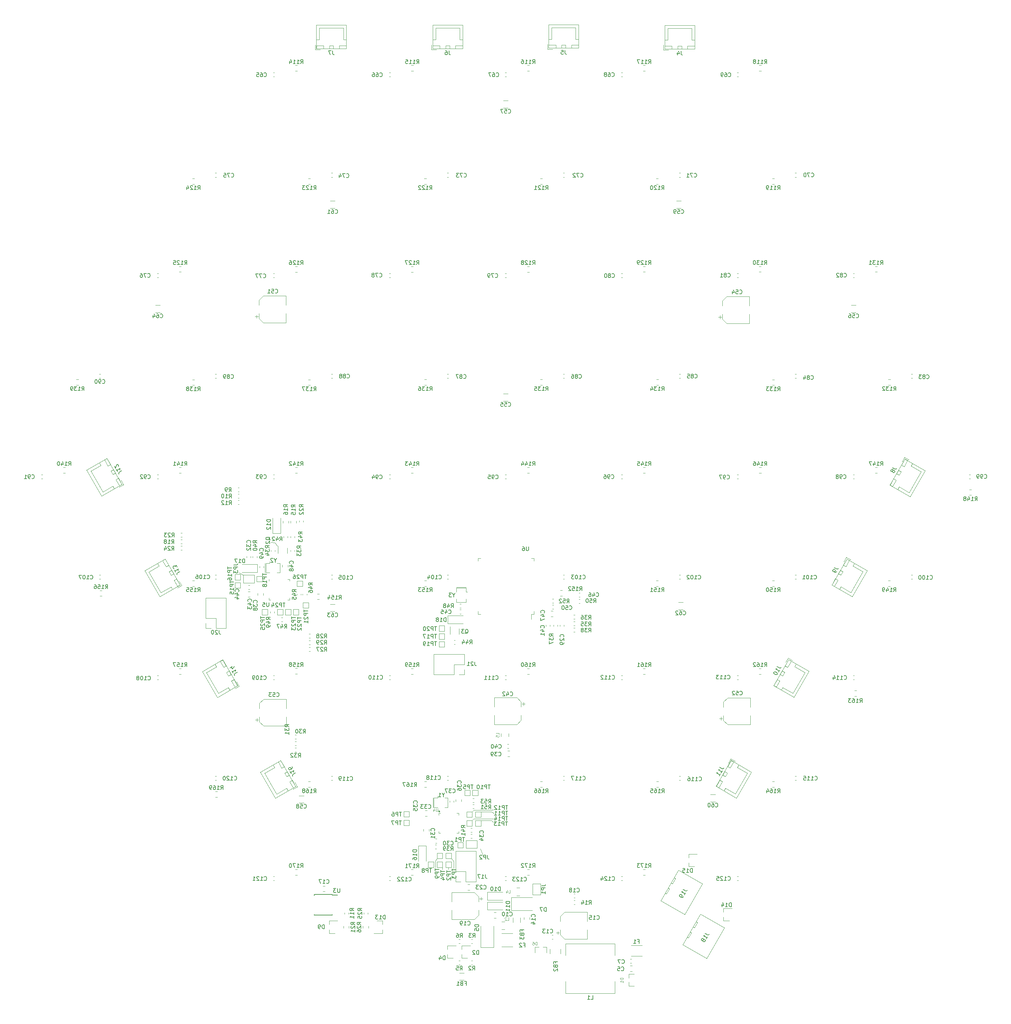
<source format=gbr>
G04 #@! TF.GenerationSoftware,KiCad,Pcbnew,(5.1.5)-3*
G04 #@! TF.CreationDate,2021-02-21T08:16:01-05:00*
G04 #@! TF.ProjectId,rainboard_newfighter,7261696e-626f-4617-9264-5f6e65776669,rev?*
G04 #@! TF.SameCoordinates,Original*
G04 #@! TF.FileFunction,Legend,Bot*
G04 #@! TF.FilePolarity,Positive*
%FSLAX46Y46*%
G04 Gerber Fmt 4.6, Leading zero omitted, Abs format (unit mm)*
G04 Created by KiCad (PCBNEW (5.1.5)-3) date 2021-02-21 08:16:01*
%MOMM*%
%LPD*%
G04 APERTURE LIST*
%ADD10C,0.120000*%
%ADD11C,0.100000*%
%ADD12C,0.250000*%
%ADD13C,0.150000*%
%ADD14C,0.110000*%
G04 APERTURE END LIST*
D10*
X-17876500Y-105234500D02*
X-17876500Y-106934500D01*
X-17476500Y-104684500D02*
X-17876500Y-105234500D01*
X-13276500Y-105434500D02*
X-13276500Y-107184500D01*
X-13826500Y-104684500D02*
X-13276500Y-105434500D01*
X-14576500Y-106934500D02*
X-14576500Y-107484500D01*
X-16076500Y-106934500D02*
X-16076500Y-107484500D01*
X-6476500Y-102234500D02*
X-5826500Y-103934500D01*
X-3626500Y-95034500D02*
X-3126500Y-95534500D01*
X-6326500Y-95034500D02*
X-3626500Y-95034500D01*
X-8126500Y-94634500D02*
X-3176500Y-94634500D01*
X-8576500Y-95034500D02*
X-8126500Y-94634500D01*
X-3626500Y-92784500D02*
X-3026500Y-93234500D01*
X-6326500Y-92784500D02*
X-3626500Y-92784500D01*
X-3826500Y-92384500D02*
X-3126500Y-92284500D01*
X-8126500Y-92384500D02*
X-3826500Y-92384500D01*
X-8576500Y-92784500D02*
X-8126500Y-92384500D01*
X-67876500Y-32034500D02*
X-66826500Y-32634500D01*
X-58726500Y-24434500D02*
X-58126500Y-25234500D01*
X-59676500Y-24334500D02*
X-58726500Y-24434500D01*
D11*
X43144321Y-109785443D02*
X42797911Y-109585443D01*
X42394321Y-111084481D02*
X43144321Y-109785443D01*
X42047911Y-110884481D02*
X42394321Y-111084481D01*
X41644321Y-112383519D02*
X41297911Y-112183519D01*
X40894321Y-113682557D02*
X41644321Y-112383519D01*
X40547911Y-113482557D02*
X40894321Y-113682557D01*
X43922911Y-107636886D02*
X39422911Y-115431114D01*
X45485089Y-118931114D02*
X49985089Y-111136886D01*
X49985089Y-111136886D02*
X43922911Y-107636886D01*
X45485089Y-118931114D02*
X39422911Y-115431114D01*
X48732321Y-120961443D02*
X48385911Y-120761443D01*
X47982321Y-122260481D02*
X48732321Y-120961443D01*
X47635911Y-122060481D02*
X47982321Y-122260481D01*
X47232321Y-123559519D02*
X46885911Y-123359519D01*
X46482321Y-124858557D02*
X47232321Y-123559519D01*
X46135911Y-124658557D02*
X46482321Y-124858557D01*
X49510911Y-118812886D02*
X45010911Y-126607114D01*
X51073089Y-130107114D02*
X55573089Y-122312886D01*
X55573089Y-122312886D02*
X49510911Y-118812886D01*
X51073089Y-130107114D02*
X45010911Y-126607114D01*
D10*
X7423500Y-127234500D02*
X8433500Y-127234500D01*
X7423500Y-128634500D02*
X7423500Y-127234500D01*
X10423500Y-127234500D02*
X9413500Y-127234500D01*
X10423500Y-128634500D02*
X10423500Y-127234500D01*
X54491250Y32503750D02*
X54491250Y33291250D01*
X54097500Y32897500D02*
X54885000Y32897500D01*
X55125000Y37090563D02*
X56189437Y38155000D01*
X55125000Y32399437D02*
X56189437Y31335000D01*
X55125000Y32399437D02*
X55125000Y33685000D01*
X55125000Y37090563D02*
X55125000Y35805000D01*
X56189437Y38155000D02*
X61945000Y38155000D01*
X56189437Y31335000D02*
X61945000Y31335000D01*
X61945000Y31335000D02*
X61945000Y33685000D01*
X61945000Y38155000D02*
X61945000Y35805000D01*
X-63288750Y-69851250D02*
X-63288750Y-69063750D01*
X-63682500Y-69457500D02*
X-62895000Y-69457500D01*
X-62655000Y-65264437D02*
X-61590563Y-64200000D01*
X-62655000Y-69955563D02*
X-61590563Y-71020000D01*
X-62655000Y-69955563D02*
X-62655000Y-68670000D01*
X-62655000Y-65264437D02*
X-62655000Y-66550000D01*
X-61590563Y-64200000D02*
X-55835000Y-64200000D01*
X-61590563Y-71020000D02*
X-55835000Y-71020000D01*
X-55835000Y-71020000D02*
X-55835000Y-68670000D01*
X-55835000Y-64200000D02*
X-55835000Y-66550000D01*
X54711250Y-69501250D02*
X54711250Y-68713750D01*
X54317500Y-69107500D02*
X55105000Y-69107500D01*
X55345000Y-64914437D02*
X56409437Y-63850000D01*
X55345000Y-69605563D02*
X56409437Y-70670000D01*
X55345000Y-69605563D02*
X55345000Y-68320000D01*
X55345000Y-64914437D02*
X55345000Y-66200000D01*
X56409437Y-63850000D02*
X62165000Y-63850000D01*
X56409437Y-70670000D02*
X62165000Y-70670000D01*
X62165000Y-70670000D02*
X62165000Y-68320000D01*
X62165000Y-63850000D02*
X62165000Y-66200000D01*
X-63368750Y32648750D02*
X-63368750Y33436250D01*
X-63762500Y33042500D02*
X-62975000Y33042500D01*
X-62735000Y37235563D02*
X-61670563Y38300000D01*
X-62735000Y32544437D02*
X-61670563Y31480000D01*
X-62735000Y32544437D02*
X-62735000Y33830000D01*
X-62735000Y37235563D02*
X-62735000Y35950000D01*
X-61670563Y38300000D02*
X-55915000Y38300000D01*
X-61670563Y31480000D02*
X-55915000Y31480000D01*
X-55915000Y31480000D02*
X-55915000Y33830000D01*
X-55915000Y38300000D02*
X-55915000Y35950000D01*
X4517250Y-64993250D02*
X4517250Y-65780750D01*
X4911000Y-65387000D02*
X4123500Y-65387000D01*
X3883500Y-69580063D02*
X2819063Y-70644500D01*
X3883500Y-64888937D02*
X2819063Y-63824500D01*
X3883500Y-64888937D02*
X3883500Y-66174500D01*
X3883500Y-69580063D02*
X3883500Y-68294500D01*
X2819063Y-70644500D02*
X-2936500Y-70644500D01*
X2819063Y-63824500D02*
X-2936500Y-63824500D01*
X-2936500Y-63824500D02*
X-2936500Y-66174500D01*
X-2936500Y-70644500D02*
X-2936500Y-68294500D01*
X-6282750Y-114493250D02*
X-6282750Y-115280750D01*
X-5889000Y-114887000D02*
X-6676500Y-114887000D01*
X-6916500Y-119080063D02*
X-7980937Y-120144500D01*
X-6916500Y-114388937D02*
X-7980937Y-113324500D01*
X-6916500Y-114388937D02*
X-6916500Y-115674500D01*
X-6916500Y-119080063D02*
X-6916500Y-117794500D01*
X-7980937Y-120144500D02*
X-13736500Y-120144500D01*
X-7980937Y-113324500D02*
X-13736500Y-113324500D01*
X-13736500Y-113324500D02*
X-13736500Y-115674500D01*
X-13736500Y-120144500D02*
X-13736500Y-117794500D01*
X20683500Y-118324500D02*
X20683500Y-120674500D01*
X20683500Y-125144500D02*
X20683500Y-122794500D01*
X14927937Y-125144500D02*
X20683500Y-125144500D01*
X14927937Y-118324500D02*
X20683500Y-118324500D01*
X13863500Y-119388937D02*
X13863500Y-120674500D01*
X13863500Y-124080063D02*
X13863500Y-122794500D01*
X13863500Y-124080063D02*
X14927937Y-125144500D01*
X13863500Y-119388937D02*
X14927937Y-118324500D01*
X12836000Y-123582000D02*
X13623500Y-123582000D01*
X13229750Y-123975750D02*
X13229750Y-123188250D01*
X8823500Y-113884500D02*
X8823500Y-111084500D01*
X8823500Y-111084500D02*
X6823500Y-111084500D01*
X6823500Y-111084500D02*
X6823500Y-113884500D01*
X6823500Y-113884500D02*
X8823500Y-113884500D01*
X11263500Y-127732436D02*
X11263500Y-128936564D01*
X13983500Y-127732436D02*
X13983500Y-128936564D01*
X-10526500Y-35759500D02*
X-10126500Y-35759500D01*
X-10526500Y-35959500D02*
X-10126500Y-35959500D01*
X-10526500Y-39559500D02*
X-10126500Y-39559500D01*
X-12526500Y-35759500D02*
X-10526500Y-35759500D01*
X-10126500Y-36959500D02*
X-9726500Y-36959500D01*
X-10126500Y-36959500D02*
X-10126500Y-35959500D01*
X-10526500Y-35959500D02*
X-12526500Y-35959500D01*
X-12526500Y-35959500D02*
X-12526500Y-36959500D01*
X-12526500Y-38759500D02*
X-12526500Y-39559500D01*
X-12526500Y-39559500D02*
X-10526500Y-39559500D01*
X-10126500Y-39559500D02*
X-10126500Y-38759500D01*
X-61226500Y-30034500D02*
X-61226500Y-29634500D01*
X-61026500Y-30034500D02*
X-61026500Y-29634500D01*
X-57426500Y-30034500D02*
X-57426500Y-29634500D01*
X-61226500Y-32034500D02*
X-61226500Y-30034500D01*
X-60026500Y-29634500D02*
X-60026500Y-29234500D01*
X-60026500Y-29634500D02*
X-61026500Y-29634500D01*
X-61026500Y-30034500D02*
X-61026500Y-32034500D01*
X-61026500Y-32034500D02*
X-60026500Y-32034500D01*
X-58226500Y-32034500D02*
X-57426500Y-32034500D01*
X-57426500Y-32034500D02*
X-57426500Y-30034500D01*
X-57426500Y-29634500D02*
X-58226500Y-29634500D01*
X-18526500Y-89684500D02*
X-18526500Y-89284500D01*
X-18326500Y-89684500D02*
X-18326500Y-89284500D01*
X-14726500Y-89684500D02*
X-14726500Y-89284500D01*
X-18526500Y-91684500D02*
X-18526500Y-89684500D01*
X-17326500Y-89284500D02*
X-17326500Y-88884500D01*
X-17326500Y-89284500D02*
X-18326500Y-89284500D01*
X-18326500Y-89684500D02*
X-18326500Y-91684500D01*
X-18326500Y-91684500D02*
X-17326500Y-91684500D01*
X-15526500Y-91684500D02*
X-14726500Y-91684500D01*
X-14726500Y-91684500D02*
X-14726500Y-89684500D01*
X-14726500Y-89284500D02*
X-15526500Y-89284500D01*
X6483500Y-42594500D02*
X6483500Y-43884500D01*
X7183500Y-42594500D02*
X6483500Y-42594500D01*
X7183500Y-41894500D02*
X7183500Y-42594500D01*
X7183500Y-28374500D02*
X6483500Y-28374500D01*
X7183500Y-29074500D02*
X7183500Y-28374500D01*
X-7036500Y-42594500D02*
X-6336500Y-42594500D01*
X-7036500Y-41894500D02*
X-7036500Y-42594500D01*
X-7036500Y-28374500D02*
X-6336500Y-28374500D01*
X-7036500Y-29074500D02*
X-7036500Y-28374500D01*
X-60236500Y-34194500D02*
X-60236500Y-33719500D01*
X-55016500Y-38939500D02*
X-55491500Y-38939500D01*
X-55016500Y-38464500D02*
X-55016500Y-38939500D01*
X-55016500Y-33719500D02*
X-55491500Y-33719500D01*
X-55016500Y-34194500D02*
X-55016500Y-33719500D01*
X-60236500Y-38939500D02*
X-59761500Y-38939500D01*
X-60236500Y-38464500D02*
X-60236500Y-38939500D01*
X-17076500Y-98284500D02*
X-17076500Y-97794500D01*
X-16586500Y-98284500D02*
X-17076500Y-98284500D01*
X-11976500Y-98284500D02*
X-11976500Y-97794500D01*
X-12466500Y-98284500D02*
X-11976500Y-98284500D01*
X-11976500Y-93184500D02*
X-11976500Y-93674500D01*
X-12466500Y-93184500D02*
X-11976500Y-93184500D01*
X-17076500Y-93184500D02*
X-17076500Y-93674500D01*
X-16586500Y-93184500D02*
X-17076500Y-93184500D01*
D12*
X-16801500Y-92734500D02*
G75*
G03X-16801500Y-92734500I-125000J0D01*
G01*
D13*
X-44101500Y-113984500D02*
X-42751500Y-113984500D01*
X-44101500Y-119109500D02*
X-48751500Y-119109500D01*
X-44101500Y-113859500D02*
X-48751500Y-113859500D01*
X-44101500Y-119109500D02*
X-44101500Y-118884500D01*
X-48751500Y-119109500D02*
X-48751500Y-118884500D01*
X-48751500Y-113859500D02*
X-48751500Y-114084500D01*
X-44101500Y-113859500D02*
X-44101500Y-113984500D01*
D10*
X-51676500Y-34134500D02*
X-53076500Y-34134500D01*
X-51676500Y-35534500D02*
X-51676500Y-34134500D01*
X-53076500Y-35534500D02*
X-51676500Y-35534500D01*
X-53076500Y-34134500D02*
X-53076500Y-35534500D01*
X-60576500Y-41384500D02*
X-61976500Y-41384500D01*
X-60576500Y-42784500D02*
X-60576500Y-41384500D01*
X-61976500Y-42784500D02*
X-60576500Y-42784500D01*
X-61976500Y-41384500D02*
X-61976500Y-42784500D01*
X-56676500Y-41384500D02*
X-58076500Y-41384500D01*
X-56676500Y-42784500D02*
X-56676500Y-41384500D01*
X-58076500Y-42784500D02*
X-56676500Y-42784500D01*
X-58076500Y-41384500D02*
X-58076500Y-42784500D01*
X-54676500Y-41384500D02*
X-56076500Y-41384500D01*
X-54676500Y-42784500D02*
X-54676500Y-41384500D01*
X-56076500Y-42784500D02*
X-54676500Y-42784500D01*
X-56076500Y-41384500D02*
X-56076500Y-42784500D01*
X-52676500Y-41384500D02*
X-54076500Y-41384500D01*
X-52676500Y-42784500D02*
X-52676500Y-41384500D01*
X-54076500Y-42784500D02*
X-52676500Y-42784500D01*
X-54076500Y-41384500D02*
X-54076500Y-42784500D01*
X-50176500Y-39634500D02*
X-51576500Y-39634500D01*
X-50176500Y-41034500D02*
X-50176500Y-39634500D01*
X-51576500Y-41034500D02*
X-50176500Y-41034500D01*
X-51576500Y-39634500D02*
X-51576500Y-41034500D01*
X-16976500Y-45534500D02*
X-16976500Y-46934500D01*
X-15576500Y-45534500D02*
X-16976500Y-45534500D01*
X-15576500Y-46934500D02*
X-15576500Y-45534500D01*
X-16976500Y-46934500D02*
X-15576500Y-46934500D01*
X-16976500Y-49534500D02*
X-16976500Y-50934500D01*
X-15576500Y-49534500D02*
X-16976500Y-49534500D01*
X-15576500Y-50934500D02*
X-15576500Y-49534500D01*
X-16976500Y-50934500D02*
X-15576500Y-50934500D01*
X-63326500Y-32934500D02*
X-63326500Y-34334500D01*
X-61926500Y-32934500D02*
X-63326500Y-32934500D01*
X-61926500Y-34334500D02*
X-61926500Y-32934500D01*
X-63326500Y-34334500D02*
X-61926500Y-34334500D01*
X-16976500Y-47534500D02*
X-16976500Y-48934500D01*
X-15576500Y-47534500D02*
X-16976500Y-47534500D01*
X-15576500Y-48934500D02*
X-15576500Y-47534500D01*
X-16976500Y-48934500D02*
X-15576500Y-48934500D01*
X-67476500Y-32484500D02*
X-68876500Y-32484500D01*
X-67476500Y-33884500D02*
X-67476500Y-32484500D01*
X-68876500Y-33884500D02*
X-67476500Y-33884500D01*
X-68876500Y-32484500D02*
X-68876500Y-33884500D01*
X-67476500Y-34534500D02*
X-68876500Y-34534500D01*
X-67476500Y-35934500D02*
X-67476500Y-34534500D01*
X-68876500Y-35934500D02*
X-67476500Y-35934500D01*
X-68876500Y-34534500D02*
X-68876500Y-35934500D01*
X-9976500Y-95034500D02*
X-9976500Y-96434500D01*
X-8576500Y-95034500D02*
X-9976500Y-95034500D01*
X-8576500Y-96434500D02*
X-8576500Y-95034500D01*
X-9976500Y-96434500D02*
X-8576500Y-96434500D01*
X-7726500Y-95034500D02*
X-7726500Y-96434500D01*
X-6326500Y-95034500D02*
X-7726500Y-95034500D01*
X-6326500Y-96434500D02*
X-6326500Y-95034500D01*
X-7726500Y-96434500D02*
X-6326500Y-96434500D01*
X-9976500Y-92784500D02*
X-9976500Y-94184500D01*
X-8576500Y-92784500D02*
X-9976500Y-92784500D01*
X-8576500Y-94184500D02*
X-8576500Y-92784500D01*
X-9976500Y-94184500D02*
X-8576500Y-94184500D01*
X-7726500Y-92784500D02*
X-7726500Y-94184500D01*
X-6326500Y-92784500D02*
X-7726500Y-92784500D01*
X-6326500Y-94184500D02*
X-6326500Y-92784500D01*
X-7726500Y-94184500D02*
X-6326500Y-94184500D01*
X-8476500Y-87284500D02*
X-8476500Y-88684500D01*
X-7076500Y-87284500D02*
X-8476500Y-87284500D01*
X-7076500Y-88684500D02*
X-7076500Y-87284500D01*
X-8476500Y-88684500D02*
X-7076500Y-88684500D01*
X-17476500Y-103284500D02*
X-17476500Y-104684500D01*
X-16076500Y-103284500D02*
X-17476500Y-103284500D01*
X-16076500Y-104684500D02*
X-16076500Y-103284500D01*
X-17476500Y-104684500D02*
X-16076500Y-104684500D01*
X-19726500Y-105534500D02*
X-19726500Y-106934500D01*
X-18326500Y-105534500D02*
X-19726500Y-105534500D01*
X-18326500Y-106934500D02*
X-18326500Y-105534500D01*
X-19726500Y-106934500D02*
X-18326500Y-106934500D01*
X-25976500Y-94934500D02*
X-25976500Y-96334500D01*
X-24576500Y-94934500D02*
X-25976500Y-94934500D01*
X-24576500Y-96334500D02*
X-24576500Y-94934500D01*
X-25976500Y-96334500D02*
X-24576500Y-96334500D01*
X-25976500Y-92734500D02*
X-25976500Y-94134500D01*
X-24576500Y-92734500D02*
X-25976500Y-92734500D01*
X-24576500Y-94134500D02*
X-24576500Y-92734500D01*
X-25976500Y-94134500D02*
X-24576500Y-94134500D01*
X-10476500Y-87284500D02*
X-10476500Y-88684500D01*
X-9076500Y-87284500D02*
X-10476500Y-87284500D01*
X-9076500Y-88684500D02*
X-9076500Y-87284500D01*
X-10476500Y-88684500D02*
X-9076500Y-88684500D01*
X-17476500Y-105534500D02*
X-17476500Y-106934500D01*
X-16076500Y-105534500D02*
X-17476500Y-105534500D01*
X-16076500Y-106934500D02*
X-16076500Y-105534500D01*
X-17476500Y-106934500D02*
X-16076500Y-106934500D01*
X-15226500Y-103284500D02*
X-15226500Y-104684500D01*
X-13826500Y-103284500D02*
X-15226500Y-103284500D01*
X-13826500Y-104684500D02*
X-13826500Y-103284500D01*
X-15226500Y-104684500D02*
X-13826500Y-104684500D01*
X-15226500Y-105534500D02*
X-15226500Y-106934500D01*
X-13826500Y-105534500D02*
X-15226500Y-105534500D01*
X-13826500Y-106934500D02*
X-13826500Y-105534500D01*
X-15226500Y-106934500D02*
X-13826500Y-106934500D01*
X-12226500Y-100584500D02*
X-12226500Y-101984500D01*
X-10826500Y-100584500D02*
X-12226500Y-100584500D01*
X-10826500Y-101984500D02*
X-10826500Y-100584500D01*
X-12226500Y-101984500D02*
X-10826500Y-101984500D01*
X35457078Y-108894500D02*
X34939922Y-108894500D01*
X35457078Y-107474500D02*
X34939922Y-107474500D01*
X5957078Y-108894500D02*
X5439922Y-108894500D01*
X5957078Y-107474500D02*
X5439922Y-107474500D01*
X-23542922Y-108919500D02*
X-24060078Y-108919500D01*
X-23542922Y-107499500D02*
X-24060078Y-107499500D01*
X-53042922Y-108894500D02*
X-53560078Y-108894500D01*
X-53042922Y-107474500D02*
X-53560078Y-107474500D01*
X-73342922Y-89069500D02*
X-73860078Y-89069500D01*
X-73342922Y-87649500D02*
X-73860078Y-87649500D01*
X-50210078Y-85149500D02*
X-49692922Y-85149500D01*
X-50210078Y-86569500D02*
X-49692922Y-86569500D01*
X-20710078Y-85149500D02*
X-20192922Y-85149500D01*
X-20710078Y-86569500D02*
X-20192922Y-86569500D01*
X8789922Y-85149500D02*
X9307078Y-85149500D01*
X8789922Y-86569500D02*
X9307078Y-86569500D01*
X38314922Y-85149500D02*
X38832078Y-85149500D01*
X38314922Y-86569500D02*
X38832078Y-86569500D01*
X67764922Y-85149500D02*
X68282078Y-85149500D01*
X67764922Y-86569500D02*
X68282078Y-86569500D01*
X88689922Y-61999500D02*
X89207078Y-61999500D01*
X88689922Y-63419500D02*
X89207078Y-63419500D01*
X64944578Y-57819500D02*
X64427422Y-57819500D01*
X64944578Y-56399500D02*
X64427422Y-56399500D01*
X35457078Y-57819500D02*
X34939922Y-57819500D01*
X35457078Y-56399500D02*
X34939922Y-56399500D01*
X5957078Y-57819500D02*
X5439922Y-57819500D01*
X5957078Y-56399500D02*
X5439922Y-56399500D01*
X-23542922Y-57819500D02*
X-24060078Y-57819500D01*
X-23542922Y-56399500D02*
X-24060078Y-56399500D01*
X-53042922Y-57794500D02*
X-53560078Y-57794500D01*
X-53042922Y-56374500D02*
X-53560078Y-56374500D01*
X-82542922Y-57819500D02*
X-83060078Y-57819500D01*
X-82542922Y-56399500D02*
X-83060078Y-56399500D01*
X-102692922Y-37994500D02*
X-103210078Y-37994500D01*
X-102692922Y-36574500D02*
X-103210078Y-36574500D01*
X-79710078Y-34049500D02*
X-79192922Y-34049500D01*
X-79710078Y-35469500D02*
X-79192922Y-35469500D01*
X-47985078Y-37424500D02*
X-47467922Y-37424500D01*
X-47985078Y-38844500D02*
X-47467922Y-38844500D01*
X-20710078Y-34049500D02*
X-20192922Y-34049500D01*
X-20710078Y-35469500D02*
X-20192922Y-35469500D01*
X14382078Y-37944500D02*
X13864922Y-37944500D01*
X14382078Y-36524500D02*
X13864922Y-36524500D01*
X38264922Y-34049500D02*
X38782078Y-34049500D01*
X38264922Y-35469500D02*
X38782078Y-35469500D01*
X67764922Y-34049500D02*
X68282078Y-34049500D01*
X67764922Y-35469500D02*
X68282078Y-35469500D01*
X97264922Y-34049500D02*
X97782078Y-34049500D01*
X97264922Y-35469500D02*
X97782078Y-35469500D01*
X117939922Y-10924500D02*
X118457078Y-10924500D01*
X117939922Y-12344500D02*
X118457078Y-12344500D01*
X94457078Y-6719500D02*
X93939922Y-6719500D01*
X94457078Y-5299500D02*
X93939922Y-5299500D01*
X64957078Y-6719500D02*
X64439922Y-6719500D01*
X64957078Y-5299500D02*
X64439922Y-5299500D01*
X35457078Y-6719500D02*
X34939922Y-6719500D01*
X35457078Y-5299500D02*
X34939922Y-5299500D01*
X5957078Y-6719500D02*
X5439922Y-6719500D01*
X5957078Y-5299500D02*
X5439922Y-5299500D01*
X-23542922Y-6719500D02*
X-24060078Y-6719500D01*
X-23542922Y-5299500D02*
X-24060078Y-5299500D01*
X-53042922Y-6719500D02*
X-53560078Y-6719500D01*
X-53042922Y-5299500D02*
X-53560078Y-5299500D01*
X-82542922Y-6719500D02*
X-83060078Y-6719500D01*
X-82542922Y-5299500D02*
X-83060078Y-5299500D01*
X-112042922Y-6719500D02*
X-112560078Y-6719500D01*
X-112042922Y-5299500D02*
X-112560078Y-5299500D01*
X-109210078Y17050500D02*
X-108692922Y17050500D01*
X-109210078Y15630500D02*
X-108692922Y15630500D01*
X-79710078Y17025500D02*
X-79192922Y17025500D01*
X-79710078Y15605500D02*
X-79192922Y15605500D01*
X-50210078Y17025500D02*
X-49692922Y17025500D01*
X-50210078Y15605500D02*
X-49692922Y15605500D01*
X-20710078Y17050500D02*
X-20192922Y17050500D01*
X-20710078Y15630500D02*
X-20192922Y15630500D01*
X8789922Y17050500D02*
X9307078Y17050500D01*
X8789922Y15630500D02*
X9307078Y15630500D01*
X38289922Y17050500D02*
X38807078Y17050500D01*
X38289922Y15630500D02*
X38807078Y15630500D01*
X67789922Y17025500D02*
X68307078Y17025500D01*
X67789922Y15605500D02*
X68307078Y15605500D01*
X97289922Y17050500D02*
X97807078Y17050500D01*
X97289922Y15630500D02*
X97807078Y15630500D01*
X94432078Y44380500D02*
X93914922Y44380500D01*
X94432078Y45800500D02*
X93914922Y45800500D01*
X64932078Y44380500D02*
X64414922Y44380500D01*
X64932078Y45800500D02*
X64414922Y45800500D01*
X35432078Y44380500D02*
X34914922Y44380500D01*
X35432078Y45800500D02*
X34914922Y45800500D01*
X5957078Y44355500D02*
X5439922Y44355500D01*
X5957078Y45775500D02*
X5439922Y45775500D01*
X-23542922Y44355500D02*
X-24060078Y44355500D01*
X-23542922Y45775500D02*
X-24060078Y45775500D01*
X-53042922Y44355500D02*
X-53560078Y44355500D01*
X-53042922Y45775500D02*
X-53560078Y45775500D01*
X-82542922Y44380500D02*
X-83060078Y44380500D01*
X-82542922Y45800500D02*
X-83060078Y45800500D01*
X-79722578Y68125500D02*
X-79205422Y68125500D01*
X-79722578Y66705500D02*
X-79205422Y66705500D01*
X-50210078Y68125500D02*
X-49692922Y68125500D01*
X-50210078Y66705500D02*
X-49692922Y66705500D01*
X-20735078Y68125500D02*
X-20217922Y68125500D01*
X-20735078Y66705500D02*
X-20217922Y66705500D01*
X8764922Y68125500D02*
X9282078Y68125500D01*
X8764922Y66705500D02*
X9282078Y66705500D01*
X38264922Y68125500D02*
X38782078Y68125500D01*
X38264922Y66705500D02*
X38782078Y66705500D01*
X67764922Y68125500D02*
X68282078Y68125500D01*
X67764922Y66705500D02*
X68282078Y66705500D01*
X64957078Y95455500D02*
X64439922Y95455500D01*
X64957078Y96875500D02*
X64439922Y96875500D01*
X35457078Y95455500D02*
X34939922Y95455500D01*
X35457078Y96875500D02*
X34939922Y96875500D01*
X5957078Y95455500D02*
X5439922Y95455500D01*
X5957078Y96875500D02*
X5439922Y96875500D01*
X-23517922Y95455500D02*
X-24035078Y95455500D01*
X-23517922Y96875500D02*
X-24035078Y96875500D01*
X-53042922Y95455500D02*
X-53560078Y95455500D01*
X-53042922Y96875500D02*
X-53560078Y96875500D01*
X-8439279Y-89474500D02*
X-8113721Y-89474500D01*
X-8439279Y-90494500D02*
X-8113721Y-90494500D01*
X12136279Y-39744500D02*
X11810721Y-39744500D01*
X12136279Y-38724500D02*
X11810721Y-38724500D01*
X-8439279Y-90974500D02*
X-8113721Y-90974500D01*
X-8439279Y-91994500D02*
X-8113721Y-91994500D01*
X18560721Y-38774500D02*
X18886279Y-38774500D01*
X18560721Y-39794500D02*
X18886279Y-39794500D01*
X-59886500Y-42247279D02*
X-59886500Y-41921721D01*
X-58866500Y-42247279D02*
X-58866500Y-41921721D01*
X-11363721Y-40994500D02*
X-11689279Y-40994500D01*
X-11363721Y-39974500D02*
X-11689279Y-39974500D01*
X-57089279Y-43474500D02*
X-56763721Y-43474500D01*
X-57089279Y-44494500D02*
X-56763721Y-44494500D01*
X-51636500Y-37747279D02*
X-51636500Y-37421721D01*
X-50616500Y-37747279D02*
X-50616500Y-37421721D01*
X-52116500Y-37421721D02*
X-52116500Y-37747279D01*
X-53136500Y-37421721D02*
X-53136500Y-37747279D01*
X-13189279Y-49224500D02*
X-12863721Y-49224500D01*
X-13189279Y-50244500D02*
X-12863721Y-50244500D01*
X-53716500Y-22821721D02*
X-53716500Y-23147279D01*
X-54736500Y-22821721D02*
X-54736500Y-23147279D01*
X-55466500Y-22821721D02*
X-55466500Y-23147279D01*
X-56486500Y-22821721D02*
X-56486500Y-23147279D01*
X-8939279Y-96974500D02*
X-8613721Y-96974500D01*
X-8939279Y-97994500D02*
X-8613721Y-97994500D01*
X-64336500Y-28234779D02*
X-64336500Y-27909221D01*
X-63316500Y-28234779D02*
X-63316500Y-27909221D01*
X-17939279Y-101224500D02*
X-17613721Y-101224500D01*
X-17939279Y-102244500D02*
X-17613721Y-102244500D01*
X17260721Y-46124500D02*
X17586279Y-46124500D01*
X17260721Y-47144500D02*
X17586279Y-47144500D01*
X12163500Y-45647279D02*
X12163500Y-45321721D01*
X13183500Y-45647279D02*
X13183500Y-45321721D01*
X17260721Y-42824500D02*
X17586279Y-42824500D01*
X17260721Y-43844500D02*
X17586279Y-43844500D01*
X17260721Y-44474500D02*
X17586279Y-44474500D01*
X17260721Y-45494500D02*
X17586279Y-45494500D01*
X-59736500Y-26647279D02*
X-59736500Y-26321721D01*
X-58716500Y-26647279D02*
X-58716500Y-26321721D01*
X-53716500Y-26321721D02*
X-53716500Y-26647279D01*
X-54736500Y-26321721D02*
X-54736500Y-26647279D01*
X-53589279Y-76574500D02*
X-53263721Y-76574500D01*
X-53589279Y-77594500D02*
X-53263721Y-77594500D01*
X-53589279Y-74924500D02*
X-53263721Y-74924500D01*
X-53589279Y-75944500D02*
X-53263721Y-75944500D01*
X-53589279Y-73274500D02*
X-53263721Y-73274500D01*
X-53589279Y-74294500D02*
X-53263721Y-74294500D01*
X-50089279Y-49324500D02*
X-49763721Y-49324500D01*
X-50089279Y-50344500D02*
X-49763721Y-50344500D01*
X-50089279Y-47624500D02*
X-49763721Y-47624500D01*
X-50089279Y-48644500D02*
X-49763721Y-48644500D01*
X-50089279Y-50974500D02*
X-49763721Y-50974500D01*
X-50089279Y-51994500D02*
X-49763721Y-51994500D01*
X-34916500Y-121875922D02*
X-34916500Y-122393078D01*
X-36336500Y-121875922D02*
X-36336500Y-122393078D01*
X-35116500Y-118471721D02*
X-35116500Y-118797279D01*
X-36136500Y-118471721D02*
X-36136500Y-118797279D01*
X-82313721Y-26294500D02*
X-82639279Y-26294500D01*
X-82313721Y-25274500D02*
X-82639279Y-25274500D01*
X-82313721Y-22994500D02*
X-82639279Y-22994500D01*
X-82313721Y-21974500D02*
X-82639279Y-21974500D01*
X-51466500Y-18821721D02*
X-51466500Y-19147279D01*
X-52486500Y-18821721D02*
X-52486500Y-19147279D01*
X-39866500Y-121875922D02*
X-39866500Y-122393078D01*
X-41286500Y-121875922D02*
X-41286500Y-122393078D01*
X-82313721Y-24644500D02*
X-82639279Y-24644500D01*
X-82313721Y-23624500D02*
X-82639279Y-23624500D01*
X-56686500Y-19393078D02*
X-56686500Y-18875922D01*
X-55266500Y-19393078D02*
X-55266500Y-18875922D01*
X-54686500Y-19393078D02*
X-54686500Y-18875922D01*
X-53266500Y-19393078D02*
X-53266500Y-18875922D01*
X17298221Y-116394500D02*
X17623779Y-116394500D01*
X17298221Y-115374500D02*
X17623779Y-115374500D01*
X-67813721Y-14694500D02*
X-68139279Y-14694500D01*
X-67813721Y-13674500D02*
X-68139279Y-13674500D01*
X-41036500Y-118797279D02*
X-41036500Y-118471721D01*
X-40016500Y-118797279D02*
X-40016500Y-118471721D01*
X-67813721Y-13094500D02*
X-68139279Y-13094500D01*
X-67813721Y-12074500D02*
X-68139279Y-12074500D01*
X-67813721Y-11494500D02*
X-68139279Y-11494500D01*
X-67813721Y-10474500D02*
X-68139279Y-10474500D01*
X-11939279Y-125224500D02*
X-11613721Y-125224500D01*
X-11939279Y-126244500D02*
X-11613721Y-126244500D01*
X-11989279Y-130674500D02*
X-11663721Y-130674500D01*
X-11989279Y-131694500D02*
X-11663721Y-131694500D01*
X-8789279Y-125224500D02*
X-8463721Y-125224500D01*
X-8789279Y-126244500D02*
X-8463721Y-126244500D01*
X-8789279Y-130674500D02*
X-8463721Y-130674500D01*
X-8789279Y-131694500D02*
X-8463721Y-131694500D01*
X-11866500Y-46284500D02*
X-11866500Y-47684500D01*
X-14186500Y-47684500D02*
X-14186500Y-45784500D01*
X-55591500Y-25759500D02*
X-55591500Y-27159500D01*
X-57911500Y-27159500D02*
X-57911500Y-25259500D01*
X773500Y-72944500D02*
X773500Y-73724500D01*
X-1226500Y-72944500D02*
X-1226500Y-73724500D01*
X2748500Y-112134500D02*
X3528500Y-112134500D01*
X2748500Y-114134500D02*
X3528500Y-114134500D01*
X-286500Y-122734500D02*
X-1066500Y-122734500D01*
X-286500Y-120734500D02*
X-1066500Y-120734500D01*
X27773500Y-138934500D02*
X27773500Y-135934500D01*
X15173500Y-138934500D02*
X27773500Y-138934500D01*
X15173500Y-135934500D02*
X15173500Y-138934500D01*
X15173500Y-126334500D02*
X15173500Y-129334500D01*
X27773500Y-126334500D02*
X15173500Y-126334500D01*
X27773500Y-129334500D02*
X27773500Y-126334500D01*
X-66776500Y-34634500D02*
X-63976500Y-34634500D01*
X-63976500Y-34634500D02*
X-63976500Y-32634500D01*
X-63976500Y-32634500D02*
X-66776500Y-32634500D01*
X-66776500Y-32634500D02*
X-66776500Y-34634500D01*
X-10126500Y-102084500D02*
X-7326500Y-102084500D01*
X-7326500Y-102084500D02*
X-7326500Y-100084500D01*
X-7326500Y-100084500D02*
X-10126500Y-100084500D01*
X-10126500Y-100084500D02*
X-10126500Y-102084500D01*
X-10546500Y-57964500D02*
X-10546500Y-56634500D01*
X-11876500Y-57964500D02*
X-10546500Y-57964500D01*
X-10546500Y-55364500D02*
X-10546500Y-52764500D01*
X-13146500Y-55364500D02*
X-10546500Y-55364500D01*
X-13146500Y-57964500D02*
X-13146500Y-55364500D01*
X-10546500Y-52764500D02*
X-18286500Y-52764500D01*
X-13146500Y-57964500D02*
X-18286500Y-57964500D01*
X-18286500Y-57964500D02*
X-18286500Y-52764500D01*
X-76306500Y-46214500D02*
X-74976500Y-46214500D01*
X-76306500Y-44884500D02*
X-76306500Y-46214500D01*
X-73706500Y-46214500D02*
X-71106500Y-46214500D01*
X-73706500Y-43614500D02*
X-73706500Y-46214500D01*
X-76306500Y-43614500D02*
X-73706500Y-43614500D01*
X-71106500Y-46214500D02*
X-71106500Y-38474500D01*
X-76306500Y-43614500D02*
X-76306500Y-38474500D01*
X-76306500Y-38474500D02*
X-71106500Y-38474500D01*
X-12756500Y-110564500D02*
X-11426500Y-110564500D01*
X-12756500Y-109234500D02*
X-12756500Y-110564500D01*
X-10156500Y-110564500D02*
X-7556500Y-110564500D01*
X-10156500Y-107964500D02*
X-10156500Y-110564500D01*
X-12756500Y-107964500D02*
X-10156500Y-107964500D01*
X-7556500Y-110564500D02*
X-7556500Y-102824500D01*
X-12756500Y-107964500D02*
X-12756500Y-102824500D01*
X-12756500Y-102824500D02*
X-7556500Y-102824500D01*
X1863500Y-120936564D02*
X1863500Y-119732436D01*
X3683500Y-120936564D02*
X3683500Y-119732436D01*
X-11828564Y-133774500D02*
X-10624436Y-133774500D01*
X-11828564Y-135594500D02*
X-10624436Y-135594500D01*
X-1012752Y-123724500D02*
X1759752Y-123724500D01*
X-1012752Y-127144500D02*
X1759752Y-127144500D01*
X31871436Y-126774500D02*
X34675564Y-126774500D01*
X31871436Y-129494500D02*
X34675564Y-129494500D01*
X-14776500Y-44984500D02*
X-10876500Y-44984500D01*
X-14776500Y-42984500D02*
X-10876500Y-42984500D01*
X-14776500Y-44984500D02*
X-14776500Y-42984500D01*
X-63176500Y-29934500D02*
X-67076500Y-29934500D01*
X-63176500Y-31934500D02*
X-67076500Y-31934500D01*
X-63176500Y-29934500D02*
X-63176500Y-31934500D01*
X-22226500Y-101484500D02*
X-22226500Y-105384500D01*
X-20226500Y-101484500D02*
X-20226500Y-105384500D01*
X-22226500Y-101484500D02*
X-20226500Y-101484500D01*
X46534800Y-106736000D02*
X46534800Y-105806000D01*
X46534800Y-103576000D02*
X46534800Y-104506000D01*
X46534800Y-103576000D02*
X48694800Y-103576000D01*
X46534800Y-106736000D02*
X47994800Y-106736000D01*
X55374000Y-120553600D02*
X55374000Y-119623600D01*
X55374000Y-117393600D02*
X55374000Y-118323600D01*
X55374000Y-117393600D02*
X57534000Y-117393600D01*
X55374000Y-120553600D02*
X56834000Y-120553600D01*
X-31366500Y-120554500D02*
X-32826500Y-120554500D01*
X-31366500Y-123714500D02*
X-33526500Y-123714500D01*
X-31366500Y-123714500D02*
X-31366500Y-122784500D01*
X-31366500Y-120554500D02*
X-31366500Y-121484500D01*
X-57276500Y-22084500D02*
X-57276500Y-18184500D01*
X-59276500Y-22084500D02*
X-59276500Y-18184500D01*
X-57276500Y-22084500D02*
X-59276500Y-22084500D01*
X-4726500Y-117734500D02*
X-826500Y-117734500D01*
X-4726500Y-115734500D02*
X-826500Y-115734500D01*
X-4726500Y-117734500D02*
X-4726500Y-115734500D01*
X-4726500Y-115234500D02*
X-826500Y-115234500D01*
X-4726500Y-113234500D02*
X-826500Y-113234500D01*
X-4726500Y-115234500D02*
X-4726500Y-113234500D01*
X-44936500Y-123714500D02*
X-43476500Y-123714500D01*
X-44936500Y-120554500D02*
X-42776500Y-120554500D01*
X-44936500Y-120554500D02*
X-44936500Y-121484500D01*
X-44936500Y-123714500D02*
X-44936500Y-122784500D01*
X1373500Y-117884500D02*
X6773500Y-117884500D01*
X1373500Y-114584500D02*
X6773500Y-114584500D01*
X1373500Y-117884500D02*
X1373500Y-114584500D01*
X-3076500Y-127284500D02*
X-3076500Y-121884500D01*
X-6376500Y-127284500D02*
X-6376500Y-121884500D01*
X-3076500Y-127284500D02*
X-6376500Y-127284500D01*
X-14836500Y-130014500D02*
X-13376500Y-130014500D01*
X-14836500Y-126854500D02*
X-12676500Y-126854500D01*
X-14836500Y-126854500D02*
X-14836500Y-127784500D01*
X-14836500Y-130014500D02*
X-14836500Y-129084500D01*
X-11186500Y-130014500D02*
X-9726500Y-130014500D01*
X-11186500Y-126854500D02*
X-9026500Y-126854500D01*
X-11186500Y-126854500D02*
X-11186500Y-127784500D01*
X-11186500Y-130014500D02*
X-11186500Y-129084500D01*
X31273500Y-137084500D02*
X31273500Y-136074500D01*
X32673500Y-137084500D02*
X31273500Y-137084500D01*
X31273500Y-134084500D02*
X31273500Y-135094500D01*
X32673500Y-134084500D02*
X31273500Y-134084500D01*
X59156479Y-110310000D02*
X58830921Y-110310000D01*
X59156479Y-109290000D02*
X58830921Y-109290000D01*
X29659579Y-110310000D02*
X29334021Y-110310000D01*
X29659579Y-109290000D02*
X29334021Y-109290000D01*
X162779Y-110310000D02*
X-162779Y-110310000D01*
X162779Y-109290000D02*
X-162779Y-109290000D01*
X-29334021Y-110310000D02*
X-29659579Y-110310000D01*
X-29334021Y-109290000D02*
X-29659579Y-109290000D01*
X-58830921Y-110310000D02*
X-59156479Y-110310000D01*
X-58830921Y-109290000D02*
X-59156479Y-109290000D01*
X-73904879Y-83745000D02*
X-73579321Y-83745000D01*
X-73904879Y-84765000D02*
X-73579321Y-84765000D01*
X-44407979Y-83745000D02*
X-44082421Y-83745000D01*
X-44407979Y-84765000D02*
X-44082421Y-84765000D01*
X-14911179Y-83745000D02*
X-14585621Y-83745000D01*
X-14911179Y-84765000D02*
X-14585621Y-84765000D01*
X14585621Y-83745000D02*
X14911179Y-83745000D01*
X14585621Y-84765000D02*
X14911179Y-84765000D01*
X44110721Y-83745000D02*
X44436279Y-83745000D01*
X44110721Y-84765000D02*
X44436279Y-84765000D01*
X73579321Y-83745000D02*
X73904879Y-83745000D01*
X73579321Y-84765000D02*
X73904879Y-84765000D01*
X88653279Y-59220000D02*
X88327721Y-59220000D01*
X88653279Y-58200000D02*
X88327721Y-58200000D01*
X59156479Y-59220000D02*
X58830921Y-59220000D01*
X59156479Y-58200000D02*
X58830921Y-58200000D01*
X29659579Y-59220000D02*
X29334021Y-59220000D01*
X29659579Y-58200000D02*
X29334021Y-58200000D01*
X162779Y-59220000D02*
X-162779Y-59220000D01*
X162779Y-58200000D02*
X-162779Y-58200000D01*
X-29334021Y-59220000D02*
X-29659579Y-59220000D01*
X-29334021Y-58200000D02*
X-29659579Y-58200000D01*
X-58830921Y-59220000D02*
X-59156479Y-59220000D01*
X-58830921Y-58200000D02*
X-59156479Y-58200000D01*
X-88327721Y-59220000D02*
X-88653279Y-59220000D01*
X-88327721Y-58200000D02*
X-88653279Y-58200000D01*
X-103401779Y-32655000D02*
X-103076221Y-32655000D01*
X-103401779Y-33675000D02*
X-103076221Y-33675000D01*
X-73904879Y-32655000D02*
X-73579321Y-32655000D01*
X-73904879Y-33675000D02*
X-73579321Y-33675000D01*
X-44407979Y-32655000D02*
X-44082421Y-32655000D01*
X-44407979Y-33675000D02*
X-44082421Y-33675000D01*
X-14911179Y-32655000D02*
X-14585621Y-32655000D01*
X-14911179Y-33675000D02*
X-14585621Y-33675000D01*
X14585621Y-32655000D02*
X14911179Y-32655000D01*
X14585621Y-33675000D02*
X14911179Y-33675000D01*
X44082421Y-32655000D02*
X44407979Y-32655000D01*
X44082421Y-33675000D02*
X44407979Y-33675000D01*
X73579321Y-32655000D02*
X73904879Y-32655000D01*
X73579321Y-33675000D02*
X73904879Y-33675000D01*
X103076221Y-32655000D02*
X103401779Y-32655000D01*
X103076221Y-33675000D02*
X103401779Y-33675000D01*
X118149779Y-8130000D02*
X117824221Y-8130000D01*
X118149779Y-7110000D02*
X117824221Y-7110000D01*
X88653279Y-8130000D02*
X88327721Y-8130000D01*
X88653279Y-7110000D02*
X88327721Y-7110000D01*
X59156479Y-8130000D02*
X58830921Y-8130000D01*
X59156479Y-7110000D02*
X58830921Y-7110000D01*
X29659579Y-8130000D02*
X29334021Y-8130000D01*
X29659579Y-7110000D02*
X29334021Y-7110000D01*
X162779Y-8130000D02*
X-162779Y-8130000D01*
X162779Y-7110000D02*
X-162779Y-7110000D01*
X-29334021Y-8130000D02*
X-29659579Y-8130000D01*
X-29334021Y-7110000D02*
X-29659579Y-7110000D01*
X-58830921Y-8130000D02*
X-59156479Y-8130000D01*
X-58830921Y-7110000D02*
X-59156479Y-7110000D01*
X-88327721Y-8130000D02*
X-88653279Y-8130000D01*
X-88327721Y-7110000D02*
X-88653279Y-7110000D01*
X-117824221Y-8130000D02*
X-118149779Y-8130000D01*
X-117824221Y-7110000D02*
X-118149779Y-7110000D01*
X-103401779Y18435000D02*
X-103076221Y18435000D01*
X-103401779Y17415000D02*
X-103076221Y17415000D01*
X-73904879Y18435000D02*
X-73579321Y18435000D01*
X-73904879Y17415000D02*
X-73579321Y17415000D01*
X-44407979Y18435000D02*
X-44082421Y18435000D01*
X-44407979Y17415000D02*
X-44082421Y17415000D01*
X-14911179Y18435000D02*
X-14585621Y18435000D01*
X-14911179Y17415000D02*
X-14585621Y17415000D01*
X14585621Y18435000D02*
X14911179Y18435000D01*
X14585621Y17415000D02*
X14911179Y17415000D01*
X44082421Y18435000D02*
X44407979Y18435000D01*
X44082421Y17415000D02*
X44407979Y17415000D01*
X73579321Y18435000D02*
X73904879Y18435000D01*
X73579321Y17415000D02*
X73904879Y17415000D01*
X103076221Y18435000D02*
X103401779Y18435000D01*
X103076221Y17415000D02*
X103401779Y17415000D01*
X88653279Y42960000D02*
X88327721Y42960000D01*
X88653279Y43980000D02*
X88327721Y43980000D01*
X59156479Y42960000D02*
X58830921Y42960000D01*
X59156479Y43980000D02*
X58830921Y43980000D01*
X29659579Y42960000D02*
X29334021Y42960000D01*
X29659579Y43980000D02*
X29334021Y43980000D01*
X162779Y42960000D02*
X-162779Y42960000D01*
X162779Y43980000D02*
X-162779Y43980000D01*
X-29334021Y42960000D02*
X-29659579Y42960000D01*
X-29334021Y43980000D02*
X-29659579Y43980000D01*
X-58830921Y42960000D02*
X-59156479Y42960000D01*
X-58830921Y43980000D02*
X-59156479Y43980000D01*
X-88327721Y42960000D02*
X-88653279Y42960000D01*
X-88327721Y43980000D02*
X-88653279Y43980000D01*
X-73904879Y69525000D02*
X-73579321Y69525000D01*
X-73904879Y68505000D02*
X-73579321Y68505000D01*
X-44407979Y69525000D02*
X-44082421Y69525000D01*
X-44407979Y68505000D02*
X-44082421Y68505000D01*
X-14911179Y69525000D02*
X-14585621Y69525000D01*
X-14911179Y68505000D02*
X-14585621Y68505000D01*
X14585621Y69525000D02*
X14911179Y69525000D01*
X14585621Y68505000D02*
X14911179Y68505000D01*
X44082421Y69525000D02*
X44407979Y69525000D01*
X44082421Y68505000D02*
X44407979Y68505000D01*
X73579321Y69525000D02*
X73904879Y69525000D01*
X73579321Y68505000D02*
X73904879Y68505000D01*
X59156479Y94050000D02*
X58830921Y94050000D01*
X59156479Y95070000D02*
X58830921Y95070000D01*
X29659579Y94050000D02*
X29334021Y94050000D01*
X29659579Y95070000D02*
X29334021Y95070000D01*
X162779Y94050000D02*
X-162779Y94050000D01*
X162779Y95070000D02*
X-162779Y95070000D01*
X-29334021Y94050000D02*
X-29659579Y94050000D01*
X-29334021Y95070000D02*
X-29659579Y95070000D01*
X-58830921Y94050000D02*
X-59156479Y94050000D01*
X-58830921Y95070000D02*
X-59156479Y95070000D01*
X-89128564Y35925500D02*
X-87924436Y35925500D01*
X-89128564Y34105500D02*
X-87924436Y34105500D01*
X-44628564Y-40074500D02*
X-43424436Y-40074500D01*
X-44628564Y-41894500D02*
X-43424436Y-41894500D01*
X43871436Y-39574500D02*
X45075564Y-39574500D01*
X43871436Y-41394500D02*
X45075564Y-41394500D01*
X-44628564Y62425500D02*
X-43424436Y62425500D01*
X-44628564Y60605500D02*
X-43424436Y60605500D01*
X52071436Y-88424500D02*
X53275564Y-88424500D01*
X52071436Y-90244500D02*
X53275564Y-90244500D01*
X43371436Y62425500D02*
X44575564Y62425500D01*
X43371436Y60605500D02*
X44575564Y60605500D01*
X-52578564Y-88724500D02*
X-51374436Y-88724500D01*
X-52578564Y-90544500D02*
X-51374436Y-90544500D01*
X-628564Y87925500D02*
X575564Y87925500D01*
X-628564Y86105500D02*
X575564Y86105500D01*
X87871436Y35925500D02*
X89075564Y35925500D01*
X87871436Y34105500D02*
X89075564Y34105500D01*
X-628564Y13425500D02*
X575564Y13425500D01*
X-628564Y11605500D02*
X575564Y11605500D01*
X11810721Y-40224500D02*
X12136279Y-40224500D01*
X11810721Y-41244500D02*
X12136279Y-41244500D01*
X-62636500Y-30747279D02*
X-62636500Y-30421721D01*
X-61616500Y-30747279D02*
X-61616500Y-30421721D01*
X-56836500Y-30593078D02*
X-56836500Y-30075922D01*
X-55416500Y-30593078D02*
X-55416500Y-30075922D01*
X11489922Y-41774500D02*
X12007078Y-41774500D01*
X11489922Y-43194500D02*
X12007078Y-43194500D01*
X18886279Y-38244500D02*
X18560721Y-38244500D01*
X18886279Y-37224500D02*
X18560721Y-37224500D01*
X-11363721Y-42494500D02*
X-11689279Y-42494500D01*
X-11363721Y-41474500D02*
X-11689279Y-41474500D01*
X-65439279Y-35224500D02*
X-65113721Y-35224500D01*
X-65439279Y-36244500D02*
X-65113721Y-36244500D01*
X-65535078Y-36824500D02*
X-65017922Y-36824500D01*
X-65535078Y-38244500D02*
X-65017922Y-38244500D01*
X11233500Y-45321721D02*
X11233500Y-45647279D01*
X10213500Y-45321721D02*
X10213500Y-45647279D01*
X410721Y-75624500D02*
X736279Y-75624500D01*
X410721Y-76644500D02*
X736279Y-76644500D01*
X464922Y-77324500D02*
X982078Y-77324500D01*
X464922Y-78744500D02*
X982078Y-78744500D01*
X-63086500Y-37793078D02*
X-63086500Y-37275922D01*
X-61666500Y-37793078D02*
X-61666500Y-37275922D01*
X-14286500Y-90397279D02*
X-14286500Y-90071721D01*
X-13266500Y-90397279D02*
X-13266500Y-90071721D01*
X-12736500Y-90243078D02*
X-12736500Y-89725922D01*
X-11316500Y-90243078D02*
X-11316500Y-89725922D01*
X-20144521Y-91937300D02*
X-20470079Y-91937300D01*
X-20144521Y-90917300D02*
X-20470079Y-90917300D01*
X-8939279Y-98474500D02*
X-8613721Y-98474500D01*
X-8939279Y-99494500D02*
X-8613721Y-99494500D01*
X-20017922Y-93944500D02*
X-20535078Y-93944500D01*
X-20017922Y-92524500D02*
X-20535078Y-92524500D01*
X-64866500Y-27921721D02*
X-64866500Y-28247279D01*
X-65886500Y-27921721D02*
X-65886500Y-28247279D01*
X-20936500Y-97743078D02*
X-20936500Y-97225922D01*
X-19516500Y-97743078D02*
X-19516500Y-97225922D01*
X-17576221Y-100744500D02*
X-17901779Y-100744500D01*
X-17576221Y-99724500D02*
X-17901779Y-99724500D01*
X14783500Y-45321721D02*
X14783500Y-45647279D01*
X13763500Y-45321721D02*
X13763500Y-45647279D01*
X-9205422Y-112694500D02*
X-9722578Y-112694500D01*
X-9205422Y-111274500D02*
X-9722578Y-111274500D01*
X17623779Y-114694500D02*
X17298221Y-114694500D01*
X17623779Y-113674500D02*
X17298221Y-113674500D01*
X-46535078Y-111674500D02*
X-46017922Y-111674500D01*
X-46535078Y-113094500D02*
X-46017922Y-113094500D01*
X6033500Y-119675922D02*
X6033500Y-120193078D01*
X4613500Y-119675922D02*
X4613500Y-120193078D01*
X12036279Y-124174500D02*
X11710721Y-124174500D01*
X12036279Y-125194500D02*
X11710721Y-125194500D01*
X-2467922Y-119844500D02*
X-2985078Y-119844500D01*
X-2467922Y-118424500D02*
X-2985078Y-118424500D01*
X31610721Y-130274500D02*
X31936279Y-130274500D01*
X31610721Y-131294500D02*
X31936279Y-131294500D01*
X31664922Y-131924500D02*
X32182078Y-131924500D01*
X31664922Y-133344500D02*
X32182078Y-133344500D01*
X-53416078Y-86371525D02*
X-58586249Y-89356525D01*
X-58586249Y-89356525D02*
X-62396249Y-82757411D01*
X-62396249Y-82757411D02*
X-57226078Y-79772411D01*
X-57226078Y-79772411D02*
X-53416078Y-86371525D01*
X-55079738Y-83509981D02*
X-55729257Y-83884981D01*
X-55729257Y-83884981D02*
X-56229257Y-83018956D01*
X-56229257Y-83018956D02*
X-55579738Y-82643956D01*
X-55579738Y-82643956D02*
X-55079738Y-83509981D01*
X-53429738Y-86367865D02*
X-54079257Y-86742865D01*
X-54079257Y-86742865D02*
X-54979257Y-85184019D01*
X-54979257Y-85184019D02*
X-54329738Y-84809019D01*
X-54329738Y-84809019D02*
X-53429738Y-86367865D01*
X-56329738Y-81344917D02*
X-56979257Y-81719917D01*
X-56979257Y-81719917D02*
X-57879257Y-80161072D01*
X-57879257Y-80161072D02*
X-57229738Y-79786072D01*
X-57229738Y-79786072D02*
X-56329738Y-81344917D01*
X-55378295Y-87492865D02*
X-55753295Y-86843346D01*
X-55753295Y-86843346D02*
X-58308070Y-88318346D01*
X-58308070Y-88318346D02*
X-59833070Y-85676968D01*
X-59178295Y-80911072D02*
X-58803295Y-81560591D01*
X-58803295Y-81560591D02*
X-61358070Y-83035591D01*
X-61358070Y-83035591D02*
X-59833070Y-85676968D01*
X-53644930Y-85395141D02*
X-53019930Y-86477672D01*
X-53019930Y-86477672D02*
X-54102462Y-87102672D01*
X-68216078Y-60771525D02*
X-73386249Y-63756525D01*
X-73386249Y-63756525D02*
X-77196249Y-57157411D01*
X-77196249Y-57157411D02*
X-72026078Y-54172411D01*
X-72026078Y-54172411D02*
X-68216078Y-60771525D01*
X-69879738Y-57909981D02*
X-70529257Y-58284981D01*
X-70529257Y-58284981D02*
X-71029257Y-57418956D01*
X-71029257Y-57418956D02*
X-70379738Y-57043956D01*
X-70379738Y-57043956D02*
X-69879738Y-57909981D01*
X-68229738Y-60767865D02*
X-68879257Y-61142865D01*
X-68879257Y-61142865D02*
X-69779257Y-59584019D01*
X-69779257Y-59584019D02*
X-69129738Y-59209019D01*
X-69129738Y-59209019D02*
X-68229738Y-60767865D01*
X-71129738Y-55744917D02*
X-71779257Y-56119917D01*
X-71779257Y-56119917D02*
X-72679257Y-54561072D01*
X-72679257Y-54561072D02*
X-72029738Y-54186072D01*
X-72029738Y-54186072D02*
X-71129738Y-55744917D01*
X-70178295Y-61892865D02*
X-70553295Y-61243346D01*
X-70553295Y-61243346D02*
X-73108070Y-62718346D01*
X-73108070Y-62718346D02*
X-74633070Y-60076968D01*
X-73978295Y-55311072D02*
X-73603295Y-55960591D01*
X-73603295Y-55960591D02*
X-76158070Y-57435591D01*
X-76158070Y-57435591D02*
X-74633070Y-60076968D01*
X-68444930Y-59795141D02*
X-67819930Y-60877672D01*
X-67819930Y-60877672D02*
X-68902462Y-61502672D01*
X-82816078Y-35171525D02*
X-87986249Y-38156525D01*
X-87986249Y-38156525D02*
X-91796249Y-31557411D01*
X-91796249Y-31557411D02*
X-86626078Y-28572411D01*
X-86626078Y-28572411D02*
X-82816078Y-35171525D01*
X-84479738Y-32309981D02*
X-85129257Y-32684981D01*
X-85129257Y-32684981D02*
X-85629257Y-31818956D01*
X-85629257Y-31818956D02*
X-84979738Y-31443956D01*
X-84979738Y-31443956D02*
X-84479738Y-32309981D01*
X-82829738Y-35167865D02*
X-83479257Y-35542865D01*
X-83479257Y-35542865D02*
X-84379257Y-33984019D01*
X-84379257Y-33984019D02*
X-83729738Y-33609019D01*
X-83729738Y-33609019D02*
X-82829738Y-35167865D01*
X-85729738Y-30144917D02*
X-86379257Y-30519917D01*
X-86379257Y-30519917D02*
X-87279257Y-28961072D01*
X-87279257Y-28961072D02*
X-86629738Y-28586072D01*
X-86629738Y-28586072D02*
X-85729738Y-30144917D01*
X-84778295Y-36292865D02*
X-85153295Y-35643346D01*
X-85153295Y-35643346D02*
X-87708070Y-37118346D01*
X-87708070Y-37118346D02*
X-89233070Y-34476968D01*
X-88578295Y-29711072D02*
X-88203295Y-30360591D01*
X-88203295Y-30360591D02*
X-90758070Y-31835591D01*
X-90758070Y-31835591D02*
X-89233070Y-34476968D01*
X-83044930Y-34195141D02*
X-82419930Y-35277672D01*
X-82419930Y-35277672D02*
X-83502462Y-35902672D01*
X-97616078Y-9571525D02*
X-102786249Y-12556525D01*
X-102786249Y-12556525D02*
X-106596249Y-5957411D01*
X-106596249Y-5957411D02*
X-101426078Y-2972411D01*
X-101426078Y-2972411D02*
X-97616078Y-9571525D01*
X-99279738Y-6709981D02*
X-99929257Y-7084981D01*
X-99929257Y-7084981D02*
X-100429257Y-6218956D01*
X-100429257Y-6218956D02*
X-99779738Y-5843956D01*
X-99779738Y-5843956D02*
X-99279738Y-6709981D01*
X-97629738Y-9567865D02*
X-98279257Y-9942865D01*
X-98279257Y-9942865D02*
X-99179257Y-8384019D01*
X-99179257Y-8384019D02*
X-98529738Y-8009019D01*
X-98529738Y-8009019D02*
X-97629738Y-9567865D01*
X-100529738Y-4544917D02*
X-101179257Y-4919917D01*
X-101179257Y-4919917D02*
X-102079257Y-3361072D01*
X-102079257Y-3361072D02*
X-101429738Y-2986072D01*
X-101429738Y-2986072D02*
X-100529738Y-4544917D01*
X-99578295Y-10692865D02*
X-99953295Y-10043346D01*
X-99953295Y-10043346D02*
X-102508070Y-11518346D01*
X-102508070Y-11518346D02*
X-104033070Y-8876968D01*
X-103378295Y-4111072D02*
X-103003295Y-4760591D01*
X-103003295Y-4760591D02*
X-105558070Y-6235591D01*
X-105558070Y-6235591D02*
X-104033070Y-8876968D01*
X-97844930Y-8595141D02*
X-97219930Y-9677672D01*
X-97219930Y-9677672D02*
X-98302462Y-10302672D01*
X57323078Y-79737475D02*
X62493249Y-82722475D01*
X62493249Y-82722475D02*
X58683249Y-89321589D01*
X58683249Y-89321589D02*
X53513078Y-86336589D01*
X53513078Y-86336589D02*
X57323078Y-79737475D01*
X55676738Y-82609019D02*
X56326257Y-82984019D01*
X56326257Y-82984019D02*
X55826257Y-83850044D01*
X55826257Y-83850044D02*
X55176738Y-83475044D01*
X55176738Y-83475044D02*
X55676738Y-82609019D01*
X57326738Y-79751135D02*
X57976257Y-80126135D01*
X57976257Y-80126135D02*
X57076257Y-81684981D01*
X57076257Y-81684981D02*
X56426738Y-81309981D01*
X56426738Y-81309981D02*
X57326738Y-79751135D01*
X54426738Y-84774083D02*
X55076257Y-85149083D01*
X55076257Y-85149083D02*
X54176257Y-86707928D01*
X54176257Y-86707928D02*
X53526738Y-86332928D01*
X53526738Y-86332928D02*
X54426738Y-84774083D01*
X59275295Y-80876135D02*
X58900295Y-81525654D01*
X58900295Y-81525654D02*
X61455070Y-83000654D01*
X61455070Y-83000654D02*
X59930070Y-85642032D01*
X55475295Y-87457928D02*
X55850295Y-86808409D01*
X55850295Y-86808409D02*
X58405070Y-88283409D01*
X58405070Y-88283409D02*
X59930070Y-85642032D01*
X56591930Y-80423859D02*
X57216930Y-79341328D01*
X57216930Y-79341328D02*
X58299462Y-79966328D01*
X71923078Y-54137475D02*
X77093249Y-57122475D01*
X77093249Y-57122475D02*
X73283249Y-63721589D01*
X73283249Y-63721589D02*
X68113078Y-60736589D01*
X68113078Y-60736589D02*
X71923078Y-54137475D01*
X70276738Y-57009019D02*
X70926257Y-57384019D01*
X70926257Y-57384019D02*
X70426257Y-58250044D01*
X70426257Y-58250044D02*
X69776738Y-57875044D01*
X69776738Y-57875044D02*
X70276738Y-57009019D01*
X71926738Y-54151135D02*
X72576257Y-54526135D01*
X72576257Y-54526135D02*
X71676257Y-56084981D01*
X71676257Y-56084981D02*
X71026738Y-55709981D01*
X71026738Y-55709981D02*
X71926738Y-54151135D01*
X69026738Y-59174083D02*
X69676257Y-59549083D01*
X69676257Y-59549083D02*
X68776257Y-61107928D01*
X68776257Y-61107928D02*
X68126738Y-60732928D01*
X68126738Y-60732928D02*
X69026738Y-59174083D01*
X73875295Y-55276135D02*
X73500295Y-55925654D01*
X73500295Y-55925654D02*
X76055070Y-57400654D01*
X76055070Y-57400654D02*
X74530070Y-60042032D01*
X70075295Y-61857928D02*
X70450295Y-61208409D01*
X70450295Y-61208409D02*
X73005070Y-62683409D01*
X73005070Y-62683409D02*
X74530070Y-60042032D01*
X71191930Y-54823859D02*
X71816930Y-53741328D01*
X71816930Y-53741328D02*
X72899462Y-54366328D01*
X86723078Y-28537475D02*
X91893249Y-31522475D01*
X91893249Y-31522475D02*
X88083249Y-38121589D01*
X88083249Y-38121589D02*
X82913078Y-35136589D01*
X82913078Y-35136589D02*
X86723078Y-28537475D01*
X85076738Y-31409019D02*
X85726257Y-31784019D01*
X85726257Y-31784019D02*
X85226257Y-32650044D01*
X85226257Y-32650044D02*
X84576738Y-32275044D01*
X84576738Y-32275044D02*
X85076738Y-31409019D01*
X86726738Y-28551135D02*
X87376257Y-28926135D01*
X87376257Y-28926135D02*
X86476257Y-30484981D01*
X86476257Y-30484981D02*
X85826738Y-30109981D01*
X85826738Y-30109981D02*
X86726738Y-28551135D01*
X83826738Y-33574083D02*
X84476257Y-33949083D01*
X84476257Y-33949083D02*
X83576257Y-35507928D01*
X83576257Y-35507928D02*
X82926738Y-35132928D01*
X82926738Y-35132928D02*
X83826738Y-33574083D01*
X88675295Y-29676135D02*
X88300295Y-30325654D01*
X88300295Y-30325654D02*
X90855070Y-31800654D01*
X90855070Y-31800654D02*
X89330070Y-34442032D01*
X84875295Y-36257928D02*
X85250295Y-35608409D01*
X85250295Y-35608409D02*
X87805070Y-37083409D01*
X87805070Y-37083409D02*
X89330070Y-34442032D01*
X85991930Y-29223859D02*
X86616930Y-28141328D01*
X86616930Y-28141328D02*
X87699462Y-28766328D01*
X101523078Y-3137475D02*
X106693249Y-6122475D01*
X106693249Y-6122475D02*
X102883249Y-12721589D01*
X102883249Y-12721589D02*
X97713078Y-9736589D01*
X97713078Y-9736589D02*
X101523078Y-3137475D01*
X99876738Y-6009019D02*
X100526257Y-6384019D01*
X100526257Y-6384019D02*
X100026257Y-7250044D01*
X100026257Y-7250044D02*
X99376738Y-6875044D01*
X99376738Y-6875044D02*
X99876738Y-6009019D01*
X101526738Y-3151135D02*
X102176257Y-3526135D01*
X102176257Y-3526135D02*
X101276257Y-5084981D01*
X101276257Y-5084981D02*
X100626738Y-4709981D01*
X100626738Y-4709981D02*
X101526738Y-3151135D01*
X98626738Y-8174083D02*
X99276257Y-8549083D01*
X99276257Y-8549083D02*
X98376257Y-10107928D01*
X98376257Y-10107928D02*
X97726738Y-9732928D01*
X97726738Y-9732928D02*
X98626738Y-8174083D01*
X103475295Y-4276135D02*
X103100295Y-4925654D01*
X103100295Y-4925654D02*
X105655070Y-6400654D01*
X105655070Y-6400654D02*
X104130070Y-9042032D01*
X99675295Y-10857928D02*
X100050295Y-10208409D01*
X100050295Y-10208409D02*
X102605070Y-11683409D01*
X102605070Y-11683409D02*
X104130070Y-9042032D01*
X100791930Y-3823859D02*
X101416930Y-2741328D01*
X101416930Y-2741328D02*
X102499462Y-3366328D01*
X-48161500Y101155500D02*
X-48161500Y107125500D01*
X-48161500Y107125500D02*
X-40541500Y107125500D01*
X-40541500Y107125500D02*
X-40541500Y101155500D01*
X-40541500Y101155500D02*
X-48161500Y101155500D01*
X-44851500Y101165500D02*
X-44851500Y101915500D01*
X-44851500Y101915500D02*
X-43851500Y101915500D01*
X-43851500Y101915500D02*
X-43851500Y101165500D01*
X-43851500Y101165500D02*
X-44851500Y101165500D01*
X-48151500Y101165500D02*
X-48151500Y101915500D01*
X-48151500Y101915500D02*
X-46351500Y101915500D01*
X-46351500Y101915500D02*
X-46351500Y101165500D01*
X-46351500Y101165500D02*
X-48151500Y101165500D01*
X-42351500Y101165500D02*
X-42351500Y101915500D01*
X-42351500Y101915500D02*
X-40551500Y101915500D01*
X-40551500Y101915500D02*
X-40551500Y101165500D01*
X-40551500Y101165500D02*
X-42351500Y101165500D01*
X-48151500Y103415500D02*
X-47401500Y103415500D01*
X-47401500Y103415500D02*
X-47401500Y106365500D01*
X-47401500Y106365500D02*
X-44351500Y106365500D01*
X-40551500Y103415500D02*
X-41301500Y103415500D01*
X-41301500Y103415500D02*
X-41301500Y106365500D01*
X-41301500Y106365500D02*
X-44351500Y106365500D01*
X-47201500Y100865500D02*
X-48451500Y100865500D01*
X-48451500Y100865500D02*
X-48451500Y102115500D01*
X-18586500Y101155500D02*
X-18586500Y107125500D01*
X-18586500Y107125500D02*
X-10966500Y107125500D01*
X-10966500Y107125500D02*
X-10966500Y101155500D01*
X-10966500Y101155500D02*
X-18586500Y101155500D01*
X-15276500Y101165500D02*
X-15276500Y101915500D01*
X-15276500Y101915500D02*
X-14276500Y101915500D01*
X-14276500Y101915500D02*
X-14276500Y101165500D01*
X-14276500Y101165500D02*
X-15276500Y101165500D01*
X-18576500Y101165500D02*
X-18576500Y101915500D01*
X-18576500Y101915500D02*
X-16776500Y101915500D01*
X-16776500Y101915500D02*
X-16776500Y101165500D01*
X-16776500Y101165500D02*
X-18576500Y101165500D01*
X-12776500Y101165500D02*
X-12776500Y101915500D01*
X-12776500Y101915500D02*
X-10976500Y101915500D01*
X-10976500Y101915500D02*
X-10976500Y101165500D01*
X-10976500Y101165500D02*
X-12776500Y101165500D01*
X-18576500Y103415500D02*
X-17826500Y103415500D01*
X-17826500Y103415500D02*
X-17826500Y106365500D01*
X-17826500Y106365500D02*
X-14776500Y106365500D01*
X-10976500Y103415500D02*
X-11726500Y103415500D01*
X-11726500Y103415500D02*
X-11726500Y106365500D01*
X-11726500Y106365500D02*
X-14776500Y106365500D01*
X-17626500Y100865500D02*
X-18876500Y100865500D01*
X-18876500Y100865500D02*
X-18876500Y102115500D01*
X10913500Y101280500D02*
X10913500Y107250500D01*
X10913500Y107250500D02*
X18533500Y107250500D01*
X18533500Y107250500D02*
X18533500Y101280500D01*
X18533500Y101280500D02*
X10913500Y101280500D01*
X14223500Y101290500D02*
X14223500Y102040500D01*
X14223500Y102040500D02*
X15223500Y102040500D01*
X15223500Y102040500D02*
X15223500Y101290500D01*
X15223500Y101290500D02*
X14223500Y101290500D01*
X10923500Y101290500D02*
X10923500Y102040500D01*
X10923500Y102040500D02*
X12723500Y102040500D01*
X12723500Y102040500D02*
X12723500Y101290500D01*
X12723500Y101290500D02*
X10923500Y101290500D01*
X16723500Y101290500D02*
X16723500Y102040500D01*
X16723500Y102040500D02*
X18523500Y102040500D01*
X18523500Y102040500D02*
X18523500Y101290500D01*
X18523500Y101290500D02*
X16723500Y101290500D01*
X10923500Y103540500D02*
X11673500Y103540500D01*
X11673500Y103540500D02*
X11673500Y106490500D01*
X11673500Y106490500D02*
X14723500Y106490500D01*
X18523500Y103540500D02*
X17773500Y103540500D01*
X17773500Y103540500D02*
X17773500Y106490500D01*
X17773500Y106490500D02*
X14723500Y106490500D01*
X11873500Y100990500D02*
X10623500Y100990500D01*
X10623500Y100990500D02*
X10623500Y102240500D01*
X40413500Y101080500D02*
X40413500Y107050500D01*
X40413500Y107050500D02*
X48033500Y107050500D01*
X48033500Y107050500D02*
X48033500Y101080500D01*
X48033500Y101080500D02*
X40413500Y101080500D01*
X43723500Y101090500D02*
X43723500Y101840500D01*
X43723500Y101840500D02*
X44723500Y101840500D01*
X44723500Y101840500D02*
X44723500Y101090500D01*
X44723500Y101090500D02*
X43723500Y101090500D01*
X40423500Y101090500D02*
X40423500Y101840500D01*
X40423500Y101840500D02*
X42223500Y101840500D01*
X42223500Y101840500D02*
X42223500Y101090500D01*
X42223500Y101090500D02*
X40423500Y101090500D01*
X46223500Y101090500D02*
X46223500Y101840500D01*
X46223500Y101840500D02*
X48023500Y101840500D01*
X48023500Y101840500D02*
X48023500Y101090500D01*
X48023500Y101090500D02*
X46223500Y101090500D01*
X40423500Y103340500D02*
X41173500Y103340500D01*
X41173500Y103340500D02*
X41173500Y106290500D01*
X41173500Y106290500D02*
X44223500Y106290500D01*
X48023500Y103340500D02*
X47273500Y103340500D01*
X47273500Y103340500D02*
X47273500Y106290500D01*
X47273500Y106290500D02*
X44223500Y106290500D01*
X41373500Y100790500D02*
X40123500Y100790500D01*
X40123500Y100790500D02*
X40123500Y102040500D01*
D13*
X45067522Y-112559122D02*
X45686112Y-112916265D01*
X45833639Y-112946454D01*
X45963737Y-112911594D01*
X46076405Y-112811686D01*
X46124024Y-112729207D01*
X45433548Y-113925147D02*
X45719262Y-113430276D01*
X45576405Y-113677711D02*
X44710380Y-113177711D01*
X44881717Y-113166661D01*
X45011814Y-113131802D01*
X45100673Y-113073133D01*
X45195453Y-114337540D02*
X45100214Y-114502497D01*
X45011356Y-114561167D01*
X44946307Y-114578596D01*
X44774970Y-114589646D01*
X44586204Y-114535648D01*
X44256289Y-114345171D01*
X44197620Y-114256313D01*
X44180190Y-114191264D01*
X44186570Y-114084976D01*
X44281808Y-113920019D01*
X44370666Y-113861350D01*
X44435715Y-113843920D01*
X44542003Y-113850300D01*
X44748200Y-113969347D01*
X44806869Y-114058206D01*
X44824299Y-114123255D01*
X44817919Y-114229543D01*
X44722681Y-114394500D01*
X44633823Y-114453169D01*
X44568774Y-114470599D01*
X44462486Y-114464219D01*
X50655522Y-123735122D02*
X51274112Y-124092265D01*
X51421639Y-124122454D01*
X51551737Y-124087594D01*
X51664405Y-123987686D01*
X51712024Y-123905207D01*
X51021548Y-125101147D02*
X51307262Y-124606276D01*
X51164405Y-124853711D02*
X50298380Y-124353711D01*
X50469717Y-124342661D01*
X50599814Y-124307802D01*
X50688673Y-124249133D01*
X50240962Y-125310305D02*
X50247342Y-125204016D01*
X50229912Y-125138968D01*
X50171243Y-125050109D01*
X50130003Y-125026300D01*
X50023715Y-125019920D01*
X49958666Y-125037350D01*
X49869808Y-125096019D01*
X49774570Y-125260976D01*
X49768190Y-125367264D01*
X49785620Y-125432313D01*
X49844289Y-125521171D01*
X49885528Y-125544981D01*
X49991817Y-125551361D01*
X50056865Y-125533931D01*
X50145724Y-125475262D01*
X50240962Y-125310305D01*
X50329820Y-125251635D01*
X50394869Y-125234206D01*
X50501157Y-125240585D01*
X50666114Y-125335824D01*
X50724783Y-125424682D01*
X50742213Y-125489731D01*
X50735834Y-125596019D01*
X50640595Y-125760976D01*
X50551737Y-125819645D01*
X50486688Y-125837075D01*
X50380400Y-125830695D01*
X50215443Y-125735457D01*
X50156774Y-125646599D01*
X50139344Y-125581550D01*
X50145724Y-125475262D01*
D14*
X7927071Y-126673785D02*
X7927071Y-125923785D01*
X7748500Y-125923785D01*
X7641357Y-125959500D01*
X7569928Y-126030928D01*
X7534214Y-126102357D01*
X7498500Y-126245214D01*
X7498500Y-126352357D01*
X7534214Y-126495214D01*
X7569928Y-126566642D01*
X7641357Y-126638071D01*
X7748500Y-126673785D01*
X7927071Y-126673785D01*
X6855642Y-125923785D02*
X6998500Y-125923785D01*
X7069928Y-125959500D01*
X7105642Y-125995214D01*
X7177071Y-126102357D01*
X7212785Y-126245214D01*
X7212785Y-126530928D01*
X7177071Y-126602357D01*
X7141357Y-126638071D01*
X7069928Y-126673785D01*
X6927071Y-126673785D01*
X6855642Y-126638071D01*
X6819928Y-126602357D01*
X6784214Y-126530928D01*
X6784214Y-126352357D01*
X6819928Y-126280928D01*
X6855642Y-126245214D01*
X6927071Y-126209500D01*
X7069928Y-126209500D01*
X7141357Y-126245214D01*
X7177071Y-126280928D01*
X7212785Y-126352357D01*
D13*
X59466357Y38917357D02*
X59513976Y38869738D01*
X59656833Y38822119D01*
X59752071Y38822119D01*
X59894928Y38869738D01*
X59990166Y38964976D01*
X60037785Y39060214D01*
X60085404Y39250690D01*
X60085404Y39393547D01*
X60037785Y39584023D01*
X59990166Y39679261D01*
X59894928Y39774500D01*
X59752071Y39822119D01*
X59656833Y39822119D01*
X59513976Y39774500D01*
X59466357Y39726880D01*
X58561595Y39822119D02*
X59037785Y39822119D01*
X59085404Y39345928D01*
X59037785Y39393547D01*
X58942547Y39441166D01*
X58704452Y39441166D01*
X58609214Y39393547D01*
X58561595Y39345928D01*
X58513976Y39250690D01*
X58513976Y39012595D01*
X58561595Y38917357D01*
X58609214Y38869738D01*
X58704452Y38822119D01*
X58942547Y38822119D01*
X59037785Y38869738D01*
X59085404Y38917357D01*
X57656833Y39488785D02*
X57656833Y38822119D01*
X57894928Y39869738D02*
X58133023Y39155452D01*
X57513976Y39155452D01*
X-58283642Y-63442642D02*
X-58236023Y-63490261D01*
X-58093166Y-63537880D01*
X-57997928Y-63537880D01*
X-57855071Y-63490261D01*
X-57759833Y-63395023D01*
X-57712214Y-63299785D01*
X-57664595Y-63109309D01*
X-57664595Y-62966452D01*
X-57712214Y-62775976D01*
X-57759833Y-62680738D01*
X-57855071Y-62585500D01*
X-57997928Y-62537880D01*
X-58093166Y-62537880D01*
X-58236023Y-62585500D01*
X-58283642Y-62633119D01*
X-59188404Y-62537880D02*
X-58712214Y-62537880D01*
X-58664595Y-63014071D01*
X-58712214Y-62966452D01*
X-58807452Y-62918833D01*
X-59045547Y-62918833D01*
X-59140785Y-62966452D01*
X-59188404Y-63014071D01*
X-59236023Y-63109309D01*
X-59236023Y-63347404D01*
X-59188404Y-63442642D01*
X-59140785Y-63490261D01*
X-59045547Y-63537880D01*
X-58807452Y-63537880D01*
X-58712214Y-63490261D01*
X-58664595Y-63442642D01*
X-59569357Y-62537880D02*
X-60188404Y-62537880D01*
X-59855071Y-62918833D01*
X-59997928Y-62918833D01*
X-60093166Y-62966452D01*
X-60140785Y-63014071D01*
X-60188404Y-63109309D01*
X-60188404Y-63347404D01*
X-60140785Y-63442642D01*
X-60093166Y-63490261D01*
X-59997928Y-63537880D01*
X-59712214Y-63537880D01*
X-59616976Y-63490261D01*
X-59569357Y-63442642D01*
X59516357Y-63042642D02*
X59563976Y-63090261D01*
X59706833Y-63137880D01*
X59802071Y-63137880D01*
X59944928Y-63090261D01*
X60040166Y-62995023D01*
X60087785Y-62899785D01*
X60135404Y-62709309D01*
X60135404Y-62566452D01*
X60087785Y-62375976D01*
X60040166Y-62280738D01*
X59944928Y-62185500D01*
X59802071Y-62137880D01*
X59706833Y-62137880D01*
X59563976Y-62185500D01*
X59516357Y-62233119D01*
X58611595Y-62137880D02*
X59087785Y-62137880D01*
X59135404Y-62614071D01*
X59087785Y-62566452D01*
X58992547Y-62518833D01*
X58754452Y-62518833D01*
X58659214Y-62566452D01*
X58611595Y-62614071D01*
X58563976Y-62709309D01*
X58563976Y-62947404D01*
X58611595Y-63042642D01*
X58659214Y-63090261D01*
X58754452Y-63137880D01*
X58992547Y-63137880D01*
X59087785Y-63090261D01*
X59135404Y-63042642D01*
X58183023Y-62233119D02*
X58135404Y-62185500D01*
X58040166Y-62137880D01*
X57802071Y-62137880D01*
X57706833Y-62185500D01*
X57659214Y-62233119D01*
X57611595Y-62328357D01*
X57611595Y-62423595D01*
X57659214Y-62566452D01*
X58230642Y-63137880D01*
X57611595Y-63137880D01*
X-58633642Y39107357D02*
X-58586023Y39059738D01*
X-58443166Y39012119D01*
X-58347928Y39012119D01*
X-58205071Y39059738D01*
X-58109833Y39154976D01*
X-58062214Y39250214D01*
X-58014595Y39440690D01*
X-58014595Y39583547D01*
X-58062214Y39774023D01*
X-58109833Y39869261D01*
X-58205071Y39964500D01*
X-58347928Y40012119D01*
X-58443166Y40012119D01*
X-58586023Y39964500D01*
X-58633642Y39916880D01*
X-59538404Y40012119D02*
X-59062214Y40012119D01*
X-59014595Y39535928D01*
X-59062214Y39583547D01*
X-59157452Y39631166D01*
X-59395547Y39631166D01*
X-59490785Y39583547D01*
X-59538404Y39535928D01*
X-59586023Y39440690D01*
X-59586023Y39202595D01*
X-59538404Y39107357D01*
X-59490785Y39059738D01*
X-59395547Y39012119D01*
X-59157452Y39012119D01*
X-59062214Y39059738D01*
X-59014595Y39107357D01*
X-60538404Y39012119D02*
X-59966976Y39012119D01*
X-60252690Y39012119D02*
X-60252690Y40012119D01*
X-60157452Y39869261D01*
X-60062214Y39774023D01*
X-59966976Y39726404D01*
X1116357Y-63241642D02*
X1163976Y-63289261D01*
X1306833Y-63336880D01*
X1402071Y-63336880D01*
X1544928Y-63289261D01*
X1640166Y-63194023D01*
X1687785Y-63098785D01*
X1735404Y-62908309D01*
X1735404Y-62765452D01*
X1687785Y-62574976D01*
X1640166Y-62479738D01*
X1544928Y-62384500D01*
X1402071Y-62336880D01*
X1306833Y-62336880D01*
X1163976Y-62384500D01*
X1116357Y-62432119D01*
X259214Y-62670214D02*
X259214Y-63336880D01*
X497309Y-62289261D02*
X735404Y-63003547D01*
X116357Y-63003547D01*
X-216976Y-62432119D02*
X-264595Y-62384500D01*
X-359833Y-62336880D01*
X-597928Y-62336880D01*
X-693166Y-62384500D01*
X-740785Y-62432119D01*
X-788404Y-62527357D01*
X-788404Y-62622595D01*
X-740785Y-62765452D01*
X-169357Y-63336880D01*
X-788404Y-63336880D01*
X-9683642Y-121541642D02*
X-9636023Y-121589261D01*
X-9493166Y-121636880D01*
X-9397928Y-121636880D01*
X-9255071Y-121589261D01*
X-9159833Y-121494023D01*
X-9112214Y-121398785D01*
X-9064595Y-121208309D01*
X-9064595Y-121065452D01*
X-9112214Y-120874976D01*
X-9159833Y-120779738D01*
X-9255071Y-120684500D01*
X-9397928Y-120636880D01*
X-9493166Y-120636880D01*
X-9636023Y-120684500D01*
X-9683642Y-120732119D01*
X-10636023Y-121636880D02*
X-10064595Y-121636880D01*
X-10350309Y-121636880D02*
X-10350309Y-120636880D01*
X-10255071Y-120779738D01*
X-10159833Y-120874976D01*
X-10064595Y-120922595D01*
X-11112214Y-121636880D02*
X-11302690Y-121636880D01*
X-11397928Y-121589261D01*
X-11445547Y-121541642D01*
X-11540785Y-121398785D01*
X-11588404Y-121208309D01*
X-11588404Y-120827357D01*
X-11540785Y-120732119D01*
X-11493166Y-120684500D01*
X-11397928Y-120636880D01*
X-11207452Y-120636880D01*
X-11112214Y-120684500D01*
X-11064595Y-120732119D01*
X-11016976Y-120827357D01*
X-11016976Y-121065452D01*
X-11064595Y-121160690D01*
X-11112214Y-121208309D01*
X-11207452Y-121255928D01*
X-11397928Y-121255928D01*
X-11493166Y-121208309D01*
X-11540785Y-121160690D01*
X-11588404Y-121065452D01*
X23166357Y-120091642D02*
X23213976Y-120139261D01*
X23356833Y-120186880D01*
X23452071Y-120186880D01*
X23594928Y-120139261D01*
X23690166Y-120044023D01*
X23737785Y-119948785D01*
X23785404Y-119758309D01*
X23785404Y-119615452D01*
X23737785Y-119424976D01*
X23690166Y-119329738D01*
X23594928Y-119234500D01*
X23452071Y-119186880D01*
X23356833Y-119186880D01*
X23213976Y-119234500D01*
X23166357Y-119282119D01*
X22213976Y-120186880D02*
X22785404Y-120186880D01*
X22499690Y-120186880D02*
X22499690Y-119186880D01*
X22594928Y-119329738D01*
X22690166Y-119424976D01*
X22785404Y-119472595D01*
X21309214Y-119186880D02*
X21785404Y-119186880D01*
X21833023Y-119663071D01*
X21785404Y-119615452D01*
X21690166Y-119567833D01*
X21452071Y-119567833D01*
X21356833Y-119615452D01*
X21309214Y-119663071D01*
X21261595Y-119758309D01*
X21261595Y-119996404D01*
X21309214Y-120091642D01*
X21356833Y-120139261D01*
X21452071Y-120186880D01*
X21690166Y-120186880D01*
X21785404Y-120139261D01*
X21833023Y-120091642D01*
X9075880Y-111651166D02*
X9790166Y-111651166D01*
X9933023Y-111603547D01*
X10028261Y-111508309D01*
X10075880Y-111365452D01*
X10075880Y-111270214D01*
X10075880Y-112127357D02*
X9075880Y-112127357D01*
X9075880Y-112508309D01*
X9123500Y-112603547D01*
X9171119Y-112651166D01*
X9266357Y-112698785D01*
X9409214Y-112698785D01*
X9504452Y-112651166D01*
X9552071Y-112603547D01*
X9599690Y-112508309D01*
X9599690Y-112127357D01*
X10075880Y-113651166D02*
X10075880Y-113079738D01*
X10075880Y-113365452D02*
X9075880Y-113365452D01*
X9218738Y-113270214D01*
X9313976Y-113174976D01*
X9361595Y-113079738D01*
X12652071Y-131251166D02*
X12652071Y-130917833D01*
X13175880Y-130917833D02*
X12175880Y-130917833D01*
X12175880Y-131394023D01*
X12652071Y-132108309D02*
X12699690Y-132251166D01*
X12747309Y-132298785D01*
X12842547Y-132346404D01*
X12985404Y-132346404D01*
X13080642Y-132298785D01*
X13128261Y-132251166D01*
X13175880Y-132155928D01*
X13175880Y-131774976D01*
X12175880Y-131774976D01*
X12175880Y-132108309D01*
X12223500Y-132203547D01*
X12271119Y-132251166D01*
X12366357Y-132298785D01*
X12461595Y-132298785D01*
X12556833Y-132251166D01*
X12604452Y-132203547D01*
X12652071Y-132108309D01*
X12652071Y-131774976D01*
X12271119Y-132727357D02*
X12223500Y-132774976D01*
X12175880Y-132870214D01*
X12175880Y-133108309D01*
X12223500Y-133203547D01*
X12271119Y-133251166D01*
X12366357Y-133298785D01*
X12461595Y-133298785D01*
X12604452Y-133251166D01*
X13175880Y-132679738D01*
X13175880Y-133298785D01*
X-13200309Y-37760690D02*
X-13200309Y-38236880D01*
X-12866976Y-37236880D02*
X-13200309Y-37760690D01*
X-13533642Y-37236880D01*
X-13771738Y-37236880D02*
X-14390785Y-37236880D01*
X-14057452Y-37617833D01*
X-14200309Y-37617833D01*
X-14295547Y-37665452D01*
X-14343166Y-37713071D01*
X-14390785Y-37808309D01*
X-14390785Y-38046404D01*
X-14343166Y-38141642D01*
X-14295547Y-38189261D01*
X-14200309Y-38236880D01*
X-13914595Y-38236880D01*
X-13819357Y-38189261D01*
X-13771738Y-38141642D01*
X-58600309Y-28910690D02*
X-58600309Y-29386880D01*
X-58266976Y-28386880D02*
X-58600309Y-28910690D01*
X-58933642Y-28386880D01*
X-59219357Y-28482119D02*
X-59266976Y-28434500D01*
X-59362214Y-28386880D01*
X-59600309Y-28386880D01*
X-59695547Y-28434500D01*
X-59743166Y-28482119D01*
X-59790785Y-28577357D01*
X-59790785Y-28672595D01*
X-59743166Y-28815452D01*
X-59171738Y-29386880D01*
X-59790785Y-29386880D01*
X-15900309Y-88560690D02*
X-15900309Y-89036880D01*
X-15566976Y-88036880D02*
X-15900309Y-88560690D01*
X-16233642Y-88036880D01*
X-17090785Y-89036880D02*
X-16519357Y-89036880D01*
X-16805071Y-89036880D02*
X-16805071Y-88036880D01*
X-16709833Y-88179738D01*
X-16614595Y-88274976D01*
X-16519357Y-88322595D01*
X5785404Y-25436880D02*
X5785404Y-26246404D01*
X5737785Y-26341642D01*
X5690166Y-26389261D01*
X5594928Y-26436880D01*
X5404452Y-26436880D01*
X5309214Y-26389261D01*
X5261595Y-26341642D01*
X5213976Y-26246404D01*
X5213976Y-25436880D01*
X4309214Y-25436880D02*
X4499690Y-25436880D01*
X4594928Y-25484500D01*
X4642547Y-25532119D01*
X4737785Y-25674976D01*
X4785404Y-25865452D01*
X4785404Y-26246404D01*
X4737785Y-26341642D01*
X4690166Y-26389261D01*
X4594928Y-26436880D01*
X4404452Y-26436880D01*
X4309214Y-26389261D01*
X4261595Y-26341642D01*
X4213976Y-26246404D01*
X4213976Y-26008309D01*
X4261595Y-25913071D01*
X4309214Y-25865452D01*
X4404452Y-25817833D01*
X4594928Y-25817833D01*
X4690166Y-25865452D01*
X4737785Y-25913071D01*
X4785404Y-26008309D01*
X-60264595Y-39636880D02*
X-60264595Y-40446404D01*
X-60312214Y-40541642D01*
X-60359833Y-40589261D01*
X-60455071Y-40636880D01*
X-60645547Y-40636880D01*
X-60740785Y-40589261D01*
X-60788404Y-40541642D01*
X-60836023Y-40446404D01*
X-60836023Y-39636880D01*
X-61788404Y-39636880D02*
X-61312214Y-39636880D01*
X-61264595Y-40113071D01*
X-61312214Y-40065452D01*
X-61407452Y-40017833D01*
X-61645547Y-40017833D01*
X-61740785Y-40065452D01*
X-61788404Y-40113071D01*
X-61836023Y-40208309D01*
X-61836023Y-40446404D01*
X-61788404Y-40541642D01*
X-61740785Y-40589261D01*
X-61645547Y-40636880D01*
X-61407452Y-40636880D01*
X-61312214Y-40589261D01*
X-61264595Y-40541642D01*
D14*
X-17305071Y-91973785D02*
X-17305071Y-92580928D01*
X-17340785Y-92652357D01*
X-17376500Y-92688071D01*
X-17447928Y-92723785D01*
X-17590785Y-92723785D01*
X-17662214Y-92688071D01*
X-17697928Y-92652357D01*
X-17733642Y-92580928D01*
X-17733642Y-91973785D01*
X-18412214Y-92223785D02*
X-18412214Y-92723785D01*
X-18233642Y-91938071D02*
X-18055071Y-92473785D01*
X-18519357Y-92473785D01*
D13*
X-42214595Y-112336880D02*
X-42214595Y-113146404D01*
X-42262214Y-113241642D01*
X-42309833Y-113289261D01*
X-42405071Y-113336880D01*
X-42595547Y-113336880D01*
X-42690785Y-113289261D01*
X-42738404Y-113241642D01*
X-42786023Y-113146404D01*
X-42786023Y-112336880D01*
X-43166976Y-112336880D02*
X-43786023Y-112336880D01*
X-43452690Y-112717833D01*
X-43595547Y-112717833D01*
X-43690785Y-112765452D01*
X-43738404Y-112813071D01*
X-43786023Y-112908309D01*
X-43786023Y-113146404D01*
X-43738404Y-113241642D01*
X-43690785Y-113289261D01*
X-43595547Y-113336880D01*
X-43309833Y-113336880D01*
X-43214595Y-113289261D01*
X-43166976Y-113241642D01*
X-50688404Y-32586880D02*
X-51259833Y-32586880D01*
X-50974119Y-33586880D02*
X-50974119Y-32586880D01*
X-51593166Y-33586880D02*
X-51593166Y-32586880D01*
X-51974119Y-32586880D01*
X-52069357Y-32634500D01*
X-52116976Y-32682119D01*
X-52164595Y-32777357D01*
X-52164595Y-32920214D01*
X-52116976Y-33015452D01*
X-52069357Y-33063071D01*
X-51974119Y-33110690D01*
X-51593166Y-33110690D01*
X-52545547Y-32682119D02*
X-52593166Y-32634500D01*
X-52688404Y-32586880D01*
X-52926500Y-32586880D01*
X-53021738Y-32634500D01*
X-53069357Y-32682119D01*
X-53116976Y-32777357D01*
X-53116976Y-32872595D01*
X-53069357Y-33015452D01*
X-52497928Y-33586880D01*
X-53116976Y-33586880D01*
X-53974119Y-32586880D02*
X-53783642Y-32586880D01*
X-53688404Y-32634500D01*
X-53640785Y-32682119D01*
X-53545547Y-32824976D01*
X-53497928Y-33015452D01*
X-53497928Y-33396404D01*
X-53545547Y-33491642D01*
X-53593166Y-33539261D01*
X-53688404Y-33586880D01*
X-53878880Y-33586880D01*
X-53974119Y-33539261D01*
X-54021738Y-33491642D01*
X-54069357Y-33396404D01*
X-54069357Y-33158309D01*
X-54021738Y-33063071D01*
X-53974119Y-33015452D01*
X-53878880Y-32967833D01*
X-53688404Y-32967833D01*
X-53593166Y-33015452D01*
X-53545547Y-33063071D01*
X-53497928Y-33158309D01*
X-62324119Y-43146404D02*
X-62324119Y-43717833D01*
X-61324119Y-43432119D02*
X-62324119Y-43432119D01*
X-61324119Y-44051166D02*
X-62324119Y-44051166D01*
X-62324119Y-44432119D01*
X-62276500Y-44527357D01*
X-62228880Y-44574976D01*
X-62133642Y-44622595D01*
X-61990785Y-44622595D01*
X-61895547Y-44574976D01*
X-61847928Y-44527357D01*
X-61800309Y-44432119D01*
X-61800309Y-44051166D01*
X-62228880Y-45003547D02*
X-62276500Y-45051166D01*
X-62324119Y-45146404D01*
X-62324119Y-45384500D01*
X-62276500Y-45479738D01*
X-62228880Y-45527357D01*
X-62133642Y-45574976D01*
X-62038404Y-45574976D01*
X-61895547Y-45527357D01*
X-61324119Y-44955928D01*
X-61324119Y-45574976D01*
X-62324119Y-46479738D02*
X-62324119Y-46003547D01*
X-61847928Y-45955928D01*
X-61895547Y-46003547D01*
X-61943166Y-46098785D01*
X-61943166Y-46336880D01*
X-61895547Y-46432119D01*
X-61847928Y-46479738D01*
X-61752690Y-46527357D01*
X-61514595Y-46527357D01*
X-61419357Y-46479738D01*
X-61371738Y-46432119D01*
X-61324119Y-46336880D01*
X-61324119Y-46098785D01*
X-61371738Y-46003547D01*
X-61419357Y-45955928D01*
X-56138404Y-39736880D02*
X-56709833Y-39736880D01*
X-56424119Y-40736880D02*
X-56424119Y-39736880D01*
X-57043166Y-40736880D02*
X-57043166Y-39736880D01*
X-57424119Y-39736880D01*
X-57519357Y-39784500D01*
X-57566976Y-39832119D01*
X-57614595Y-39927357D01*
X-57614595Y-40070214D01*
X-57566976Y-40165452D01*
X-57519357Y-40213071D01*
X-57424119Y-40260690D01*
X-57043166Y-40260690D01*
X-57995547Y-39832119D02*
X-58043166Y-39784500D01*
X-58138404Y-39736880D01*
X-58376500Y-39736880D01*
X-58471738Y-39784500D01*
X-58519357Y-39832119D01*
X-58566976Y-39927357D01*
X-58566976Y-40022595D01*
X-58519357Y-40165452D01*
X-57947928Y-40736880D01*
X-58566976Y-40736880D01*
X-59424119Y-40070214D02*
X-59424119Y-40736880D01*
X-59186023Y-39689261D02*
X-58947928Y-40403547D01*
X-59566976Y-40403547D01*
X-54474119Y-43196404D02*
X-54474119Y-43767833D01*
X-53474119Y-43482119D02*
X-54474119Y-43482119D01*
X-53474119Y-44101166D02*
X-54474119Y-44101166D01*
X-54474119Y-44482119D01*
X-54426500Y-44577357D01*
X-54378880Y-44624976D01*
X-54283642Y-44672595D01*
X-54140785Y-44672595D01*
X-54045547Y-44624976D01*
X-53997928Y-44577357D01*
X-53950309Y-44482119D01*
X-53950309Y-44101166D01*
X-54378880Y-45053547D02*
X-54426500Y-45101166D01*
X-54474119Y-45196404D01*
X-54474119Y-45434500D01*
X-54426500Y-45529738D01*
X-54378880Y-45577357D01*
X-54283642Y-45624976D01*
X-54188404Y-45624976D01*
X-54045547Y-45577357D01*
X-53474119Y-45005928D01*
X-53474119Y-45624976D01*
X-54474119Y-45958309D02*
X-54474119Y-46577357D01*
X-54093166Y-46244023D01*
X-54093166Y-46386880D01*
X-54045547Y-46482119D01*
X-53997928Y-46529738D01*
X-53902690Y-46577357D01*
X-53664595Y-46577357D01*
X-53569357Y-46529738D01*
X-53521738Y-46482119D01*
X-53474119Y-46386880D01*
X-53474119Y-46101166D01*
X-53521738Y-46005928D01*
X-53569357Y-45958309D01*
X-52974119Y-43296404D02*
X-52974119Y-43867833D01*
X-51974119Y-43582119D02*
X-52974119Y-43582119D01*
X-51974119Y-44201166D02*
X-52974119Y-44201166D01*
X-52974119Y-44582119D01*
X-52926500Y-44677357D01*
X-52878880Y-44724976D01*
X-52783642Y-44772595D01*
X-52640785Y-44772595D01*
X-52545547Y-44724976D01*
X-52497928Y-44677357D01*
X-52450309Y-44582119D01*
X-52450309Y-44201166D01*
X-52878880Y-45153547D02*
X-52926500Y-45201166D01*
X-52974119Y-45296404D01*
X-52974119Y-45534500D01*
X-52926500Y-45629738D01*
X-52878880Y-45677357D01*
X-52783642Y-45724976D01*
X-52688404Y-45724976D01*
X-52545547Y-45677357D01*
X-51974119Y-45105928D01*
X-51974119Y-45724976D01*
X-52878880Y-46105928D02*
X-52926500Y-46153547D01*
X-52974119Y-46248785D01*
X-52974119Y-46486880D01*
X-52926500Y-46582119D01*
X-52878880Y-46629738D01*
X-52783642Y-46677357D01*
X-52688404Y-46677357D01*
X-52545547Y-46629738D01*
X-51974119Y-46058309D01*
X-51974119Y-46677357D01*
X-51324119Y-41446404D02*
X-51324119Y-42017833D01*
X-50324119Y-41732119D02*
X-51324119Y-41732119D01*
X-50324119Y-42351166D02*
X-51324119Y-42351166D01*
X-51324119Y-42732119D01*
X-51276500Y-42827357D01*
X-51228880Y-42874976D01*
X-51133642Y-42922595D01*
X-50990785Y-42922595D01*
X-50895547Y-42874976D01*
X-50847928Y-42827357D01*
X-50800309Y-42732119D01*
X-50800309Y-42351166D01*
X-51228880Y-43303547D02*
X-51276500Y-43351166D01*
X-51324119Y-43446404D01*
X-51324119Y-43684500D01*
X-51276500Y-43779738D01*
X-51228880Y-43827357D01*
X-51133642Y-43874976D01*
X-51038404Y-43874976D01*
X-50895547Y-43827357D01*
X-50324119Y-43255928D01*
X-50324119Y-43874976D01*
X-50324119Y-44827357D02*
X-50324119Y-44255928D01*
X-50324119Y-44541642D02*
X-51324119Y-44541642D01*
X-51181261Y-44446404D01*
X-51086023Y-44351166D01*
X-51038404Y-44255928D01*
X-17588404Y-45786880D02*
X-18159833Y-45786880D01*
X-17874119Y-46786880D02*
X-17874119Y-45786880D01*
X-18493166Y-46786880D02*
X-18493166Y-45786880D01*
X-18874119Y-45786880D01*
X-18969357Y-45834500D01*
X-19016976Y-45882119D01*
X-19064595Y-45977357D01*
X-19064595Y-46120214D01*
X-19016976Y-46215452D01*
X-18969357Y-46263071D01*
X-18874119Y-46310690D01*
X-18493166Y-46310690D01*
X-19445547Y-45882119D02*
X-19493166Y-45834500D01*
X-19588404Y-45786880D01*
X-19826500Y-45786880D01*
X-19921738Y-45834500D01*
X-19969357Y-45882119D01*
X-20016976Y-45977357D01*
X-20016976Y-46072595D01*
X-19969357Y-46215452D01*
X-19397928Y-46786880D01*
X-20016976Y-46786880D01*
X-20636023Y-45786880D02*
X-20731261Y-45786880D01*
X-20826500Y-45834500D01*
X-20874119Y-45882119D01*
X-20921738Y-45977357D01*
X-20969357Y-46167833D01*
X-20969357Y-46405928D01*
X-20921738Y-46596404D01*
X-20874119Y-46691642D01*
X-20826500Y-46739261D01*
X-20731261Y-46786880D01*
X-20636023Y-46786880D01*
X-20540785Y-46739261D01*
X-20493166Y-46691642D01*
X-20445547Y-46596404D01*
X-20397928Y-46405928D01*
X-20397928Y-46167833D01*
X-20445547Y-45977357D01*
X-20493166Y-45882119D01*
X-20540785Y-45834500D01*
X-20636023Y-45786880D01*
X-17588404Y-49586880D02*
X-18159833Y-49586880D01*
X-17874119Y-50586880D02*
X-17874119Y-49586880D01*
X-18493166Y-50586880D02*
X-18493166Y-49586880D01*
X-18874119Y-49586880D01*
X-18969357Y-49634500D01*
X-19016976Y-49682119D01*
X-19064595Y-49777357D01*
X-19064595Y-49920214D01*
X-19016976Y-50015452D01*
X-18969357Y-50063071D01*
X-18874119Y-50110690D01*
X-18493166Y-50110690D01*
X-20016976Y-50586880D02*
X-19445547Y-50586880D01*
X-19731261Y-50586880D02*
X-19731261Y-49586880D01*
X-19636023Y-49729738D01*
X-19540785Y-49824976D01*
X-19445547Y-49872595D01*
X-20493166Y-50586880D02*
X-20683642Y-50586880D01*
X-20778880Y-50539261D01*
X-20826500Y-50491642D01*
X-20921738Y-50348785D01*
X-20969357Y-50158309D01*
X-20969357Y-49777357D01*
X-20921738Y-49682119D01*
X-20874119Y-49634500D01*
X-20778880Y-49586880D01*
X-20588404Y-49586880D01*
X-20493166Y-49634500D01*
X-20445547Y-49682119D01*
X-20397928Y-49777357D01*
X-20397928Y-50015452D01*
X-20445547Y-50110690D01*
X-20493166Y-50158309D01*
X-20588404Y-50205928D01*
X-20778880Y-50205928D01*
X-20874119Y-50158309D01*
X-20921738Y-50110690D01*
X-20969357Y-50015452D01*
X-61824119Y-32196404D02*
X-61824119Y-32767833D01*
X-60824119Y-32482119D02*
X-61824119Y-32482119D01*
X-60824119Y-33101166D02*
X-61824119Y-33101166D01*
X-61824119Y-33482119D01*
X-61776500Y-33577357D01*
X-61728880Y-33624976D01*
X-61633642Y-33672595D01*
X-61490785Y-33672595D01*
X-61395547Y-33624976D01*
X-61347928Y-33577357D01*
X-61300309Y-33482119D01*
X-61300309Y-33101166D01*
X-60824119Y-34624976D02*
X-60824119Y-34053547D01*
X-60824119Y-34339261D02*
X-61824119Y-34339261D01*
X-61681261Y-34244023D01*
X-61586023Y-34148785D01*
X-61538404Y-34053547D01*
X-61395547Y-35196404D02*
X-61443166Y-35101166D01*
X-61490785Y-35053547D01*
X-61586023Y-35005928D01*
X-61633642Y-35005928D01*
X-61728880Y-35053547D01*
X-61776500Y-35101166D01*
X-61824119Y-35196404D01*
X-61824119Y-35386880D01*
X-61776500Y-35482119D01*
X-61728880Y-35529738D01*
X-61633642Y-35577357D01*
X-61586023Y-35577357D01*
X-61490785Y-35529738D01*
X-61443166Y-35482119D01*
X-61395547Y-35386880D01*
X-61395547Y-35196404D01*
X-61347928Y-35101166D01*
X-61300309Y-35053547D01*
X-61205071Y-35005928D01*
X-61014595Y-35005928D01*
X-60919357Y-35053547D01*
X-60871738Y-35101166D01*
X-60824119Y-35196404D01*
X-60824119Y-35386880D01*
X-60871738Y-35482119D01*
X-60919357Y-35529738D01*
X-61014595Y-35577357D01*
X-61205071Y-35577357D01*
X-61300309Y-35529738D01*
X-61347928Y-35482119D01*
X-61395547Y-35386880D01*
X-17588404Y-47736880D02*
X-18159833Y-47736880D01*
X-17874119Y-48736880D02*
X-17874119Y-47736880D01*
X-18493166Y-48736880D02*
X-18493166Y-47736880D01*
X-18874119Y-47736880D01*
X-18969357Y-47784500D01*
X-19016976Y-47832119D01*
X-19064595Y-47927357D01*
X-19064595Y-48070214D01*
X-19016976Y-48165452D01*
X-18969357Y-48213071D01*
X-18874119Y-48260690D01*
X-18493166Y-48260690D01*
X-20016976Y-48736880D02*
X-19445547Y-48736880D01*
X-19731261Y-48736880D02*
X-19731261Y-47736880D01*
X-19636023Y-47879738D01*
X-19540785Y-47974976D01*
X-19445547Y-48022595D01*
X-20350309Y-47736880D02*
X-21016976Y-47736880D01*
X-20588404Y-48736880D01*
X-70724119Y-30546404D02*
X-70724119Y-31117833D01*
X-69724119Y-30832119D02*
X-70724119Y-30832119D01*
X-69724119Y-31451166D02*
X-70724119Y-31451166D01*
X-70724119Y-31832119D01*
X-70676500Y-31927357D01*
X-70628880Y-31974976D01*
X-70533642Y-32022595D01*
X-70390785Y-32022595D01*
X-70295547Y-31974976D01*
X-70247928Y-31927357D01*
X-70200309Y-31832119D01*
X-70200309Y-31451166D01*
X-69724119Y-32974976D02*
X-69724119Y-32403547D01*
X-69724119Y-32689261D02*
X-70724119Y-32689261D01*
X-70581261Y-32594023D01*
X-70486023Y-32498785D01*
X-70438404Y-32403547D01*
X-70724119Y-33832119D02*
X-70724119Y-33641642D01*
X-70676500Y-33546404D01*
X-70628880Y-33498785D01*
X-70486023Y-33403547D01*
X-70295547Y-33355928D01*
X-69914595Y-33355928D01*
X-69819357Y-33403547D01*
X-69771738Y-33451166D01*
X-69724119Y-33546404D01*
X-69724119Y-33736880D01*
X-69771738Y-33832119D01*
X-69819357Y-33879738D01*
X-69914595Y-33927357D01*
X-70152690Y-33927357D01*
X-70247928Y-33879738D01*
X-70295547Y-33832119D01*
X-70343166Y-33736880D01*
X-70343166Y-33546404D01*
X-70295547Y-33451166D01*
X-70247928Y-33403547D01*
X-70152690Y-33355928D01*
X-70174119Y-34096404D02*
X-70174119Y-34667833D01*
X-69174119Y-34382119D02*
X-70174119Y-34382119D01*
X-69174119Y-35001166D02*
X-70174119Y-35001166D01*
X-70174119Y-35382119D01*
X-70126500Y-35477357D01*
X-70078880Y-35524976D01*
X-69983642Y-35572595D01*
X-69840785Y-35572595D01*
X-69745547Y-35524976D01*
X-69697928Y-35477357D01*
X-69650309Y-35382119D01*
X-69650309Y-35001166D01*
X-69174119Y-36524976D02*
X-69174119Y-35953547D01*
X-69174119Y-36239261D02*
X-70174119Y-36239261D01*
X-70031261Y-36144023D01*
X-69936023Y-36048785D01*
X-69888404Y-35953547D01*
X-70174119Y-37429738D02*
X-70174119Y-36953547D01*
X-69697928Y-36905928D01*
X-69745547Y-36953547D01*
X-69793166Y-37048785D01*
X-69793166Y-37286880D01*
X-69745547Y-37382119D01*
X-69697928Y-37429738D01*
X-69602690Y-37477357D01*
X-69364595Y-37477357D01*
X-69269357Y-37429738D01*
X-69221738Y-37382119D01*
X-69174119Y-37286880D01*
X-69174119Y-37048785D01*
X-69221738Y-36953547D01*
X-69269357Y-36905928D01*
X511595Y-93986880D02*
X-59833Y-93986880D01*
X225880Y-94986880D02*
X225880Y-93986880D01*
X-393166Y-94986880D02*
X-393166Y-93986880D01*
X-774119Y-93986880D01*
X-869357Y-94034500D01*
X-916976Y-94082119D01*
X-964595Y-94177357D01*
X-964595Y-94320214D01*
X-916976Y-94415452D01*
X-869357Y-94463071D01*
X-774119Y-94510690D01*
X-393166Y-94510690D01*
X-1916976Y-94986880D02*
X-1345547Y-94986880D01*
X-1631261Y-94986880D02*
X-1631261Y-93986880D01*
X-1536023Y-94129738D01*
X-1440785Y-94224976D01*
X-1345547Y-94272595D01*
X-2774119Y-94320214D02*
X-2774119Y-94986880D01*
X-2536023Y-93939261D02*
X-2297928Y-94653547D01*
X-2916976Y-94653547D01*
X461595Y-95336880D02*
X-109833Y-95336880D01*
X175880Y-96336880D02*
X175880Y-95336880D01*
X-443166Y-96336880D02*
X-443166Y-95336880D01*
X-824119Y-95336880D01*
X-919357Y-95384500D01*
X-966976Y-95432119D01*
X-1014595Y-95527357D01*
X-1014595Y-95670214D01*
X-966976Y-95765452D01*
X-919357Y-95813071D01*
X-824119Y-95860690D01*
X-443166Y-95860690D01*
X-1966976Y-96336880D02*
X-1395547Y-96336880D01*
X-1681261Y-96336880D02*
X-1681261Y-95336880D01*
X-1586023Y-95479738D01*
X-1490785Y-95574976D01*
X-1395547Y-95622595D01*
X-2300309Y-95336880D02*
X-2919357Y-95336880D01*
X-2586023Y-95717833D01*
X-2728880Y-95717833D01*
X-2824119Y-95765452D01*
X-2871738Y-95813071D01*
X-2919357Y-95908309D01*
X-2919357Y-96146404D01*
X-2871738Y-96241642D01*
X-2824119Y-96289261D01*
X-2728880Y-96336880D01*
X-2443166Y-96336880D01*
X-2347928Y-96289261D01*
X-2300309Y-96241642D01*
X511595Y-91236880D02*
X-59833Y-91236880D01*
X225880Y-92236880D02*
X225880Y-91236880D01*
X-393166Y-92236880D02*
X-393166Y-91236880D01*
X-774119Y-91236880D01*
X-869357Y-91284500D01*
X-916976Y-91332119D01*
X-964595Y-91427357D01*
X-964595Y-91570214D01*
X-916976Y-91665452D01*
X-869357Y-91713071D01*
X-774119Y-91760690D01*
X-393166Y-91760690D01*
X-1916976Y-92236880D02*
X-1345547Y-92236880D01*
X-1631261Y-92236880D02*
X-1631261Y-91236880D01*
X-1536023Y-91379738D01*
X-1440785Y-91474976D01*
X-1345547Y-91522595D01*
X-2297928Y-91332119D02*
X-2345547Y-91284500D01*
X-2440785Y-91236880D01*
X-2678880Y-91236880D01*
X-2774119Y-91284500D01*
X-2821738Y-91332119D01*
X-2869357Y-91427357D01*
X-2869357Y-91522595D01*
X-2821738Y-91665452D01*
X-2250309Y-92236880D01*
X-2869357Y-92236880D01*
X511595Y-92636880D02*
X-59833Y-92636880D01*
X225880Y-93636880D02*
X225880Y-92636880D01*
X-393166Y-93636880D02*
X-393166Y-92636880D01*
X-774119Y-92636880D01*
X-869357Y-92684500D01*
X-916976Y-92732119D01*
X-964595Y-92827357D01*
X-964595Y-92970214D01*
X-916976Y-93065452D01*
X-869357Y-93113071D01*
X-774119Y-93160690D01*
X-393166Y-93160690D01*
X-1916976Y-93636880D02*
X-1345547Y-93636880D01*
X-1631261Y-93636880D02*
X-1631261Y-92636880D01*
X-1536023Y-92779738D01*
X-1440785Y-92874976D01*
X-1345547Y-92922595D01*
X-2869357Y-93636880D02*
X-2297928Y-93636880D01*
X-2583642Y-93636880D02*
X-2583642Y-92636880D01*
X-2488404Y-92779738D01*
X-2393166Y-92874976D01*
X-2297928Y-92922595D01*
X-3938404Y-85986880D02*
X-4509833Y-85986880D01*
X-4224119Y-86986880D02*
X-4224119Y-85986880D01*
X-4843166Y-86986880D02*
X-4843166Y-85986880D01*
X-5224119Y-85986880D01*
X-5319357Y-86034500D01*
X-5366976Y-86082119D01*
X-5414595Y-86177357D01*
X-5414595Y-86320214D01*
X-5366976Y-86415452D01*
X-5319357Y-86463071D01*
X-5224119Y-86510690D01*
X-4843166Y-86510690D01*
X-6366976Y-86986880D02*
X-5795547Y-86986880D01*
X-6081261Y-86986880D02*
X-6081261Y-85986880D01*
X-5986023Y-86129738D01*
X-5890785Y-86224976D01*
X-5795547Y-86272595D01*
X-6986023Y-85986880D02*
X-7081261Y-85986880D01*
X-7176500Y-86034500D01*
X-7224119Y-86082119D01*
X-7271738Y-86177357D01*
X-7319357Y-86367833D01*
X-7319357Y-86605928D01*
X-7271738Y-86796404D01*
X-7224119Y-86891642D01*
X-7176500Y-86939261D01*
X-7081261Y-86986880D01*
X-6986023Y-86986880D01*
X-6890785Y-86939261D01*
X-6843166Y-86891642D01*
X-6795547Y-86796404D01*
X-6747928Y-86605928D01*
X-6747928Y-86367833D01*
X-6795547Y-86177357D01*
X-6843166Y-86082119D01*
X-6890785Y-86034500D01*
X-6986023Y-85986880D01*
X-17974119Y-107222595D02*
X-17974119Y-107794023D01*
X-16974119Y-107508309D02*
X-17974119Y-107508309D01*
X-16974119Y-108127357D02*
X-17974119Y-108127357D01*
X-17974119Y-108508309D01*
X-17926500Y-108603547D01*
X-17878880Y-108651166D01*
X-17783642Y-108698785D01*
X-17640785Y-108698785D01*
X-17545547Y-108651166D01*
X-17497928Y-108603547D01*
X-17450309Y-108508309D01*
X-17450309Y-108127357D01*
X-16974119Y-109174976D02*
X-16974119Y-109365452D01*
X-17021738Y-109460690D01*
X-17069357Y-109508309D01*
X-17212214Y-109603547D01*
X-17402690Y-109651166D01*
X-17783642Y-109651166D01*
X-17878880Y-109603547D01*
X-17926500Y-109555928D01*
X-17974119Y-109460690D01*
X-17974119Y-109270214D01*
X-17926500Y-109174976D01*
X-17878880Y-109127357D01*
X-17783642Y-109079738D01*
X-17545547Y-109079738D01*
X-17450309Y-109127357D01*
X-17402690Y-109174976D01*
X-17355071Y-109270214D01*
X-17355071Y-109460690D01*
X-17402690Y-109555928D01*
X-17450309Y-109603547D01*
X-17545547Y-109651166D01*
X-18864595Y-107236880D02*
X-19436023Y-107236880D01*
X-19150309Y-108236880D02*
X-19150309Y-107236880D01*
X-19769357Y-108236880D02*
X-19769357Y-107236880D01*
X-20150309Y-107236880D01*
X-20245547Y-107284500D01*
X-20293166Y-107332119D01*
X-20340785Y-107427357D01*
X-20340785Y-107570214D01*
X-20293166Y-107665452D01*
X-20245547Y-107713071D01*
X-20150309Y-107760690D01*
X-19769357Y-107760690D01*
X-20912214Y-107665452D02*
X-20816976Y-107617833D01*
X-20769357Y-107570214D01*
X-20721738Y-107474976D01*
X-20721738Y-107427357D01*
X-20769357Y-107332119D01*
X-20816976Y-107284500D01*
X-20912214Y-107236880D01*
X-21102690Y-107236880D01*
X-21197928Y-107284500D01*
X-21245547Y-107332119D01*
X-21293166Y-107427357D01*
X-21293166Y-107474976D01*
X-21245547Y-107570214D01*
X-21197928Y-107617833D01*
X-21102690Y-107665452D01*
X-20912214Y-107665452D01*
X-20816976Y-107713071D01*
X-20769357Y-107760690D01*
X-20721738Y-107855928D01*
X-20721738Y-108046404D01*
X-20769357Y-108141642D01*
X-20816976Y-108189261D01*
X-20912214Y-108236880D01*
X-21102690Y-108236880D01*
X-21197928Y-108189261D01*
X-21245547Y-108141642D01*
X-21293166Y-108046404D01*
X-21293166Y-107855928D01*
X-21245547Y-107760690D01*
X-21197928Y-107713071D01*
X-21102690Y-107665452D01*
X-26564595Y-95136880D02*
X-27136023Y-95136880D01*
X-26850309Y-96136880D02*
X-26850309Y-95136880D01*
X-27469357Y-96136880D02*
X-27469357Y-95136880D01*
X-27850309Y-95136880D01*
X-27945547Y-95184500D01*
X-27993166Y-95232119D01*
X-28040785Y-95327357D01*
X-28040785Y-95470214D01*
X-27993166Y-95565452D01*
X-27945547Y-95613071D01*
X-27850309Y-95660690D01*
X-27469357Y-95660690D01*
X-28374119Y-95136880D02*
X-29040785Y-95136880D01*
X-28612214Y-96136880D01*
X-26514595Y-92936880D02*
X-27086023Y-92936880D01*
X-26800309Y-93936880D02*
X-26800309Y-92936880D01*
X-27419357Y-93936880D02*
X-27419357Y-92936880D01*
X-27800309Y-92936880D01*
X-27895547Y-92984500D01*
X-27943166Y-93032119D01*
X-27990785Y-93127357D01*
X-27990785Y-93270214D01*
X-27943166Y-93365452D01*
X-27895547Y-93413071D01*
X-27800309Y-93460690D01*
X-27419357Y-93460690D01*
X-28847928Y-92936880D02*
X-28657452Y-92936880D01*
X-28562214Y-92984500D01*
X-28514595Y-93032119D01*
X-28419357Y-93174976D01*
X-28371738Y-93365452D01*
X-28371738Y-93746404D01*
X-28419357Y-93841642D01*
X-28466976Y-93889261D01*
X-28562214Y-93936880D01*
X-28752690Y-93936880D01*
X-28847928Y-93889261D01*
X-28895547Y-93841642D01*
X-28943166Y-93746404D01*
X-28943166Y-93508309D01*
X-28895547Y-93413071D01*
X-28847928Y-93365452D01*
X-28752690Y-93317833D01*
X-28562214Y-93317833D01*
X-28466976Y-93365452D01*
X-28419357Y-93413071D01*
X-28371738Y-93508309D01*
X-8314595Y-85986880D02*
X-8886023Y-85986880D01*
X-8600309Y-86986880D02*
X-8600309Y-85986880D01*
X-9219357Y-86986880D02*
X-9219357Y-85986880D01*
X-9600309Y-85986880D01*
X-9695547Y-86034500D01*
X-9743166Y-86082119D01*
X-9790785Y-86177357D01*
X-9790785Y-86320214D01*
X-9743166Y-86415452D01*
X-9695547Y-86463071D01*
X-9600309Y-86510690D01*
X-9219357Y-86510690D01*
X-10695547Y-85986880D02*
X-10219357Y-85986880D01*
X-10171738Y-86463071D01*
X-10219357Y-86415452D01*
X-10314595Y-86367833D01*
X-10552690Y-86367833D01*
X-10647928Y-86415452D01*
X-10695547Y-86463071D01*
X-10743166Y-86558309D01*
X-10743166Y-86796404D01*
X-10695547Y-86891642D01*
X-10647928Y-86939261D01*
X-10552690Y-86986880D01*
X-10314595Y-86986880D01*
X-10219357Y-86939261D01*
X-10171738Y-86891642D01*
X-16524119Y-107672595D02*
X-16524119Y-108244023D01*
X-15524119Y-107958309D02*
X-16524119Y-107958309D01*
X-15524119Y-108577357D02*
X-16524119Y-108577357D01*
X-16524119Y-108958309D01*
X-16476500Y-109053547D01*
X-16428880Y-109101166D01*
X-16333642Y-109148785D01*
X-16190785Y-109148785D01*
X-16095547Y-109101166D01*
X-16047928Y-109053547D01*
X-16000309Y-108958309D01*
X-16000309Y-108577357D01*
X-16190785Y-110005928D02*
X-15524119Y-110005928D01*
X-16571738Y-109767833D02*
X-15857452Y-109529738D01*
X-15857452Y-110148785D01*
X-13674119Y-107272595D02*
X-13674119Y-107844023D01*
X-12674119Y-107558309D02*
X-13674119Y-107558309D01*
X-12674119Y-108177357D02*
X-13674119Y-108177357D01*
X-13674119Y-108558309D01*
X-13626500Y-108653547D01*
X-13578880Y-108701166D01*
X-13483642Y-108748785D01*
X-13340785Y-108748785D01*
X-13245547Y-108701166D01*
X-13197928Y-108653547D01*
X-13150309Y-108558309D01*
X-13150309Y-108177357D01*
X-13674119Y-109082119D02*
X-13674119Y-109701166D01*
X-13293166Y-109367833D01*
X-13293166Y-109510690D01*
X-13245547Y-109605928D01*
X-13197928Y-109653547D01*
X-13102690Y-109701166D01*
X-12864595Y-109701166D01*
X-12769357Y-109653547D01*
X-12721738Y-109605928D01*
X-12674119Y-109510690D01*
X-12674119Y-109224976D01*
X-12721738Y-109129738D01*
X-12769357Y-109082119D01*
X-15024119Y-107722595D02*
X-15024119Y-108294023D01*
X-14024119Y-108008309D02*
X-15024119Y-108008309D01*
X-14024119Y-108627357D02*
X-15024119Y-108627357D01*
X-15024119Y-109008309D01*
X-14976500Y-109103547D01*
X-14928880Y-109151166D01*
X-14833642Y-109198785D01*
X-14690785Y-109198785D01*
X-14595547Y-109151166D01*
X-14547928Y-109103547D01*
X-14500309Y-109008309D01*
X-14500309Y-108627357D01*
X-14928880Y-109579738D02*
X-14976500Y-109627357D01*
X-15024119Y-109722595D01*
X-15024119Y-109960690D01*
X-14976500Y-110055928D01*
X-14928880Y-110103547D01*
X-14833642Y-110151166D01*
X-14738404Y-110151166D01*
X-14595547Y-110103547D01*
X-14024119Y-109532119D01*
X-14024119Y-110151166D01*
X-10464595Y-99336880D02*
X-11036023Y-99336880D01*
X-10750309Y-100336880D02*
X-10750309Y-99336880D01*
X-11369357Y-100336880D02*
X-11369357Y-99336880D01*
X-11750309Y-99336880D01*
X-11845547Y-99384500D01*
X-11893166Y-99432119D01*
X-11940785Y-99527357D01*
X-11940785Y-99670214D01*
X-11893166Y-99765452D01*
X-11845547Y-99813071D01*
X-11750309Y-99860690D01*
X-11369357Y-99860690D01*
X-12893166Y-100336880D02*
X-12321738Y-100336880D01*
X-12607452Y-100336880D02*
X-12607452Y-99336880D01*
X-12512214Y-99479738D01*
X-12416976Y-99574976D01*
X-12321738Y-99622595D01*
X36317547Y-106986880D02*
X36650880Y-106510690D01*
X36888976Y-106986880D02*
X36888976Y-105986880D01*
X36508023Y-105986880D01*
X36412785Y-106034500D01*
X36365166Y-106082119D01*
X36317547Y-106177357D01*
X36317547Y-106320214D01*
X36365166Y-106415452D01*
X36412785Y-106463071D01*
X36508023Y-106510690D01*
X36888976Y-106510690D01*
X35365166Y-106986880D02*
X35936595Y-106986880D01*
X35650880Y-106986880D02*
X35650880Y-105986880D01*
X35746119Y-106129738D01*
X35841357Y-106224976D01*
X35936595Y-106272595D01*
X35031833Y-105986880D02*
X34365166Y-105986880D01*
X34793738Y-106986880D01*
X34079452Y-105986880D02*
X33460404Y-105986880D01*
X33793738Y-106367833D01*
X33650880Y-106367833D01*
X33555642Y-106415452D01*
X33508023Y-106463071D01*
X33460404Y-106558309D01*
X33460404Y-106796404D01*
X33508023Y-106891642D01*
X33555642Y-106939261D01*
X33650880Y-106986880D01*
X33936595Y-106986880D01*
X34031833Y-106939261D01*
X34079452Y-106891642D01*
X6817547Y-106986880D02*
X7150880Y-106510690D01*
X7388976Y-106986880D02*
X7388976Y-105986880D01*
X7008023Y-105986880D01*
X6912785Y-106034500D01*
X6865166Y-106082119D01*
X6817547Y-106177357D01*
X6817547Y-106320214D01*
X6865166Y-106415452D01*
X6912785Y-106463071D01*
X7008023Y-106510690D01*
X7388976Y-106510690D01*
X5865166Y-106986880D02*
X6436595Y-106986880D01*
X6150880Y-106986880D02*
X6150880Y-105986880D01*
X6246119Y-106129738D01*
X6341357Y-106224976D01*
X6436595Y-106272595D01*
X5531833Y-105986880D02*
X4865166Y-105986880D01*
X5293738Y-106986880D01*
X4531833Y-106082119D02*
X4484214Y-106034500D01*
X4388976Y-105986880D01*
X4150880Y-105986880D01*
X4055642Y-106034500D01*
X4008023Y-106082119D01*
X3960404Y-106177357D01*
X3960404Y-106272595D01*
X4008023Y-106415452D01*
X4579452Y-106986880D01*
X3960404Y-106986880D01*
X-22682452Y-107011880D02*
X-22349119Y-106535690D01*
X-22111023Y-107011880D02*
X-22111023Y-106011880D01*
X-22491976Y-106011880D01*
X-22587214Y-106059500D01*
X-22634833Y-106107119D01*
X-22682452Y-106202357D01*
X-22682452Y-106345214D01*
X-22634833Y-106440452D01*
X-22587214Y-106488071D01*
X-22491976Y-106535690D01*
X-22111023Y-106535690D01*
X-23634833Y-107011880D02*
X-23063404Y-107011880D01*
X-23349119Y-107011880D02*
X-23349119Y-106011880D01*
X-23253880Y-106154738D01*
X-23158642Y-106249976D01*
X-23063404Y-106297595D01*
X-23968166Y-106011880D02*
X-24634833Y-106011880D01*
X-24206261Y-107011880D01*
X-25539595Y-107011880D02*
X-24968166Y-107011880D01*
X-25253880Y-107011880D02*
X-25253880Y-106011880D01*
X-25158642Y-106154738D01*
X-25063404Y-106249976D01*
X-24968166Y-106297595D01*
X-52182452Y-106986880D02*
X-51849119Y-106510690D01*
X-51611023Y-106986880D02*
X-51611023Y-105986880D01*
X-51991976Y-105986880D01*
X-52087214Y-106034500D01*
X-52134833Y-106082119D01*
X-52182452Y-106177357D01*
X-52182452Y-106320214D01*
X-52134833Y-106415452D01*
X-52087214Y-106463071D01*
X-51991976Y-106510690D01*
X-51611023Y-106510690D01*
X-53134833Y-106986880D02*
X-52563404Y-106986880D01*
X-52849119Y-106986880D02*
X-52849119Y-105986880D01*
X-52753880Y-106129738D01*
X-52658642Y-106224976D01*
X-52563404Y-106272595D01*
X-53468166Y-105986880D02*
X-54134833Y-105986880D01*
X-53706261Y-106986880D01*
X-54706261Y-105986880D02*
X-54801500Y-105986880D01*
X-54896738Y-106034500D01*
X-54944357Y-106082119D01*
X-54991976Y-106177357D01*
X-55039595Y-106367833D01*
X-55039595Y-106605928D01*
X-54991976Y-106796404D01*
X-54944357Y-106891642D01*
X-54896738Y-106939261D01*
X-54801500Y-106986880D01*
X-54706261Y-106986880D01*
X-54611023Y-106939261D01*
X-54563404Y-106891642D01*
X-54515785Y-106796404D01*
X-54468166Y-106605928D01*
X-54468166Y-106367833D01*
X-54515785Y-106177357D01*
X-54563404Y-106082119D01*
X-54611023Y-106034500D01*
X-54706261Y-105986880D01*
X-72482452Y-87161880D02*
X-72149119Y-86685690D01*
X-71911023Y-87161880D02*
X-71911023Y-86161880D01*
X-72291976Y-86161880D01*
X-72387214Y-86209500D01*
X-72434833Y-86257119D01*
X-72482452Y-86352357D01*
X-72482452Y-86495214D01*
X-72434833Y-86590452D01*
X-72387214Y-86638071D01*
X-72291976Y-86685690D01*
X-71911023Y-86685690D01*
X-73434833Y-87161880D02*
X-72863404Y-87161880D01*
X-73149119Y-87161880D02*
X-73149119Y-86161880D01*
X-73053880Y-86304738D01*
X-72958642Y-86399976D01*
X-72863404Y-86447595D01*
X-74291976Y-86161880D02*
X-74101500Y-86161880D01*
X-74006261Y-86209500D01*
X-73958642Y-86257119D01*
X-73863404Y-86399976D01*
X-73815785Y-86590452D01*
X-73815785Y-86971404D01*
X-73863404Y-87066642D01*
X-73911023Y-87114261D01*
X-74006261Y-87161880D01*
X-74196738Y-87161880D01*
X-74291976Y-87114261D01*
X-74339595Y-87066642D01*
X-74387214Y-86971404D01*
X-74387214Y-86733309D01*
X-74339595Y-86638071D01*
X-74291976Y-86590452D01*
X-74196738Y-86542833D01*
X-74006261Y-86542833D01*
X-73911023Y-86590452D01*
X-73863404Y-86638071D01*
X-73815785Y-86733309D01*
X-74863404Y-87161880D02*
X-75053880Y-87161880D01*
X-75149119Y-87114261D01*
X-75196738Y-87066642D01*
X-75291976Y-86923785D01*
X-75339595Y-86733309D01*
X-75339595Y-86352357D01*
X-75291976Y-86257119D01*
X-75244357Y-86209500D01*
X-75149119Y-86161880D01*
X-74958642Y-86161880D01*
X-74863404Y-86209500D01*
X-74815785Y-86257119D01*
X-74768166Y-86352357D01*
X-74768166Y-86590452D01*
X-74815785Y-86685690D01*
X-74863404Y-86733309D01*
X-74958642Y-86780928D01*
X-75149119Y-86780928D01*
X-75244357Y-86733309D01*
X-75291976Y-86685690D01*
X-75339595Y-86590452D01*
X-48832452Y-87961880D02*
X-48499119Y-87485690D01*
X-48261023Y-87961880D02*
X-48261023Y-86961880D01*
X-48641976Y-86961880D01*
X-48737214Y-87009500D01*
X-48784833Y-87057119D01*
X-48832452Y-87152357D01*
X-48832452Y-87295214D01*
X-48784833Y-87390452D01*
X-48737214Y-87438071D01*
X-48641976Y-87485690D01*
X-48261023Y-87485690D01*
X-49784833Y-87961880D02*
X-49213404Y-87961880D01*
X-49499119Y-87961880D02*
X-49499119Y-86961880D01*
X-49403880Y-87104738D01*
X-49308642Y-87199976D01*
X-49213404Y-87247595D01*
X-50641976Y-86961880D02*
X-50451500Y-86961880D01*
X-50356261Y-87009500D01*
X-50308642Y-87057119D01*
X-50213404Y-87199976D01*
X-50165785Y-87390452D01*
X-50165785Y-87771404D01*
X-50213404Y-87866642D01*
X-50261023Y-87914261D01*
X-50356261Y-87961880D01*
X-50546738Y-87961880D01*
X-50641976Y-87914261D01*
X-50689595Y-87866642D01*
X-50737214Y-87771404D01*
X-50737214Y-87533309D01*
X-50689595Y-87438071D01*
X-50641976Y-87390452D01*
X-50546738Y-87342833D01*
X-50356261Y-87342833D01*
X-50261023Y-87390452D01*
X-50213404Y-87438071D01*
X-50165785Y-87533309D01*
X-51308642Y-87390452D02*
X-51213404Y-87342833D01*
X-51165785Y-87295214D01*
X-51118166Y-87199976D01*
X-51118166Y-87152357D01*
X-51165785Y-87057119D01*
X-51213404Y-87009500D01*
X-51308642Y-86961880D01*
X-51499119Y-86961880D01*
X-51594357Y-87009500D01*
X-51641976Y-87057119D01*
X-51689595Y-87152357D01*
X-51689595Y-87199976D01*
X-51641976Y-87295214D01*
X-51594357Y-87342833D01*
X-51499119Y-87390452D01*
X-51308642Y-87390452D01*
X-51213404Y-87438071D01*
X-51165785Y-87485690D01*
X-51118166Y-87580928D01*
X-51118166Y-87771404D01*
X-51165785Y-87866642D01*
X-51213404Y-87914261D01*
X-51308642Y-87961880D01*
X-51499119Y-87961880D01*
X-51594357Y-87914261D01*
X-51641976Y-87866642D01*
X-51689595Y-87771404D01*
X-51689595Y-87580928D01*
X-51641976Y-87485690D01*
X-51594357Y-87438071D01*
X-51499119Y-87390452D01*
X-23257452Y-86386880D02*
X-22924119Y-85910690D01*
X-22686023Y-86386880D02*
X-22686023Y-85386880D01*
X-23066976Y-85386880D01*
X-23162214Y-85434500D01*
X-23209833Y-85482119D01*
X-23257452Y-85577357D01*
X-23257452Y-85720214D01*
X-23209833Y-85815452D01*
X-23162214Y-85863071D01*
X-23066976Y-85910690D01*
X-22686023Y-85910690D01*
X-24209833Y-86386880D02*
X-23638404Y-86386880D01*
X-23924119Y-86386880D02*
X-23924119Y-85386880D01*
X-23828880Y-85529738D01*
X-23733642Y-85624976D01*
X-23638404Y-85672595D01*
X-25066976Y-85386880D02*
X-24876500Y-85386880D01*
X-24781261Y-85434500D01*
X-24733642Y-85482119D01*
X-24638404Y-85624976D01*
X-24590785Y-85815452D01*
X-24590785Y-86196404D01*
X-24638404Y-86291642D01*
X-24686023Y-86339261D01*
X-24781261Y-86386880D01*
X-24971738Y-86386880D01*
X-25066976Y-86339261D01*
X-25114595Y-86291642D01*
X-25162214Y-86196404D01*
X-25162214Y-85958309D01*
X-25114595Y-85863071D01*
X-25066976Y-85815452D01*
X-24971738Y-85767833D01*
X-24781261Y-85767833D01*
X-24686023Y-85815452D01*
X-24638404Y-85863071D01*
X-24590785Y-85958309D01*
X-25495547Y-85386880D02*
X-26162214Y-85386880D01*
X-25733642Y-86386880D01*
X10167547Y-87961880D02*
X10500880Y-87485690D01*
X10738976Y-87961880D02*
X10738976Y-86961880D01*
X10358023Y-86961880D01*
X10262785Y-87009500D01*
X10215166Y-87057119D01*
X10167547Y-87152357D01*
X10167547Y-87295214D01*
X10215166Y-87390452D01*
X10262785Y-87438071D01*
X10358023Y-87485690D01*
X10738976Y-87485690D01*
X9215166Y-87961880D02*
X9786595Y-87961880D01*
X9500880Y-87961880D02*
X9500880Y-86961880D01*
X9596119Y-87104738D01*
X9691357Y-87199976D01*
X9786595Y-87247595D01*
X8358023Y-86961880D02*
X8548500Y-86961880D01*
X8643738Y-87009500D01*
X8691357Y-87057119D01*
X8786595Y-87199976D01*
X8834214Y-87390452D01*
X8834214Y-87771404D01*
X8786595Y-87866642D01*
X8738976Y-87914261D01*
X8643738Y-87961880D01*
X8453261Y-87961880D01*
X8358023Y-87914261D01*
X8310404Y-87866642D01*
X8262785Y-87771404D01*
X8262785Y-87533309D01*
X8310404Y-87438071D01*
X8358023Y-87390452D01*
X8453261Y-87342833D01*
X8643738Y-87342833D01*
X8738976Y-87390452D01*
X8786595Y-87438071D01*
X8834214Y-87533309D01*
X7405642Y-86961880D02*
X7596119Y-86961880D01*
X7691357Y-87009500D01*
X7738976Y-87057119D01*
X7834214Y-87199976D01*
X7881833Y-87390452D01*
X7881833Y-87771404D01*
X7834214Y-87866642D01*
X7786595Y-87914261D01*
X7691357Y-87961880D01*
X7500880Y-87961880D01*
X7405642Y-87914261D01*
X7358023Y-87866642D01*
X7310404Y-87771404D01*
X7310404Y-87533309D01*
X7358023Y-87438071D01*
X7405642Y-87390452D01*
X7500880Y-87342833D01*
X7691357Y-87342833D01*
X7786595Y-87390452D01*
X7834214Y-87438071D01*
X7881833Y-87533309D01*
X39692547Y-87961880D02*
X40025880Y-87485690D01*
X40263976Y-87961880D02*
X40263976Y-86961880D01*
X39883023Y-86961880D01*
X39787785Y-87009500D01*
X39740166Y-87057119D01*
X39692547Y-87152357D01*
X39692547Y-87295214D01*
X39740166Y-87390452D01*
X39787785Y-87438071D01*
X39883023Y-87485690D01*
X40263976Y-87485690D01*
X38740166Y-87961880D02*
X39311595Y-87961880D01*
X39025880Y-87961880D02*
X39025880Y-86961880D01*
X39121119Y-87104738D01*
X39216357Y-87199976D01*
X39311595Y-87247595D01*
X37883023Y-86961880D02*
X38073500Y-86961880D01*
X38168738Y-87009500D01*
X38216357Y-87057119D01*
X38311595Y-87199976D01*
X38359214Y-87390452D01*
X38359214Y-87771404D01*
X38311595Y-87866642D01*
X38263976Y-87914261D01*
X38168738Y-87961880D01*
X37978261Y-87961880D01*
X37883023Y-87914261D01*
X37835404Y-87866642D01*
X37787785Y-87771404D01*
X37787785Y-87533309D01*
X37835404Y-87438071D01*
X37883023Y-87390452D01*
X37978261Y-87342833D01*
X38168738Y-87342833D01*
X38263976Y-87390452D01*
X38311595Y-87438071D01*
X38359214Y-87533309D01*
X36883023Y-86961880D02*
X37359214Y-86961880D01*
X37406833Y-87438071D01*
X37359214Y-87390452D01*
X37263976Y-87342833D01*
X37025880Y-87342833D01*
X36930642Y-87390452D01*
X36883023Y-87438071D01*
X36835404Y-87533309D01*
X36835404Y-87771404D01*
X36883023Y-87866642D01*
X36930642Y-87914261D01*
X37025880Y-87961880D01*
X37263976Y-87961880D01*
X37359214Y-87914261D01*
X37406833Y-87866642D01*
X69142547Y-87961880D02*
X69475880Y-87485690D01*
X69713976Y-87961880D02*
X69713976Y-86961880D01*
X69333023Y-86961880D01*
X69237785Y-87009500D01*
X69190166Y-87057119D01*
X69142547Y-87152357D01*
X69142547Y-87295214D01*
X69190166Y-87390452D01*
X69237785Y-87438071D01*
X69333023Y-87485690D01*
X69713976Y-87485690D01*
X68190166Y-87961880D02*
X68761595Y-87961880D01*
X68475880Y-87961880D02*
X68475880Y-86961880D01*
X68571119Y-87104738D01*
X68666357Y-87199976D01*
X68761595Y-87247595D01*
X67333023Y-86961880D02*
X67523500Y-86961880D01*
X67618738Y-87009500D01*
X67666357Y-87057119D01*
X67761595Y-87199976D01*
X67809214Y-87390452D01*
X67809214Y-87771404D01*
X67761595Y-87866642D01*
X67713976Y-87914261D01*
X67618738Y-87961880D01*
X67428261Y-87961880D01*
X67333023Y-87914261D01*
X67285404Y-87866642D01*
X67237785Y-87771404D01*
X67237785Y-87533309D01*
X67285404Y-87438071D01*
X67333023Y-87390452D01*
X67428261Y-87342833D01*
X67618738Y-87342833D01*
X67713976Y-87390452D01*
X67761595Y-87438071D01*
X67809214Y-87533309D01*
X66380642Y-87295214D02*
X66380642Y-87961880D01*
X66618738Y-86914261D02*
X66856833Y-87628547D01*
X66237785Y-87628547D01*
X90042547Y-65036880D02*
X90375880Y-64560690D01*
X90613976Y-65036880D02*
X90613976Y-64036880D01*
X90233023Y-64036880D01*
X90137785Y-64084500D01*
X90090166Y-64132119D01*
X90042547Y-64227357D01*
X90042547Y-64370214D01*
X90090166Y-64465452D01*
X90137785Y-64513071D01*
X90233023Y-64560690D01*
X90613976Y-64560690D01*
X89090166Y-65036880D02*
X89661595Y-65036880D01*
X89375880Y-65036880D02*
X89375880Y-64036880D01*
X89471119Y-64179738D01*
X89566357Y-64274976D01*
X89661595Y-64322595D01*
X88233023Y-64036880D02*
X88423500Y-64036880D01*
X88518738Y-64084500D01*
X88566357Y-64132119D01*
X88661595Y-64274976D01*
X88709214Y-64465452D01*
X88709214Y-64846404D01*
X88661595Y-64941642D01*
X88613976Y-64989261D01*
X88518738Y-65036880D01*
X88328261Y-65036880D01*
X88233023Y-64989261D01*
X88185404Y-64941642D01*
X88137785Y-64846404D01*
X88137785Y-64608309D01*
X88185404Y-64513071D01*
X88233023Y-64465452D01*
X88328261Y-64417833D01*
X88518738Y-64417833D01*
X88613976Y-64465452D01*
X88661595Y-64513071D01*
X88709214Y-64608309D01*
X87804452Y-64036880D02*
X87185404Y-64036880D01*
X87518738Y-64417833D01*
X87375880Y-64417833D01*
X87280642Y-64465452D01*
X87233023Y-64513071D01*
X87185404Y-64608309D01*
X87185404Y-64846404D01*
X87233023Y-64941642D01*
X87280642Y-64989261D01*
X87375880Y-65036880D01*
X87661595Y-65036880D01*
X87756833Y-64989261D01*
X87804452Y-64941642D01*
X65805047Y-55911880D02*
X66138380Y-55435690D01*
X66376476Y-55911880D02*
X66376476Y-54911880D01*
X65995523Y-54911880D01*
X65900285Y-54959500D01*
X65852666Y-55007119D01*
X65805047Y-55102357D01*
X65805047Y-55245214D01*
X65852666Y-55340452D01*
X65900285Y-55388071D01*
X65995523Y-55435690D01*
X66376476Y-55435690D01*
X64852666Y-55911880D02*
X65424095Y-55911880D01*
X65138380Y-55911880D02*
X65138380Y-54911880D01*
X65233619Y-55054738D01*
X65328857Y-55149976D01*
X65424095Y-55197595D01*
X63995523Y-54911880D02*
X64186000Y-54911880D01*
X64281238Y-54959500D01*
X64328857Y-55007119D01*
X64424095Y-55149976D01*
X64471714Y-55340452D01*
X64471714Y-55721404D01*
X64424095Y-55816642D01*
X64376476Y-55864261D01*
X64281238Y-55911880D01*
X64090761Y-55911880D01*
X63995523Y-55864261D01*
X63947904Y-55816642D01*
X63900285Y-55721404D01*
X63900285Y-55483309D01*
X63947904Y-55388071D01*
X63995523Y-55340452D01*
X64090761Y-55292833D01*
X64281238Y-55292833D01*
X64376476Y-55340452D01*
X64424095Y-55388071D01*
X64471714Y-55483309D01*
X63519333Y-55007119D02*
X63471714Y-54959500D01*
X63376476Y-54911880D01*
X63138380Y-54911880D01*
X63043142Y-54959500D01*
X62995523Y-55007119D01*
X62947904Y-55102357D01*
X62947904Y-55197595D01*
X62995523Y-55340452D01*
X63566952Y-55911880D01*
X62947904Y-55911880D01*
X36317547Y-55911880D02*
X36650880Y-55435690D01*
X36888976Y-55911880D02*
X36888976Y-54911880D01*
X36508023Y-54911880D01*
X36412785Y-54959500D01*
X36365166Y-55007119D01*
X36317547Y-55102357D01*
X36317547Y-55245214D01*
X36365166Y-55340452D01*
X36412785Y-55388071D01*
X36508023Y-55435690D01*
X36888976Y-55435690D01*
X35365166Y-55911880D02*
X35936595Y-55911880D01*
X35650880Y-55911880D02*
X35650880Y-54911880D01*
X35746119Y-55054738D01*
X35841357Y-55149976D01*
X35936595Y-55197595D01*
X34508023Y-54911880D02*
X34698500Y-54911880D01*
X34793738Y-54959500D01*
X34841357Y-55007119D01*
X34936595Y-55149976D01*
X34984214Y-55340452D01*
X34984214Y-55721404D01*
X34936595Y-55816642D01*
X34888976Y-55864261D01*
X34793738Y-55911880D01*
X34603261Y-55911880D01*
X34508023Y-55864261D01*
X34460404Y-55816642D01*
X34412785Y-55721404D01*
X34412785Y-55483309D01*
X34460404Y-55388071D01*
X34508023Y-55340452D01*
X34603261Y-55292833D01*
X34793738Y-55292833D01*
X34888976Y-55340452D01*
X34936595Y-55388071D01*
X34984214Y-55483309D01*
X33460404Y-55911880D02*
X34031833Y-55911880D01*
X33746119Y-55911880D02*
X33746119Y-54911880D01*
X33841357Y-55054738D01*
X33936595Y-55149976D01*
X34031833Y-55197595D01*
X6817547Y-55911880D02*
X7150880Y-55435690D01*
X7388976Y-55911880D02*
X7388976Y-54911880D01*
X7008023Y-54911880D01*
X6912785Y-54959500D01*
X6865166Y-55007119D01*
X6817547Y-55102357D01*
X6817547Y-55245214D01*
X6865166Y-55340452D01*
X6912785Y-55388071D01*
X7008023Y-55435690D01*
X7388976Y-55435690D01*
X5865166Y-55911880D02*
X6436595Y-55911880D01*
X6150880Y-55911880D02*
X6150880Y-54911880D01*
X6246119Y-55054738D01*
X6341357Y-55149976D01*
X6436595Y-55197595D01*
X5008023Y-54911880D02*
X5198500Y-54911880D01*
X5293738Y-54959500D01*
X5341357Y-55007119D01*
X5436595Y-55149976D01*
X5484214Y-55340452D01*
X5484214Y-55721404D01*
X5436595Y-55816642D01*
X5388976Y-55864261D01*
X5293738Y-55911880D01*
X5103261Y-55911880D01*
X5008023Y-55864261D01*
X4960404Y-55816642D01*
X4912785Y-55721404D01*
X4912785Y-55483309D01*
X4960404Y-55388071D01*
X5008023Y-55340452D01*
X5103261Y-55292833D01*
X5293738Y-55292833D01*
X5388976Y-55340452D01*
X5436595Y-55388071D01*
X5484214Y-55483309D01*
X4293738Y-54911880D02*
X4198500Y-54911880D01*
X4103261Y-54959500D01*
X4055642Y-55007119D01*
X4008023Y-55102357D01*
X3960404Y-55292833D01*
X3960404Y-55530928D01*
X4008023Y-55721404D01*
X4055642Y-55816642D01*
X4103261Y-55864261D01*
X4198500Y-55911880D01*
X4293738Y-55911880D01*
X4388976Y-55864261D01*
X4436595Y-55816642D01*
X4484214Y-55721404D01*
X4531833Y-55530928D01*
X4531833Y-55292833D01*
X4484214Y-55102357D01*
X4436595Y-55007119D01*
X4388976Y-54959500D01*
X4293738Y-54911880D01*
X-22682452Y-55911880D02*
X-22349119Y-55435690D01*
X-22111023Y-55911880D02*
X-22111023Y-54911880D01*
X-22491976Y-54911880D01*
X-22587214Y-54959500D01*
X-22634833Y-55007119D01*
X-22682452Y-55102357D01*
X-22682452Y-55245214D01*
X-22634833Y-55340452D01*
X-22587214Y-55388071D01*
X-22491976Y-55435690D01*
X-22111023Y-55435690D01*
X-23634833Y-55911880D02*
X-23063404Y-55911880D01*
X-23349119Y-55911880D02*
X-23349119Y-54911880D01*
X-23253880Y-55054738D01*
X-23158642Y-55149976D01*
X-23063404Y-55197595D01*
X-24539595Y-54911880D02*
X-24063404Y-54911880D01*
X-24015785Y-55388071D01*
X-24063404Y-55340452D01*
X-24158642Y-55292833D01*
X-24396738Y-55292833D01*
X-24491976Y-55340452D01*
X-24539595Y-55388071D01*
X-24587214Y-55483309D01*
X-24587214Y-55721404D01*
X-24539595Y-55816642D01*
X-24491976Y-55864261D01*
X-24396738Y-55911880D01*
X-24158642Y-55911880D01*
X-24063404Y-55864261D01*
X-24015785Y-55816642D01*
X-25063404Y-55911880D02*
X-25253880Y-55911880D01*
X-25349119Y-55864261D01*
X-25396738Y-55816642D01*
X-25491976Y-55673785D01*
X-25539595Y-55483309D01*
X-25539595Y-55102357D01*
X-25491976Y-55007119D01*
X-25444357Y-54959500D01*
X-25349119Y-54911880D01*
X-25158642Y-54911880D01*
X-25063404Y-54959500D01*
X-25015785Y-55007119D01*
X-24968166Y-55102357D01*
X-24968166Y-55340452D01*
X-25015785Y-55435690D01*
X-25063404Y-55483309D01*
X-25158642Y-55530928D01*
X-25349119Y-55530928D01*
X-25444357Y-55483309D01*
X-25491976Y-55435690D01*
X-25539595Y-55340452D01*
X-52182452Y-55886880D02*
X-51849119Y-55410690D01*
X-51611023Y-55886880D02*
X-51611023Y-54886880D01*
X-51991976Y-54886880D01*
X-52087214Y-54934500D01*
X-52134833Y-54982119D01*
X-52182452Y-55077357D01*
X-52182452Y-55220214D01*
X-52134833Y-55315452D01*
X-52087214Y-55363071D01*
X-51991976Y-55410690D01*
X-51611023Y-55410690D01*
X-53134833Y-55886880D02*
X-52563404Y-55886880D01*
X-52849119Y-55886880D02*
X-52849119Y-54886880D01*
X-52753880Y-55029738D01*
X-52658642Y-55124976D01*
X-52563404Y-55172595D01*
X-54039595Y-54886880D02*
X-53563404Y-54886880D01*
X-53515785Y-55363071D01*
X-53563404Y-55315452D01*
X-53658642Y-55267833D01*
X-53896738Y-55267833D01*
X-53991976Y-55315452D01*
X-54039595Y-55363071D01*
X-54087214Y-55458309D01*
X-54087214Y-55696404D01*
X-54039595Y-55791642D01*
X-53991976Y-55839261D01*
X-53896738Y-55886880D01*
X-53658642Y-55886880D01*
X-53563404Y-55839261D01*
X-53515785Y-55791642D01*
X-54658642Y-55315452D02*
X-54563404Y-55267833D01*
X-54515785Y-55220214D01*
X-54468166Y-55124976D01*
X-54468166Y-55077357D01*
X-54515785Y-54982119D01*
X-54563404Y-54934500D01*
X-54658642Y-54886880D01*
X-54849119Y-54886880D01*
X-54944357Y-54934500D01*
X-54991976Y-54982119D01*
X-55039595Y-55077357D01*
X-55039595Y-55124976D01*
X-54991976Y-55220214D01*
X-54944357Y-55267833D01*
X-54849119Y-55315452D01*
X-54658642Y-55315452D01*
X-54563404Y-55363071D01*
X-54515785Y-55410690D01*
X-54468166Y-55505928D01*
X-54468166Y-55696404D01*
X-54515785Y-55791642D01*
X-54563404Y-55839261D01*
X-54658642Y-55886880D01*
X-54849119Y-55886880D01*
X-54944357Y-55839261D01*
X-54991976Y-55791642D01*
X-55039595Y-55696404D01*
X-55039595Y-55505928D01*
X-54991976Y-55410690D01*
X-54944357Y-55363071D01*
X-54849119Y-55315452D01*
X-81682452Y-55911880D02*
X-81349119Y-55435690D01*
X-81111023Y-55911880D02*
X-81111023Y-54911880D01*
X-81491976Y-54911880D01*
X-81587214Y-54959500D01*
X-81634833Y-55007119D01*
X-81682452Y-55102357D01*
X-81682452Y-55245214D01*
X-81634833Y-55340452D01*
X-81587214Y-55388071D01*
X-81491976Y-55435690D01*
X-81111023Y-55435690D01*
X-82634833Y-55911880D02*
X-82063404Y-55911880D01*
X-82349119Y-55911880D02*
X-82349119Y-54911880D01*
X-82253880Y-55054738D01*
X-82158642Y-55149976D01*
X-82063404Y-55197595D01*
X-83539595Y-54911880D02*
X-83063404Y-54911880D01*
X-83015785Y-55388071D01*
X-83063404Y-55340452D01*
X-83158642Y-55292833D01*
X-83396738Y-55292833D01*
X-83491976Y-55340452D01*
X-83539595Y-55388071D01*
X-83587214Y-55483309D01*
X-83587214Y-55721404D01*
X-83539595Y-55816642D01*
X-83491976Y-55864261D01*
X-83396738Y-55911880D01*
X-83158642Y-55911880D01*
X-83063404Y-55864261D01*
X-83015785Y-55816642D01*
X-83920547Y-54911880D02*
X-84587214Y-54911880D01*
X-84158642Y-55911880D01*
X-101832452Y-36086880D02*
X-101499119Y-35610690D01*
X-101261023Y-36086880D02*
X-101261023Y-35086880D01*
X-101641976Y-35086880D01*
X-101737214Y-35134500D01*
X-101784833Y-35182119D01*
X-101832452Y-35277357D01*
X-101832452Y-35420214D01*
X-101784833Y-35515452D01*
X-101737214Y-35563071D01*
X-101641976Y-35610690D01*
X-101261023Y-35610690D01*
X-102784833Y-36086880D02*
X-102213404Y-36086880D01*
X-102499119Y-36086880D02*
X-102499119Y-35086880D01*
X-102403880Y-35229738D01*
X-102308642Y-35324976D01*
X-102213404Y-35372595D01*
X-103689595Y-35086880D02*
X-103213404Y-35086880D01*
X-103165785Y-35563071D01*
X-103213404Y-35515452D01*
X-103308642Y-35467833D01*
X-103546738Y-35467833D01*
X-103641976Y-35515452D01*
X-103689595Y-35563071D01*
X-103737214Y-35658309D01*
X-103737214Y-35896404D01*
X-103689595Y-35991642D01*
X-103641976Y-36039261D01*
X-103546738Y-36086880D01*
X-103308642Y-36086880D01*
X-103213404Y-36039261D01*
X-103165785Y-35991642D01*
X-104594357Y-35086880D02*
X-104403880Y-35086880D01*
X-104308642Y-35134500D01*
X-104261023Y-35182119D01*
X-104165785Y-35324976D01*
X-104118166Y-35515452D01*
X-104118166Y-35896404D01*
X-104165785Y-35991642D01*
X-104213404Y-36039261D01*
X-104308642Y-36086880D01*
X-104499119Y-36086880D01*
X-104594357Y-36039261D01*
X-104641976Y-35991642D01*
X-104689595Y-35896404D01*
X-104689595Y-35658309D01*
X-104641976Y-35563071D01*
X-104594357Y-35515452D01*
X-104499119Y-35467833D01*
X-104308642Y-35467833D01*
X-104213404Y-35515452D01*
X-104165785Y-35563071D01*
X-104118166Y-35658309D01*
X-78332452Y-36861880D02*
X-77999119Y-36385690D01*
X-77761023Y-36861880D02*
X-77761023Y-35861880D01*
X-78141976Y-35861880D01*
X-78237214Y-35909500D01*
X-78284833Y-35957119D01*
X-78332452Y-36052357D01*
X-78332452Y-36195214D01*
X-78284833Y-36290452D01*
X-78237214Y-36338071D01*
X-78141976Y-36385690D01*
X-77761023Y-36385690D01*
X-79284833Y-36861880D02*
X-78713404Y-36861880D01*
X-78999119Y-36861880D02*
X-78999119Y-35861880D01*
X-78903880Y-36004738D01*
X-78808642Y-36099976D01*
X-78713404Y-36147595D01*
X-80189595Y-35861880D02*
X-79713404Y-35861880D01*
X-79665785Y-36338071D01*
X-79713404Y-36290452D01*
X-79808642Y-36242833D01*
X-80046738Y-36242833D01*
X-80141976Y-36290452D01*
X-80189595Y-36338071D01*
X-80237214Y-36433309D01*
X-80237214Y-36671404D01*
X-80189595Y-36766642D01*
X-80141976Y-36814261D01*
X-80046738Y-36861880D01*
X-79808642Y-36861880D01*
X-79713404Y-36814261D01*
X-79665785Y-36766642D01*
X-81141976Y-35861880D02*
X-80665785Y-35861880D01*
X-80618166Y-36338071D01*
X-80665785Y-36290452D01*
X-80761023Y-36242833D01*
X-80999119Y-36242833D01*
X-81094357Y-36290452D01*
X-81141976Y-36338071D01*
X-81189595Y-36433309D01*
X-81189595Y-36671404D01*
X-81141976Y-36766642D01*
X-81094357Y-36814261D01*
X-80999119Y-36861880D01*
X-80761023Y-36861880D01*
X-80665785Y-36814261D01*
X-80618166Y-36766642D01*
X-42407452Y-38786880D02*
X-42074119Y-38310690D01*
X-41836023Y-38786880D02*
X-41836023Y-37786880D01*
X-42216976Y-37786880D01*
X-42312214Y-37834500D01*
X-42359833Y-37882119D01*
X-42407452Y-37977357D01*
X-42407452Y-38120214D01*
X-42359833Y-38215452D01*
X-42312214Y-38263071D01*
X-42216976Y-38310690D01*
X-41836023Y-38310690D01*
X-43359833Y-38786880D02*
X-42788404Y-38786880D01*
X-43074119Y-38786880D02*
X-43074119Y-37786880D01*
X-42978880Y-37929738D01*
X-42883642Y-38024976D01*
X-42788404Y-38072595D01*
X-44264595Y-37786880D02*
X-43788404Y-37786880D01*
X-43740785Y-38263071D01*
X-43788404Y-38215452D01*
X-43883642Y-38167833D01*
X-44121738Y-38167833D01*
X-44216976Y-38215452D01*
X-44264595Y-38263071D01*
X-44312214Y-38358309D01*
X-44312214Y-38596404D01*
X-44264595Y-38691642D01*
X-44216976Y-38739261D01*
X-44121738Y-38786880D01*
X-43883642Y-38786880D01*
X-43788404Y-38739261D01*
X-43740785Y-38691642D01*
X-45169357Y-38120214D02*
X-45169357Y-38786880D01*
X-44931261Y-37739261D02*
X-44693166Y-38453547D01*
X-45312214Y-38453547D01*
X-19332452Y-36861880D02*
X-18999119Y-36385690D01*
X-18761023Y-36861880D02*
X-18761023Y-35861880D01*
X-19141976Y-35861880D01*
X-19237214Y-35909500D01*
X-19284833Y-35957119D01*
X-19332452Y-36052357D01*
X-19332452Y-36195214D01*
X-19284833Y-36290452D01*
X-19237214Y-36338071D01*
X-19141976Y-36385690D01*
X-18761023Y-36385690D01*
X-20284833Y-36861880D02*
X-19713404Y-36861880D01*
X-19999119Y-36861880D02*
X-19999119Y-35861880D01*
X-19903880Y-36004738D01*
X-19808642Y-36099976D01*
X-19713404Y-36147595D01*
X-21189595Y-35861880D02*
X-20713404Y-35861880D01*
X-20665785Y-36338071D01*
X-20713404Y-36290452D01*
X-20808642Y-36242833D01*
X-21046738Y-36242833D01*
X-21141976Y-36290452D01*
X-21189595Y-36338071D01*
X-21237214Y-36433309D01*
X-21237214Y-36671404D01*
X-21189595Y-36766642D01*
X-21141976Y-36814261D01*
X-21046738Y-36861880D01*
X-20808642Y-36861880D01*
X-20713404Y-36814261D01*
X-20665785Y-36766642D01*
X-21570547Y-35861880D02*
X-22189595Y-35861880D01*
X-21856261Y-36242833D01*
X-21999119Y-36242833D01*
X-22094357Y-36290452D01*
X-22141976Y-36338071D01*
X-22189595Y-36433309D01*
X-22189595Y-36671404D01*
X-22141976Y-36766642D01*
X-22094357Y-36814261D01*
X-21999119Y-36861880D01*
X-21713404Y-36861880D01*
X-21618166Y-36814261D01*
X-21570547Y-36766642D01*
X18792547Y-36586880D02*
X19125880Y-36110690D01*
X19363976Y-36586880D02*
X19363976Y-35586880D01*
X18983023Y-35586880D01*
X18887785Y-35634500D01*
X18840166Y-35682119D01*
X18792547Y-35777357D01*
X18792547Y-35920214D01*
X18840166Y-36015452D01*
X18887785Y-36063071D01*
X18983023Y-36110690D01*
X19363976Y-36110690D01*
X17840166Y-36586880D02*
X18411595Y-36586880D01*
X18125880Y-36586880D02*
X18125880Y-35586880D01*
X18221119Y-35729738D01*
X18316357Y-35824976D01*
X18411595Y-35872595D01*
X16935404Y-35586880D02*
X17411595Y-35586880D01*
X17459214Y-36063071D01*
X17411595Y-36015452D01*
X17316357Y-35967833D01*
X17078261Y-35967833D01*
X16983023Y-36015452D01*
X16935404Y-36063071D01*
X16887785Y-36158309D01*
X16887785Y-36396404D01*
X16935404Y-36491642D01*
X16983023Y-36539261D01*
X17078261Y-36586880D01*
X17316357Y-36586880D01*
X17411595Y-36539261D01*
X17459214Y-36491642D01*
X16506833Y-35682119D02*
X16459214Y-35634500D01*
X16363976Y-35586880D01*
X16125880Y-35586880D01*
X16030642Y-35634500D01*
X15983023Y-35682119D01*
X15935404Y-35777357D01*
X15935404Y-35872595D01*
X15983023Y-36015452D01*
X16554452Y-36586880D01*
X15935404Y-36586880D01*
X39642547Y-36861880D02*
X39975880Y-36385690D01*
X40213976Y-36861880D02*
X40213976Y-35861880D01*
X39833023Y-35861880D01*
X39737785Y-35909500D01*
X39690166Y-35957119D01*
X39642547Y-36052357D01*
X39642547Y-36195214D01*
X39690166Y-36290452D01*
X39737785Y-36338071D01*
X39833023Y-36385690D01*
X40213976Y-36385690D01*
X38690166Y-36861880D02*
X39261595Y-36861880D01*
X38975880Y-36861880D02*
X38975880Y-35861880D01*
X39071119Y-36004738D01*
X39166357Y-36099976D01*
X39261595Y-36147595D01*
X37785404Y-35861880D02*
X38261595Y-35861880D01*
X38309214Y-36338071D01*
X38261595Y-36290452D01*
X38166357Y-36242833D01*
X37928261Y-36242833D01*
X37833023Y-36290452D01*
X37785404Y-36338071D01*
X37737785Y-36433309D01*
X37737785Y-36671404D01*
X37785404Y-36766642D01*
X37833023Y-36814261D01*
X37928261Y-36861880D01*
X38166357Y-36861880D01*
X38261595Y-36814261D01*
X38309214Y-36766642D01*
X36785404Y-36861880D02*
X37356833Y-36861880D01*
X37071119Y-36861880D02*
X37071119Y-35861880D01*
X37166357Y-36004738D01*
X37261595Y-36099976D01*
X37356833Y-36147595D01*
X69142547Y-36861880D02*
X69475880Y-36385690D01*
X69713976Y-36861880D02*
X69713976Y-35861880D01*
X69333023Y-35861880D01*
X69237785Y-35909500D01*
X69190166Y-35957119D01*
X69142547Y-36052357D01*
X69142547Y-36195214D01*
X69190166Y-36290452D01*
X69237785Y-36338071D01*
X69333023Y-36385690D01*
X69713976Y-36385690D01*
X68190166Y-36861880D02*
X68761595Y-36861880D01*
X68475880Y-36861880D02*
X68475880Y-35861880D01*
X68571119Y-36004738D01*
X68666357Y-36099976D01*
X68761595Y-36147595D01*
X67285404Y-35861880D02*
X67761595Y-35861880D01*
X67809214Y-36338071D01*
X67761595Y-36290452D01*
X67666357Y-36242833D01*
X67428261Y-36242833D01*
X67333023Y-36290452D01*
X67285404Y-36338071D01*
X67237785Y-36433309D01*
X67237785Y-36671404D01*
X67285404Y-36766642D01*
X67333023Y-36814261D01*
X67428261Y-36861880D01*
X67666357Y-36861880D01*
X67761595Y-36814261D01*
X67809214Y-36766642D01*
X66618738Y-35861880D02*
X66523500Y-35861880D01*
X66428261Y-35909500D01*
X66380642Y-35957119D01*
X66333023Y-36052357D01*
X66285404Y-36242833D01*
X66285404Y-36480928D01*
X66333023Y-36671404D01*
X66380642Y-36766642D01*
X66428261Y-36814261D01*
X66523500Y-36861880D01*
X66618738Y-36861880D01*
X66713976Y-36814261D01*
X66761595Y-36766642D01*
X66809214Y-36671404D01*
X66856833Y-36480928D01*
X66856833Y-36242833D01*
X66809214Y-36052357D01*
X66761595Y-35957119D01*
X66713976Y-35909500D01*
X66618738Y-35861880D01*
X98642547Y-36861880D02*
X98975880Y-36385690D01*
X99213976Y-36861880D02*
X99213976Y-35861880D01*
X98833023Y-35861880D01*
X98737785Y-35909500D01*
X98690166Y-35957119D01*
X98642547Y-36052357D01*
X98642547Y-36195214D01*
X98690166Y-36290452D01*
X98737785Y-36338071D01*
X98833023Y-36385690D01*
X99213976Y-36385690D01*
X97690166Y-36861880D02*
X98261595Y-36861880D01*
X97975880Y-36861880D02*
X97975880Y-35861880D01*
X98071119Y-36004738D01*
X98166357Y-36099976D01*
X98261595Y-36147595D01*
X96833023Y-36195214D02*
X96833023Y-36861880D01*
X97071119Y-35814261D02*
X97309214Y-36528547D01*
X96690166Y-36528547D01*
X96261595Y-36861880D02*
X96071119Y-36861880D01*
X95975880Y-36814261D01*
X95928261Y-36766642D01*
X95833023Y-36623785D01*
X95785404Y-36433309D01*
X95785404Y-36052357D01*
X95833023Y-35957119D01*
X95880642Y-35909500D01*
X95975880Y-35861880D01*
X96166357Y-35861880D01*
X96261595Y-35909500D01*
X96309214Y-35957119D01*
X96356833Y-36052357D01*
X96356833Y-36290452D01*
X96309214Y-36385690D01*
X96261595Y-36433309D01*
X96166357Y-36480928D01*
X95975880Y-36480928D01*
X95880642Y-36433309D01*
X95833023Y-36385690D01*
X95785404Y-36290452D01*
X119317547Y-13736880D02*
X119650880Y-13260690D01*
X119888976Y-13736880D02*
X119888976Y-12736880D01*
X119508023Y-12736880D01*
X119412785Y-12784500D01*
X119365166Y-12832119D01*
X119317547Y-12927357D01*
X119317547Y-13070214D01*
X119365166Y-13165452D01*
X119412785Y-13213071D01*
X119508023Y-13260690D01*
X119888976Y-13260690D01*
X118365166Y-13736880D02*
X118936595Y-13736880D01*
X118650880Y-13736880D02*
X118650880Y-12736880D01*
X118746119Y-12879738D01*
X118841357Y-12974976D01*
X118936595Y-13022595D01*
X117508023Y-13070214D02*
X117508023Y-13736880D01*
X117746119Y-12689261D02*
X117984214Y-13403547D01*
X117365166Y-13403547D01*
X116841357Y-13165452D02*
X116936595Y-13117833D01*
X116984214Y-13070214D01*
X117031833Y-12974976D01*
X117031833Y-12927357D01*
X116984214Y-12832119D01*
X116936595Y-12784500D01*
X116841357Y-12736880D01*
X116650880Y-12736880D01*
X116555642Y-12784500D01*
X116508023Y-12832119D01*
X116460404Y-12927357D01*
X116460404Y-12974976D01*
X116508023Y-13070214D01*
X116555642Y-13117833D01*
X116650880Y-13165452D01*
X116841357Y-13165452D01*
X116936595Y-13213071D01*
X116984214Y-13260690D01*
X117031833Y-13355928D01*
X117031833Y-13546404D01*
X116984214Y-13641642D01*
X116936595Y-13689261D01*
X116841357Y-13736880D01*
X116650880Y-13736880D01*
X116555642Y-13689261D01*
X116508023Y-13641642D01*
X116460404Y-13546404D01*
X116460404Y-13355928D01*
X116508023Y-13260690D01*
X116555642Y-13213071D01*
X116650880Y-13165452D01*
X95317547Y-4811880D02*
X95650880Y-4335690D01*
X95888976Y-4811880D02*
X95888976Y-3811880D01*
X95508023Y-3811880D01*
X95412785Y-3859500D01*
X95365166Y-3907119D01*
X95317547Y-4002357D01*
X95317547Y-4145214D01*
X95365166Y-4240452D01*
X95412785Y-4288071D01*
X95508023Y-4335690D01*
X95888976Y-4335690D01*
X94365166Y-4811880D02*
X94936595Y-4811880D01*
X94650880Y-4811880D02*
X94650880Y-3811880D01*
X94746119Y-3954738D01*
X94841357Y-4049976D01*
X94936595Y-4097595D01*
X93508023Y-4145214D02*
X93508023Y-4811880D01*
X93746119Y-3764261D02*
X93984214Y-4478547D01*
X93365166Y-4478547D01*
X93079452Y-3811880D02*
X92412785Y-3811880D01*
X92841357Y-4811880D01*
X65817547Y-4811880D02*
X66150880Y-4335690D01*
X66388976Y-4811880D02*
X66388976Y-3811880D01*
X66008023Y-3811880D01*
X65912785Y-3859500D01*
X65865166Y-3907119D01*
X65817547Y-4002357D01*
X65817547Y-4145214D01*
X65865166Y-4240452D01*
X65912785Y-4288071D01*
X66008023Y-4335690D01*
X66388976Y-4335690D01*
X64865166Y-4811880D02*
X65436595Y-4811880D01*
X65150880Y-4811880D02*
X65150880Y-3811880D01*
X65246119Y-3954738D01*
X65341357Y-4049976D01*
X65436595Y-4097595D01*
X64008023Y-4145214D02*
X64008023Y-4811880D01*
X64246119Y-3764261D02*
X64484214Y-4478547D01*
X63865166Y-4478547D01*
X63055642Y-3811880D02*
X63246119Y-3811880D01*
X63341357Y-3859500D01*
X63388976Y-3907119D01*
X63484214Y-4049976D01*
X63531833Y-4240452D01*
X63531833Y-4621404D01*
X63484214Y-4716642D01*
X63436595Y-4764261D01*
X63341357Y-4811880D01*
X63150880Y-4811880D01*
X63055642Y-4764261D01*
X63008023Y-4716642D01*
X62960404Y-4621404D01*
X62960404Y-4383309D01*
X63008023Y-4288071D01*
X63055642Y-4240452D01*
X63150880Y-4192833D01*
X63341357Y-4192833D01*
X63436595Y-4240452D01*
X63484214Y-4288071D01*
X63531833Y-4383309D01*
X36317547Y-4811880D02*
X36650880Y-4335690D01*
X36888976Y-4811880D02*
X36888976Y-3811880D01*
X36508023Y-3811880D01*
X36412785Y-3859500D01*
X36365166Y-3907119D01*
X36317547Y-4002357D01*
X36317547Y-4145214D01*
X36365166Y-4240452D01*
X36412785Y-4288071D01*
X36508023Y-4335690D01*
X36888976Y-4335690D01*
X35365166Y-4811880D02*
X35936595Y-4811880D01*
X35650880Y-4811880D02*
X35650880Y-3811880D01*
X35746119Y-3954738D01*
X35841357Y-4049976D01*
X35936595Y-4097595D01*
X34508023Y-4145214D02*
X34508023Y-4811880D01*
X34746119Y-3764261D02*
X34984214Y-4478547D01*
X34365166Y-4478547D01*
X33508023Y-3811880D02*
X33984214Y-3811880D01*
X34031833Y-4288071D01*
X33984214Y-4240452D01*
X33888976Y-4192833D01*
X33650880Y-4192833D01*
X33555642Y-4240452D01*
X33508023Y-4288071D01*
X33460404Y-4383309D01*
X33460404Y-4621404D01*
X33508023Y-4716642D01*
X33555642Y-4764261D01*
X33650880Y-4811880D01*
X33888976Y-4811880D01*
X33984214Y-4764261D01*
X34031833Y-4716642D01*
X6817547Y-4811880D02*
X7150880Y-4335690D01*
X7388976Y-4811880D02*
X7388976Y-3811880D01*
X7008023Y-3811880D01*
X6912785Y-3859500D01*
X6865166Y-3907119D01*
X6817547Y-4002357D01*
X6817547Y-4145214D01*
X6865166Y-4240452D01*
X6912785Y-4288071D01*
X7008023Y-4335690D01*
X7388976Y-4335690D01*
X5865166Y-4811880D02*
X6436595Y-4811880D01*
X6150880Y-4811880D02*
X6150880Y-3811880D01*
X6246119Y-3954738D01*
X6341357Y-4049976D01*
X6436595Y-4097595D01*
X5008023Y-4145214D02*
X5008023Y-4811880D01*
X5246119Y-3764261D02*
X5484214Y-4478547D01*
X4865166Y-4478547D01*
X4055642Y-4145214D02*
X4055642Y-4811880D01*
X4293738Y-3764261D02*
X4531833Y-4478547D01*
X3912785Y-4478547D01*
X-22682452Y-4811880D02*
X-22349119Y-4335690D01*
X-22111023Y-4811880D02*
X-22111023Y-3811880D01*
X-22491976Y-3811880D01*
X-22587214Y-3859500D01*
X-22634833Y-3907119D01*
X-22682452Y-4002357D01*
X-22682452Y-4145214D01*
X-22634833Y-4240452D01*
X-22587214Y-4288071D01*
X-22491976Y-4335690D01*
X-22111023Y-4335690D01*
X-23634833Y-4811880D02*
X-23063404Y-4811880D01*
X-23349119Y-4811880D02*
X-23349119Y-3811880D01*
X-23253880Y-3954738D01*
X-23158642Y-4049976D01*
X-23063404Y-4097595D01*
X-24491976Y-4145214D02*
X-24491976Y-4811880D01*
X-24253880Y-3764261D02*
X-24015785Y-4478547D01*
X-24634833Y-4478547D01*
X-24920547Y-3811880D02*
X-25539595Y-3811880D01*
X-25206261Y-4192833D01*
X-25349119Y-4192833D01*
X-25444357Y-4240452D01*
X-25491976Y-4288071D01*
X-25539595Y-4383309D01*
X-25539595Y-4621404D01*
X-25491976Y-4716642D01*
X-25444357Y-4764261D01*
X-25349119Y-4811880D01*
X-25063404Y-4811880D01*
X-24968166Y-4764261D01*
X-24920547Y-4716642D01*
X-52182452Y-4811880D02*
X-51849119Y-4335690D01*
X-51611023Y-4811880D02*
X-51611023Y-3811880D01*
X-51991976Y-3811880D01*
X-52087214Y-3859500D01*
X-52134833Y-3907119D01*
X-52182452Y-4002357D01*
X-52182452Y-4145214D01*
X-52134833Y-4240452D01*
X-52087214Y-4288071D01*
X-51991976Y-4335690D01*
X-51611023Y-4335690D01*
X-53134833Y-4811880D02*
X-52563404Y-4811880D01*
X-52849119Y-4811880D02*
X-52849119Y-3811880D01*
X-52753880Y-3954738D01*
X-52658642Y-4049976D01*
X-52563404Y-4097595D01*
X-53991976Y-4145214D02*
X-53991976Y-4811880D01*
X-53753880Y-3764261D02*
X-53515785Y-4478547D01*
X-54134833Y-4478547D01*
X-54468166Y-3907119D02*
X-54515785Y-3859500D01*
X-54611023Y-3811880D01*
X-54849119Y-3811880D01*
X-54944357Y-3859500D01*
X-54991976Y-3907119D01*
X-55039595Y-4002357D01*
X-55039595Y-4097595D01*
X-54991976Y-4240452D01*
X-54420547Y-4811880D01*
X-55039595Y-4811880D01*
X-81682452Y-4811880D02*
X-81349119Y-4335690D01*
X-81111023Y-4811880D02*
X-81111023Y-3811880D01*
X-81491976Y-3811880D01*
X-81587214Y-3859500D01*
X-81634833Y-3907119D01*
X-81682452Y-4002357D01*
X-81682452Y-4145214D01*
X-81634833Y-4240452D01*
X-81587214Y-4288071D01*
X-81491976Y-4335690D01*
X-81111023Y-4335690D01*
X-82634833Y-4811880D02*
X-82063404Y-4811880D01*
X-82349119Y-4811880D02*
X-82349119Y-3811880D01*
X-82253880Y-3954738D01*
X-82158642Y-4049976D01*
X-82063404Y-4097595D01*
X-83491976Y-4145214D02*
X-83491976Y-4811880D01*
X-83253880Y-3764261D02*
X-83015785Y-4478547D01*
X-83634833Y-4478547D01*
X-84539595Y-4811880D02*
X-83968166Y-4811880D01*
X-84253880Y-4811880D02*
X-84253880Y-3811880D01*
X-84158642Y-3954738D01*
X-84063404Y-4049976D01*
X-83968166Y-4097595D01*
X-111182452Y-4811880D02*
X-110849119Y-4335690D01*
X-110611023Y-4811880D02*
X-110611023Y-3811880D01*
X-110991976Y-3811880D01*
X-111087214Y-3859500D01*
X-111134833Y-3907119D01*
X-111182452Y-4002357D01*
X-111182452Y-4145214D01*
X-111134833Y-4240452D01*
X-111087214Y-4288071D01*
X-110991976Y-4335690D01*
X-110611023Y-4335690D01*
X-112134833Y-4811880D02*
X-111563404Y-4811880D01*
X-111849119Y-4811880D02*
X-111849119Y-3811880D01*
X-111753880Y-3954738D01*
X-111658642Y-4049976D01*
X-111563404Y-4097595D01*
X-112991976Y-4145214D02*
X-112991976Y-4811880D01*
X-112753880Y-3764261D02*
X-112515785Y-4478547D01*
X-113134833Y-4478547D01*
X-113706261Y-3811880D02*
X-113801500Y-3811880D01*
X-113896738Y-3859500D01*
X-113944357Y-3907119D01*
X-113991976Y-4002357D01*
X-114039595Y-4192833D01*
X-114039595Y-4430928D01*
X-113991976Y-4621404D01*
X-113944357Y-4716642D01*
X-113896738Y-4764261D01*
X-113801500Y-4811880D01*
X-113706261Y-4811880D01*
X-113611023Y-4764261D01*
X-113563404Y-4716642D01*
X-113515785Y-4621404D01*
X-113468166Y-4430928D01*
X-113468166Y-4192833D01*
X-113515785Y-4002357D01*
X-113563404Y-3907119D01*
X-113611023Y-3859500D01*
X-113706261Y-3811880D01*
X-107832452Y14238119D02*
X-107499119Y14714309D01*
X-107261023Y14238119D02*
X-107261023Y15238119D01*
X-107641976Y15238119D01*
X-107737214Y15190500D01*
X-107784833Y15142880D01*
X-107832452Y15047642D01*
X-107832452Y14904785D01*
X-107784833Y14809547D01*
X-107737214Y14761928D01*
X-107641976Y14714309D01*
X-107261023Y14714309D01*
X-108784833Y14238119D02*
X-108213404Y14238119D01*
X-108499119Y14238119D02*
X-108499119Y15238119D01*
X-108403880Y15095261D01*
X-108308642Y15000023D01*
X-108213404Y14952404D01*
X-109118166Y15238119D02*
X-109737214Y15238119D01*
X-109403880Y14857166D01*
X-109546738Y14857166D01*
X-109641976Y14809547D01*
X-109689595Y14761928D01*
X-109737214Y14666690D01*
X-109737214Y14428595D01*
X-109689595Y14333357D01*
X-109641976Y14285738D01*
X-109546738Y14238119D01*
X-109261023Y14238119D01*
X-109165785Y14285738D01*
X-109118166Y14333357D01*
X-110213404Y14238119D02*
X-110403880Y14238119D01*
X-110499119Y14285738D01*
X-110546738Y14333357D01*
X-110641976Y14476214D01*
X-110689595Y14666690D01*
X-110689595Y15047642D01*
X-110641976Y15142880D01*
X-110594357Y15190500D01*
X-110499119Y15238119D01*
X-110308642Y15238119D01*
X-110213404Y15190500D01*
X-110165785Y15142880D01*
X-110118166Y15047642D01*
X-110118166Y14809547D01*
X-110165785Y14714309D01*
X-110213404Y14666690D01*
X-110308642Y14619071D01*
X-110499119Y14619071D01*
X-110594357Y14666690D01*
X-110641976Y14714309D01*
X-110689595Y14809547D01*
X-78332452Y14213119D02*
X-77999119Y14689309D01*
X-77761023Y14213119D02*
X-77761023Y15213119D01*
X-78141976Y15213119D01*
X-78237214Y15165500D01*
X-78284833Y15117880D01*
X-78332452Y15022642D01*
X-78332452Y14879785D01*
X-78284833Y14784547D01*
X-78237214Y14736928D01*
X-78141976Y14689309D01*
X-77761023Y14689309D01*
X-79284833Y14213119D02*
X-78713404Y14213119D01*
X-78999119Y14213119D02*
X-78999119Y15213119D01*
X-78903880Y15070261D01*
X-78808642Y14975023D01*
X-78713404Y14927404D01*
X-79618166Y15213119D02*
X-80237214Y15213119D01*
X-79903880Y14832166D01*
X-80046738Y14832166D01*
X-80141976Y14784547D01*
X-80189595Y14736928D01*
X-80237214Y14641690D01*
X-80237214Y14403595D01*
X-80189595Y14308357D01*
X-80141976Y14260738D01*
X-80046738Y14213119D01*
X-79761023Y14213119D01*
X-79665785Y14260738D01*
X-79618166Y14308357D01*
X-80808642Y14784547D02*
X-80713404Y14832166D01*
X-80665785Y14879785D01*
X-80618166Y14975023D01*
X-80618166Y15022642D01*
X-80665785Y15117880D01*
X-80713404Y15165500D01*
X-80808642Y15213119D01*
X-80999119Y15213119D01*
X-81094357Y15165500D01*
X-81141976Y15117880D01*
X-81189595Y15022642D01*
X-81189595Y14975023D01*
X-81141976Y14879785D01*
X-81094357Y14832166D01*
X-80999119Y14784547D01*
X-80808642Y14784547D01*
X-80713404Y14736928D01*
X-80665785Y14689309D01*
X-80618166Y14594071D01*
X-80618166Y14403595D01*
X-80665785Y14308357D01*
X-80713404Y14260738D01*
X-80808642Y14213119D01*
X-80999119Y14213119D01*
X-81094357Y14260738D01*
X-81141976Y14308357D01*
X-81189595Y14403595D01*
X-81189595Y14594071D01*
X-81141976Y14689309D01*
X-81094357Y14736928D01*
X-80999119Y14784547D01*
X-48832452Y14213119D02*
X-48499119Y14689309D01*
X-48261023Y14213119D02*
X-48261023Y15213119D01*
X-48641976Y15213119D01*
X-48737214Y15165500D01*
X-48784833Y15117880D01*
X-48832452Y15022642D01*
X-48832452Y14879785D01*
X-48784833Y14784547D01*
X-48737214Y14736928D01*
X-48641976Y14689309D01*
X-48261023Y14689309D01*
X-49784833Y14213119D02*
X-49213404Y14213119D01*
X-49499119Y14213119D02*
X-49499119Y15213119D01*
X-49403880Y15070261D01*
X-49308642Y14975023D01*
X-49213404Y14927404D01*
X-50118166Y15213119D02*
X-50737214Y15213119D01*
X-50403880Y14832166D01*
X-50546738Y14832166D01*
X-50641976Y14784547D01*
X-50689595Y14736928D01*
X-50737214Y14641690D01*
X-50737214Y14403595D01*
X-50689595Y14308357D01*
X-50641976Y14260738D01*
X-50546738Y14213119D01*
X-50261023Y14213119D01*
X-50165785Y14260738D01*
X-50118166Y14308357D01*
X-51070547Y15213119D02*
X-51737214Y15213119D01*
X-51308642Y14213119D01*
X-19332452Y14238119D02*
X-18999119Y14714309D01*
X-18761023Y14238119D02*
X-18761023Y15238119D01*
X-19141976Y15238119D01*
X-19237214Y15190500D01*
X-19284833Y15142880D01*
X-19332452Y15047642D01*
X-19332452Y14904785D01*
X-19284833Y14809547D01*
X-19237214Y14761928D01*
X-19141976Y14714309D01*
X-18761023Y14714309D01*
X-20284833Y14238119D02*
X-19713404Y14238119D01*
X-19999119Y14238119D02*
X-19999119Y15238119D01*
X-19903880Y15095261D01*
X-19808642Y15000023D01*
X-19713404Y14952404D01*
X-20618166Y15238119D02*
X-21237214Y15238119D01*
X-20903880Y14857166D01*
X-21046738Y14857166D01*
X-21141976Y14809547D01*
X-21189595Y14761928D01*
X-21237214Y14666690D01*
X-21237214Y14428595D01*
X-21189595Y14333357D01*
X-21141976Y14285738D01*
X-21046738Y14238119D01*
X-20761023Y14238119D01*
X-20665785Y14285738D01*
X-20618166Y14333357D01*
X-22094357Y15238119D02*
X-21903880Y15238119D01*
X-21808642Y15190500D01*
X-21761023Y15142880D01*
X-21665785Y15000023D01*
X-21618166Y14809547D01*
X-21618166Y14428595D01*
X-21665785Y14333357D01*
X-21713404Y14285738D01*
X-21808642Y14238119D01*
X-21999119Y14238119D01*
X-22094357Y14285738D01*
X-22141976Y14333357D01*
X-22189595Y14428595D01*
X-22189595Y14666690D01*
X-22141976Y14761928D01*
X-22094357Y14809547D01*
X-21999119Y14857166D01*
X-21808642Y14857166D01*
X-21713404Y14809547D01*
X-21665785Y14761928D01*
X-21618166Y14666690D01*
X10167547Y14238119D02*
X10500880Y14714309D01*
X10738976Y14238119D02*
X10738976Y15238119D01*
X10358023Y15238119D01*
X10262785Y15190500D01*
X10215166Y15142880D01*
X10167547Y15047642D01*
X10167547Y14904785D01*
X10215166Y14809547D01*
X10262785Y14761928D01*
X10358023Y14714309D01*
X10738976Y14714309D01*
X9215166Y14238119D02*
X9786595Y14238119D01*
X9500880Y14238119D02*
X9500880Y15238119D01*
X9596119Y15095261D01*
X9691357Y15000023D01*
X9786595Y14952404D01*
X8881833Y15238119D02*
X8262785Y15238119D01*
X8596119Y14857166D01*
X8453261Y14857166D01*
X8358023Y14809547D01*
X8310404Y14761928D01*
X8262785Y14666690D01*
X8262785Y14428595D01*
X8310404Y14333357D01*
X8358023Y14285738D01*
X8453261Y14238119D01*
X8738976Y14238119D01*
X8834214Y14285738D01*
X8881833Y14333357D01*
X7358023Y15238119D02*
X7834214Y15238119D01*
X7881833Y14761928D01*
X7834214Y14809547D01*
X7738976Y14857166D01*
X7500880Y14857166D01*
X7405642Y14809547D01*
X7358023Y14761928D01*
X7310404Y14666690D01*
X7310404Y14428595D01*
X7358023Y14333357D01*
X7405642Y14285738D01*
X7500880Y14238119D01*
X7738976Y14238119D01*
X7834214Y14285738D01*
X7881833Y14333357D01*
X39667547Y14238119D02*
X40000880Y14714309D01*
X40238976Y14238119D02*
X40238976Y15238119D01*
X39858023Y15238119D01*
X39762785Y15190500D01*
X39715166Y15142880D01*
X39667547Y15047642D01*
X39667547Y14904785D01*
X39715166Y14809547D01*
X39762785Y14761928D01*
X39858023Y14714309D01*
X40238976Y14714309D01*
X38715166Y14238119D02*
X39286595Y14238119D01*
X39000880Y14238119D02*
X39000880Y15238119D01*
X39096119Y15095261D01*
X39191357Y15000023D01*
X39286595Y14952404D01*
X38381833Y15238119D02*
X37762785Y15238119D01*
X38096119Y14857166D01*
X37953261Y14857166D01*
X37858023Y14809547D01*
X37810404Y14761928D01*
X37762785Y14666690D01*
X37762785Y14428595D01*
X37810404Y14333357D01*
X37858023Y14285738D01*
X37953261Y14238119D01*
X38238976Y14238119D01*
X38334214Y14285738D01*
X38381833Y14333357D01*
X36905642Y14904785D02*
X36905642Y14238119D01*
X37143738Y15285738D02*
X37381833Y14571452D01*
X36762785Y14571452D01*
X69167547Y14213119D02*
X69500880Y14689309D01*
X69738976Y14213119D02*
X69738976Y15213119D01*
X69358023Y15213119D01*
X69262785Y15165500D01*
X69215166Y15117880D01*
X69167547Y15022642D01*
X69167547Y14879785D01*
X69215166Y14784547D01*
X69262785Y14736928D01*
X69358023Y14689309D01*
X69738976Y14689309D01*
X68215166Y14213119D02*
X68786595Y14213119D01*
X68500880Y14213119D02*
X68500880Y15213119D01*
X68596119Y15070261D01*
X68691357Y14975023D01*
X68786595Y14927404D01*
X67881833Y15213119D02*
X67262785Y15213119D01*
X67596119Y14832166D01*
X67453261Y14832166D01*
X67358023Y14784547D01*
X67310404Y14736928D01*
X67262785Y14641690D01*
X67262785Y14403595D01*
X67310404Y14308357D01*
X67358023Y14260738D01*
X67453261Y14213119D01*
X67738976Y14213119D01*
X67834214Y14260738D01*
X67881833Y14308357D01*
X66929452Y15213119D02*
X66310404Y15213119D01*
X66643738Y14832166D01*
X66500880Y14832166D01*
X66405642Y14784547D01*
X66358023Y14736928D01*
X66310404Y14641690D01*
X66310404Y14403595D01*
X66358023Y14308357D01*
X66405642Y14260738D01*
X66500880Y14213119D01*
X66786595Y14213119D01*
X66881833Y14260738D01*
X66929452Y14308357D01*
X98667547Y14238119D02*
X99000880Y14714309D01*
X99238976Y14238119D02*
X99238976Y15238119D01*
X98858023Y15238119D01*
X98762785Y15190500D01*
X98715166Y15142880D01*
X98667547Y15047642D01*
X98667547Y14904785D01*
X98715166Y14809547D01*
X98762785Y14761928D01*
X98858023Y14714309D01*
X99238976Y14714309D01*
X97715166Y14238119D02*
X98286595Y14238119D01*
X98000880Y14238119D02*
X98000880Y15238119D01*
X98096119Y15095261D01*
X98191357Y15000023D01*
X98286595Y14952404D01*
X97381833Y15238119D02*
X96762785Y15238119D01*
X97096119Y14857166D01*
X96953261Y14857166D01*
X96858023Y14809547D01*
X96810404Y14761928D01*
X96762785Y14666690D01*
X96762785Y14428595D01*
X96810404Y14333357D01*
X96858023Y14285738D01*
X96953261Y14238119D01*
X97238976Y14238119D01*
X97334214Y14285738D01*
X97381833Y14333357D01*
X96381833Y15142880D02*
X96334214Y15190500D01*
X96238976Y15238119D01*
X96000880Y15238119D01*
X95905642Y15190500D01*
X95858023Y15142880D01*
X95810404Y15047642D01*
X95810404Y14952404D01*
X95858023Y14809547D01*
X96429452Y14238119D01*
X95810404Y14238119D01*
X95292547Y46288119D02*
X95625880Y46764309D01*
X95863976Y46288119D02*
X95863976Y47288119D01*
X95483023Y47288119D01*
X95387785Y47240500D01*
X95340166Y47192880D01*
X95292547Y47097642D01*
X95292547Y46954785D01*
X95340166Y46859547D01*
X95387785Y46811928D01*
X95483023Y46764309D01*
X95863976Y46764309D01*
X94340166Y46288119D02*
X94911595Y46288119D01*
X94625880Y46288119D02*
X94625880Y47288119D01*
X94721119Y47145261D01*
X94816357Y47050023D01*
X94911595Y47002404D01*
X94006833Y47288119D02*
X93387785Y47288119D01*
X93721119Y46907166D01*
X93578261Y46907166D01*
X93483023Y46859547D01*
X93435404Y46811928D01*
X93387785Y46716690D01*
X93387785Y46478595D01*
X93435404Y46383357D01*
X93483023Y46335738D01*
X93578261Y46288119D01*
X93863976Y46288119D01*
X93959214Y46335738D01*
X94006833Y46383357D01*
X92435404Y46288119D02*
X93006833Y46288119D01*
X92721119Y46288119D02*
X92721119Y47288119D01*
X92816357Y47145261D01*
X92911595Y47050023D01*
X93006833Y47002404D01*
X65792547Y46288119D02*
X66125880Y46764309D01*
X66363976Y46288119D02*
X66363976Y47288119D01*
X65983023Y47288119D01*
X65887785Y47240500D01*
X65840166Y47192880D01*
X65792547Y47097642D01*
X65792547Y46954785D01*
X65840166Y46859547D01*
X65887785Y46811928D01*
X65983023Y46764309D01*
X66363976Y46764309D01*
X64840166Y46288119D02*
X65411595Y46288119D01*
X65125880Y46288119D02*
X65125880Y47288119D01*
X65221119Y47145261D01*
X65316357Y47050023D01*
X65411595Y47002404D01*
X64506833Y47288119D02*
X63887785Y47288119D01*
X64221119Y46907166D01*
X64078261Y46907166D01*
X63983023Y46859547D01*
X63935404Y46811928D01*
X63887785Y46716690D01*
X63887785Y46478595D01*
X63935404Y46383357D01*
X63983023Y46335738D01*
X64078261Y46288119D01*
X64363976Y46288119D01*
X64459214Y46335738D01*
X64506833Y46383357D01*
X63268738Y47288119D02*
X63173500Y47288119D01*
X63078261Y47240500D01*
X63030642Y47192880D01*
X62983023Y47097642D01*
X62935404Y46907166D01*
X62935404Y46669071D01*
X62983023Y46478595D01*
X63030642Y46383357D01*
X63078261Y46335738D01*
X63173500Y46288119D01*
X63268738Y46288119D01*
X63363976Y46335738D01*
X63411595Y46383357D01*
X63459214Y46478595D01*
X63506833Y46669071D01*
X63506833Y46907166D01*
X63459214Y47097642D01*
X63411595Y47192880D01*
X63363976Y47240500D01*
X63268738Y47288119D01*
X36292547Y46288119D02*
X36625880Y46764309D01*
X36863976Y46288119D02*
X36863976Y47288119D01*
X36483023Y47288119D01*
X36387785Y47240500D01*
X36340166Y47192880D01*
X36292547Y47097642D01*
X36292547Y46954785D01*
X36340166Y46859547D01*
X36387785Y46811928D01*
X36483023Y46764309D01*
X36863976Y46764309D01*
X35340166Y46288119D02*
X35911595Y46288119D01*
X35625880Y46288119D02*
X35625880Y47288119D01*
X35721119Y47145261D01*
X35816357Y47050023D01*
X35911595Y47002404D01*
X34959214Y47192880D02*
X34911595Y47240500D01*
X34816357Y47288119D01*
X34578261Y47288119D01*
X34483023Y47240500D01*
X34435404Y47192880D01*
X34387785Y47097642D01*
X34387785Y47002404D01*
X34435404Y46859547D01*
X35006833Y46288119D01*
X34387785Y46288119D01*
X33911595Y46288119D02*
X33721119Y46288119D01*
X33625880Y46335738D01*
X33578261Y46383357D01*
X33483023Y46526214D01*
X33435404Y46716690D01*
X33435404Y47097642D01*
X33483023Y47192880D01*
X33530642Y47240500D01*
X33625880Y47288119D01*
X33816357Y47288119D01*
X33911595Y47240500D01*
X33959214Y47192880D01*
X34006833Y47097642D01*
X34006833Y46859547D01*
X33959214Y46764309D01*
X33911595Y46716690D01*
X33816357Y46669071D01*
X33625880Y46669071D01*
X33530642Y46716690D01*
X33483023Y46764309D01*
X33435404Y46859547D01*
X6817547Y46263119D02*
X7150880Y46739309D01*
X7388976Y46263119D02*
X7388976Y47263119D01*
X7008023Y47263119D01*
X6912785Y47215500D01*
X6865166Y47167880D01*
X6817547Y47072642D01*
X6817547Y46929785D01*
X6865166Y46834547D01*
X6912785Y46786928D01*
X7008023Y46739309D01*
X7388976Y46739309D01*
X5865166Y46263119D02*
X6436595Y46263119D01*
X6150880Y46263119D02*
X6150880Y47263119D01*
X6246119Y47120261D01*
X6341357Y47025023D01*
X6436595Y46977404D01*
X5484214Y47167880D02*
X5436595Y47215500D01*
X5341357Y47263119D01*
X5103261Y47263119D01*
X5008023Y47215500D01*
X4960404Y47167880D01*
X4912785Y47072642D01*
X4912785Y46977404D01*
X4960404Y46834547D01*
X5531833Y46263119D01*
X4912785Y46263119D01*
X4341357Y46834547D02*
X4436595Y46882166D01*
X4484214Y46929785D01*
X4531833Y47025023D01*
X4531833Y47072642D01*
X4484214Y47167880D01*
X4436595Y47215500D01*
X4341357Y47263119D01*
X4150880Y47263119D01*
X4055642Y47215500D01*
X4008023Y47167880D01*
X3960404Y47072642D01*
X3960404Y47025023D01*
X4008023Y46929785D01*
X4055642Y46882166D01*
X4150880Y46834547D01*
X4341357Y46834547D01*
X4436595Y46786928D01*
X4484214Y46739309D01*
X4531833Y46644071D01*
X4531833Y46453595D01*
X4484214Y46358357D01*
X4436595Y46310738D01*
X4341357Y46263119D01*
X4150880Y46263119D01*
X4055642Y46310738D01*
X4008023Y46358357D01*
X3960404Y46453595D01*
X3960404Y46644071D01*
X4008023Y46739309D01*
X4055642Y46786928D01*
X4150880Y46834547D01*
X-22682452Y46263119D02*
X-22349119Y46739309D01*
X-22111023Y46263119D02*
X-22111023Y47263119D01*
X-22491976Y47263119D01*
X-22587214Y47215500D01*
X-22634833Y47167880D01*
X-22682452Y47072642D01*
X-22682452Y46929785D01*
X-22634833Y46834547D01*
X-22587214Y46786928D01*
X-22491976Y46739309D01*
X-22111023Y46739309D01*
X-23634833Y46263119D02*
X-23063404Y46263119D01*
X-23349119Y46263119D02*
X-23349119Y47263119D01*
X-23253880Y47120261D01*
X-23158642Y47025023D01*
X-23063404Y46977404D01*
X-24015785Y47167880D02*
X-24063404Y47215500D01*
X-24158642Y47263119D01*
X-24396738Y47263119D01*
X-24491976Y47215500D01*
X-24539595Y47167880D01*
X-24587214Y47072642D01*
X-24587214Y46977404D01*
X-24539595Y46834547D01*
X-23968166Y46263119D01*
X-24587214Y46263119D01*
X-24920547Y47263119D02*
X-25587214Y47263119D01*
X-25158642Y46263119D01*
X-52182452Y46263119D02*
X-51849119Y46739309D01*
X-51611023Y46263119D02*
X-51611023Y47263119D01*
X-51991976Y47263119D01*
X-52087214Y47215500D01*
X-52134833Y47167880D01*
X-52182452Y47072642D01*
X-52182452Y46929785D01*
X-52134833Y46834547D01*
X-52087214Y46786928D01*
X-51991976Y46739309D01*
X-51611023Y46739309D01*
X-53134833Y46263119D02*
X-52563404Y46263119D01*
X-52849119Y46263119D02*
X-52849119Y47263119D01*
X-52753880Y47120261D01*
X-52658642Y47025023D01*
X-52563404Y46977404D01*
X-53515785Y47167880D02*
X-53563404Y47215500D01*
X-53658642Y47263119D01*
X-53896738Y47263119D01*
X-53991976Y47215500D01*
X-54039595Y47167880D01*
X-54087214Y47072642D01*
X-54087214Y46977404D01*
X-54039595Y46834547D01*
X-53468166Y46263119D01*
X-54087214Y46263119D01*
X-54944357Y47263119D02*
X-54753880Y47263119D01*
X-54658642Y47215500D01*
X-54611023Y47167880D01*
X-54515785Y47025023D01*
X-54468166Y46834547D01*
X-54468166Y46453595D01*
X-54515785Y46358357D01*
X-54563404Y46310738D01*
X-54658642Y46263119D01*
X-54849119Y46263119D01*
X-54944357Y46310738D01*
X-54991976Y46358357D01*
X-55039595Y46453595D01*
X-55039595Y46691690D01*
X-54991976Y46786928D01*
X-54944357Y46834547D01*
X-54849119Y46882166D01*
X-54658642Y46882166D01*
X-54563404Y46834547D01*
X-54515785Y46786928D01*
X-54468166Y46691690D01*
X-81682452Y46288119D02*
X-81349119Y46764309D01*
X-81111023Y46288119D02*
X-81111023Y47288119D01*
X-81491976Y47288119D01*
X-81587214Y47240500D01*
X-81634833Y47192880D01*
X-81682452Y47097642D01*
X-81682452Y46954785D01*
X-81634833Y46859547D01*
X-81587214Y46811928D01*
X-81491976Y46764309D01*
X-81111023Y46764309D01*
X-82634833Y46288119D02*
X-82063404Y46288119D01*
X-82349119Y46288119D02*
X-82349119Y47288119D01*
X-82253880Y47145261D01*
X-82158642Y47050023D01*
X-82063404Y47002404D01*
X-83015785Y47192880D02*
X-83063404Y47240500D01*
X-83158642Y47288119D01*
X-83396738Y47288119D01*
X-83491976Y47240500D01*
X-83539595Y47192880D01*
X-83587214Y47097642D01*
X-83587214Y47002404D01*
X-83539595Y46859547D01*
X-82968166Y46288119D01*
X-83587214Y46288119D01*
X-84491976Y47288119D02*
X-84015785Y47288119D01*
X-83968166Y46811928D01*
X-84015785Y46859547D01*
X-84111023Y46907166D01*
X-84349119Y46907166D01*
X-84444357Y46859547D01*
X-84491976Y46811928D01*
X-84539595Y46716690D01*
X-84539595Y46478595D01*
X-84491976Y46383357D01*
X-84444357Y46335738D01*
X-84349119Y46288119D01*
X-84111023Y46288119D01*
X-84015785Y46335738D01*
X-83968166Y46383357D01*
X-78344952Y65313119D02*
X-78011619Y65789309D01*
X-77773523Y65313119D02*
X-77773523Y66313119D01*
X-78154476Y66313119D01*
X-78249714Y66265500D01*
X-78297333Y66217880D01*
X-78344952Y66122642D01*
X-78344952Y65979785D01*
X-78297333Y65884547D01*
X-78249714Y65836928D01*
X-78154476Y65789309D01*
X-77773523Y65789309D01*
X-79297333Y65313119D02*
X-78725904Y65313119D01*
X-79011619Y65313119D02*
X-79011619Y66313119D01*
X-78916380Y66170261D01*
X-78821142Y66075023D01*
X-78725904Y66027404D01*
X-79678285Y66217880D02*
X-79725904Y66265500D01*
X-79821142Y66313119D01*
X-80059238Y66313119D01*
X-80154476Y66265500D01*
X-80202095Y66217880D01*
X-80249714Y66122642D01*
X-80249714Y66027404D01*
X-80202095Y65884547D01*
X-79630666Y65313119D01*
X-80249714Y65313119D01*
X-81106857Y65979785D02*
X-81106857Y65313119D01*
X-80868761Y66360738D02*
X-80630666Y65646452D01*
X-81249714Y65646452D01*
X-48832452Y65313119D02*
X-48499119Y65789309D01*
X-48261023Y65313119D02*
X-48261023Y66313119D01*
X-48641976Y66313119D01*
X-48737214Y66265500D01*
X-48784833Y66217880D01*
X-48832452Y66122642D01*
X-48832452Y65979785D01*
X-48784833Y65884547D01*
X-48737214Y65836928D01*
X-48641976Y65789309D01*
X-48261023Y65789309D01*
X-49784833Y65313119D02*
X-49213404Y65313119D01*
X-49499119Y65313119D02*
X-49499119Y66313119D01*
X-49403880Y66170261D01*
X-49308642Y66075023D01*
X-49213404Y66027404D01*
X-50165785Y66217880D02*
X-50213404Y66265500D01*
X-50308642Y66313119D01*
X-50546738Y66313119D01*
X-50641976Y66265500D01*
X-50689595Y66217880D01*
X-50737214Y66122642D01*
X-50737214Y66027404D01*
X-50689595Y65884547D01*
X-50118166Y65313119D01*
X-50737214Y65313119D01*
X-51070547Y66313119D02*
X-51689595Y66313119D01*
X-51356261Y65932166D01*
X-51499119Y65932166D01*
X-51594357Y65884547D01*
X-51641976Y65836928D01*
X-51689595Y65741690D01*
X-51689595Y65503595D01*
X-51641976Y65408357D01*
X-51594357Y65360738D01*
X-51499119Y65313119D01*
X-51213404Y65313119D01*
X-51118166Y65360738D01*
X-51070547Y65408357D01*
X-19357452Y65313119D02*
X-19024119Y65789309D01*
X-18786023Y65313119D02*
X-18786023Y66313119D01*
X-19166976Y66313119D01*
X-19262214Y66265500D01*
X-19309833Y66217880D01*
X-19357452Y66122642D01*
X-19357452Y65979785D01*
X-19309833Y65884547D01*
X-19262214Y65836928D01*
X-19166976Y65789309D01*
X-18786023Y65789309D01*
X-20309833Y65313119D02*
X-19738404Y65313119D01*
X-20024119Y65313119D02*
X-20024119Y66313119D01*
X-19928880Y66170261D01*
X-19833642Y66075023D01*
X-19738404Y66027404D01*
X-20690785Y66217880D02*
X-20738404Y66265500D01*
X-20833642Y66313119D01*
X-21071738Y66313119D01*
X-21166976Y66265500D01*
X-21214595Y66217880D01*
X-21262214Y66122642D01*
X-21262214Y66027404D01*
X-21214595Y65884547D01*
X-20643166Y65313119D01*
X-21262214Y65313119D01*
X-21643166Y66217880D02*
X-21690785Y66265500D01*
X-21786023Y66313119D01*
X-22024119Y66313119D01*
X-22119357Y66265500D01*
X-22166976Y66217880D01*
X-22214595Y66122642D01*
X-22214595Y66027404D01*
X-22166976Y65884547D01*
X-21595547Y65313119D01*
X-22214595Y65313119D01*
X10142547Y65313119D02*
X10475880Y65789309D01*
X10713976Y65313119D02*
X10713976Y66313119D01*
X10333023Y66313119D01*
X10237785Y66265500D01*
X10190166Y66217880D01*
X10142547Y66122642D01*
X10142547Y65979785D01*
X10190166Y65884547D01*
X10237785Y65836928D01*
X10333023Y65789309D01*
X10713976Y65789309D01*
X9190166Y65313119D02*
X9761595Y65313119D01*
X9475880Y65313119D02*
X9475880Y66313119D01*
X9571119Y66170261D01*
X9666357Y66075023D01*
X9761595Y66027404D01*
X8809214Y66217880D02*
X8761595Y66265500D01*
X8666357Y66313119D01*
X8428261Y66313119D01*
X8333023Y66265500D01*
X8285404Y66217880D01*
X8237785Y66122642D01*
X8237785Y66027404D01*
X8285404Y65884547D01*
X8856833Y65313119D01*
X8237785Y65313119D01*
X7285404Y65313119D02*
X7856833Y65313119D01*
X7571119Y65313119D02*
X7571119Y66313119D01*
X7666357Y66170261D01*
X7761595Y66075023D01*
X7856833Y66027404D01*
X39642547Y65313119D02*
X39975880Y65789309D01*
X40213976Y65313119D02*
X40213976Y66313119D01*
X39833023Y66313119D01*
X39737785Y66265500D01*
X39690166Y66217880D01*
X39642547Y66122642D01*
X39642547Y65979785D01*
X39690166Y65884547D01*
X39737785Y65836928D01*
X39833023Y65789309D01*
X40213976Y65789309D01*
X38690166Y65313119D02*
X39261595Y65313119D01*
X38975880Y65313119D02*
X38975880Y66313119D01*
X39071119Y66170261D01*
X39166357Y66075023D01*
X39261595Y66027404D01*
X38309214Y66217880D02*
X38261595Y66265500D01*
X38166357Y66313119D01*
X37928261Y66313119D01*
X37833023Y66265500D01*
X37785404Y66217880D01*
X37737785Y66122642D01*
X37737785Y66027404D01*
X37785404Y65884547D01*
X38356833Y65313119D01*
X37737785Y65313119D01*
X37118738Y66313119D02*
X37023500Y66313119D01*
X36928261Y66265500D01*
X36880642Y66217880D01*
X36833023Y66122642D01*
X36785404Y65932166D01*
X36785404Y65694071D01*
X36833023Y65503595D01*
X36880642Y65408357D01*
X36928261Y65360738D01*
X37023500Y65313119D01*
X37118738Y65313119D01*
X37213976Y65360738D01*
X37261595Y65408357D01*
X37309214Y65503595D01*
X37356833Y65694071D01*
X37356833Y65932166D01*
X37309214Y66122642D01*
X37261595Y66217880D01*
X37213976Y66265500D01*
X37118738Y66313119D01*
X69142547Y65313119D02*
X69475880Y65789309D01*
X69713976Y65313119D02*
X69713976Y66313119D01*
X69333023Y66313119D01*
X69237785Y66265500D01*
X69190166Y66217880D01*
X69142547Y66122642D01*
X69142547Y65979785D01*
X69190166Y65884547D01*
X69237785Y65836928D01*
X69333023Y65789309D01*
X69713976Y65789309D01*
X68190166Y65313119D02*
X68761595Y65313119D01*
X68475880Y65313119D02*
X68475880Y66313119D01*
X68571119Y66170261D01*
X68666357Y66075023D01*
X68761595Y66027404D01*
X67237785Y65313119D02*
X67809214Y65313119D01*
X67523500Y65313119D02*
X67523500Y66313119D01*
X67618738Y66170261D01*
X67713976Y66075023D01*
X67809214Y66027404D01*
X66761595Y65313119D02*
X66571119Y65313119D01*
X66475880Y65360738D01*
X66428261Y65408357D01*
X66333023Y65551214D01*
X66285404Y65741690D01*
X66285404Y66122642D01*
X66333023Y66217880D01*
X66380642Y66265500D01*
X66475880Y66313119D01*
X66666357Y66313119D01*
X66761595Y66265500D01*
X66809214Y66217880D01*
X66856833Y66122642D01*
X66856833Y65884547D01*
X66809214Y65789309D01*
X66761595Y65741690D01*
X66666357Y65694071D01*
X66475880Y65694071D01*
X66380642Y65741690D01*
X66333023Y65789309D01*
X66285404Y65884547D01*
X65817547Y97363119D02*
X66150880Y97839309D01*
X66388976Y97363119D02*
X66388976Y98363119D01*
X66008023Y98363119D01*
X65912785Y98315500D01*
X65865166Y98267880D01*
X65817547Y98172642D01*
X65817547Y98029785D01*
X65865166Y97934547D01*
X65912785Y97886928D01*
X66008023Y97839309D01*
X66388976Y97839309D01*
X64865166Y97363119D02*
X65436595Y97363119D01*
X65150880Y97363119D02*
X65150880Y98363119D01*
X65246119Y98220261D01*
X65341357Y98125023D01*
X65436595Y98077404D01*
X63912785Y97363119D02*
X64484214Y97363119D01*
X64198500Y97363119D02*
X64198500Y98363119D01*
X64293738Y98220261D01*
X64388976Y98125023D01*
X64484214Y98077404D01*
X63341357Y97934547D02*
X63436595Y97982166D01*
X63484214Y98029785D01*
X63531833Y98125023D01*
X63531833Y98172642D01*
X63484214Y98267880D01*
X63436595Y98315500D01*
X63341357Y98363119D01*
X63150880Y98363119D01*
X63055642Y98315500D01*
X63008023Y98267880D01*
X62960404Y98172642D01*
X62960404Y98125023D01*
X63008023Y98029785D01*
X63055642Y97982166D01*
X63150880Y97934547D01*
X63341357Y97934547D01*
X63436595Y97886928D01*
X63484214Y97839309D01*
X63531833Y97744071D01*
X63531833Y97553595D01*
X63484214Y97458357D01*
X63436595Y97410738D01*
X63341357Y97363119D01*
X63150880Y97363119D01*
X63055642Y97410738D01*
X63008023Y97458357D01*
X62960404Y97553595D01*
X62960404Y97744071D01*
X63008023Y97839309D01*
X63055642Y97886928D01*
X63150880Y97934547D01*
X36317547Y97363119D02*
X36650880Y97839309D01*
X36888976Y97363119D02*
X36888976Y98363119D01*
X36508023Y98363119D01*
X36412785Y98315500D01*
X36365166Y98267880D01*
X36317547Y98172642D01*
X36317547Y98029785D01*
X36365166Y97934547D01*
X36412785Y97886928D01*
X36508023Y97839309D01*
X36888976Y97839309D01*
X35365166Y97363119D02*
X35936595Y97363119D01*
X35650880Y97363119D02*
X35650880Y98363119D01*
X35746119Y98220261D01*
X35841357Y98125023D01*
X35936595Y98077404D01*
X34412785Y97363119D02*
X34984214Y97363119D01*
X34698500Y97363119D02*
X34698500Y98363119D01*
X34793738Y98220261D01*
X34888976Y98125023D01*
X34984214Y98077404D01*
X34079452Y98363119D02*
X33412785Y98363119D01*
X33841357Y97363119D01*
X6817547Y97363119D02*
X7150880Y97839309D01*
X7388976Y97363119D02*
X7388976Y98363119D01*
X7008023Y98363119D01*
X6912785Y98315500D01*
X6865166Y98267880D01*
X6817547Y98172642D01*
X6817547Y98029785D01*
X6865166Y97934547D01*
X6912785Y97886928D01*
X7008023Y97839309D01*
X7388976Y97839309D01*
X5865166Y97363119D02*
X6436595Y97363119D01*
X6150880Y97363119D02*
X6150880Y98363119D01*
X6246119Y98220261D01*
X6341357Y98125023D01*
X6436595Y98077404D01*
X4912785Y97363119D02*
X5484214Y97363119D01*
X5198500Y97363119D02*
X5198500Y98363119D01*
X5293738Y98220261D01*
X5388976Y98125023D01*
X5484214Y98077404D01*
X4055642Y98363119D02*
X4246119Y98363119D01*
X4341357Y98315500D01*
X4388976Y98267880D01*
X4484214Y98125023D01*
X4531833Y97934547D01*
X4531833Y97553595D01*
X4484214Y97458357D01*
X4436595Y97410738D01*
X4341357Y97363119D01*
X4150880Y97363119D01*
X4055642Y97410738D01*
X4008023Y97458357D01*
X3960404Y97553595D01*
X3960404Y97791690D01*
X4008023Y97886928D01*
X4055642Y97934547D01*
X4150880Y97982166D01*
X4341357Y97982166D01*
X4436595Y97934547D01*
X4484214Y97886928D01*
X4531833Y97791690D01*
X-22657452Y97363119D02*
X-22324119Y97839309D01*
X-22086023Y97363119D02*
X-22086023Y98363119D01*
X-22466976Y98363119D01*
X-22562214Y98315500D01*
X-22609833Y98267880D01*
X-22657452Y98172642D01*
X-22657452Y98029785D01*
X-22609833Y97934547D01*
X-22562214Y97886928D01*
X-22466976Y97839309D01*
X-22086023Y97839309D01*
X-23609833Y97363119D02*
X-23038404Y97363119D01*
X-23324119Y97363119D02*
X-23324119Y98363119D01*
X-23228880Y98220261D01*
X-23133642Y98125023D01*
X-23038404Y98077404D01*
X-24562214Y97363119D02*
X-23990785Y97363119D01*
X-24276500Y97363119D02*
X-24276500Y98363119D01*
X-24181261Y98220261D01*
X-24086023Y98125023D01*
X-23990785Y98077404D01*
X-25466976Y98363119D02*
X-24990785Y98363119D01*
X-24943166Y97886928D01*
X-24990785Y97934547D01*
X-25086023Y97982166D01*
X-25324119Y97982166D01*
X-25419357Y97934547D01*
X-25466976Y97886928D01*
X-25514595Y97791690D01*
X-25514595Y97553595D01*
X-25466976Y97458357D01*
X-25419357Y97410738D01*
X-25324119Y97363119D01*
X-25086023Y97363119D01*
X-24990785Y97410738D01*
X-24943166Y97458357D01*
X-52182452Y97363119D02*
X-51849119Y97839309D01*
X-51611023Y97363119D02*
X-51611023Y98363119D01*
X-51991976Y98363119D01*
X-52087214Y98315500D01*
X-52134833Y98267880D01*
X-52182452Y98172642D01*
X-52182452Y98029785D01*
X-52134833Y97934547D01*
X-52087214Y97886928D01*
X-51991976Y97839309D01*
X-51611023Y97839309D01*
X-53134833Y97363119D02*
X-52563404Y97363119D01*
X-52849119Y97363119D02*
X-52849119Y98363119D01*
X-52753880Y98220261D01*
X-52658642Y98125023D01*
X-52563404Y98077404D01*
X-54087214Y97363119D02*
X-53515785Y97363119D01*
X-53801500Y97363119D02*
X-53801500Y98363119D01*
X-53706261Y98220261D01*
X-53611023Y98125023D01*
X-53515785Y98077404D01*
X-54944357Y98029785D02*
X-54944357Y97363119D01*
X-54706261Y98410738D02*
X-54468166Y97696452D01*
X-55087214Y97696452D01*
X-4383642Y-90636880D02*
X-4050309Y-90160690D01*
X-3812214Y-90636880D02*
X-3812214Y-89636880D01*
X-4193166Y-89636880D01*
X-4288404Y-89684500D01*
X-4336023Y-89732119D01*
X-4383642Y-89827357D01*
X-4383642Y-89970214D01*
X-4336023Y-90065452D01*
X-4288404Y-90113071D01*
X-4193166Y-90160690D01*
X-3812214Y-90160690D01*
X-5288404Y-89636880D02*
X-4812214Y-89636880D01*
X-4764595Y-90113071D01*
X-4812214Y-90065452D01*
X-4907452Y-90017833D01*
X-5145547Y-90017833D01*
X-5240785Y-90065452D01*
X-5288404Y-90113071D01*
X-5336023Y-90208309D01*
X-5336023Y-90446404D01*
X-5288404Y-90541642D01*
X-5240785Y-90589261D01*
X-5145547Y-90636880D01*
X-4907452Y-90636880D01*
X-4812214Y-90589261D01*
X-4764595Y-90541642D01*
X-5669357Y-89636880D02*
X-6288404Y-89636880D01*
X-5955071Y-90017833D01*
X-6097928Y-90017833D01*
X-6193166Y-90065452D01*
X-6240785Y-90113071D01*
X-6288404Y-90208309D01*
X-6288404Y-90446404D01*
X-6240785Y-90541642D01*
X-6193166Y-90589261D01*
X-6097928Y-90636880D01*
X-5812214Y-90636880D01*
X-5716976Y-90589261D01*
X-5669357Y-90541642D01*
X15516357Y-39736880D02*
X15849690Y-39260690D01*
X16087785Y-39736880D02*
X16087785Y-38736880D01*
X15706833Y-38736880D01*
X15611595Y-38784500D01*
X15563976Y-38832119D01*
X15516357Y-38927357D01*
X15516357Y-39070214D01*
X15563976Y-39165452D01*
X15611595Y-39213071D01*
X15706833Y-39260690D01*
X16087785Y-39260690D01*
X14611595Y-38736880D02*
X15087785Y-38736880D01*
X15135404Y-39213071D01*
X15087785Y-39165452D01*
X14992547Y-39117833D01*
X14754452Y-39117833D01*
X14659214Y-39165452D01*
X14611595Y-39213071D01*
X14563976Y-39308309D01*
X14563976Y-39546404D01*
X14611595Y-39641642D01*
X14659214Y-39689261D01*
X14754452Y-39736880D01*
X14992547Y-39736880D01*
X15087785Y-39689261D01*
X15135404Y-39641642D01*
X14183023Y-38832119D02*
X14135404Y-38784500D01*
X14040166Y-38736880D01*
X13802071Y-38736880D01*
X13706833Y-38784500D01*
X13659214Y-38832119D01*
X13611595Y-38927357D01*
X13611595Y-39022595D01*
X13659214Y-39165452D01*
X14230642Y-39736880D01*
X13611595Y-39736880D01*
X-4383642Y-92086880D02*
X-4050309Y-91610690D01*
X-3812214Y-92086880D02*
X-3812214Y-91086880D01*
X-4193166Y-91086880D01*
X-4288404Y-91134500D01*
X-4336023Y-91182119D01*
X-4383642Y-91277357D01*
X-4383642Y-91420214D01*
X-4336023Y-91515452D01*
X-4288404Y-91563071D01*
X-4193166Y-91610690D01*
X-3812214Y-91610690D01*
X-5288404Y-91086880D02*
X-4812214Y-91086880D01*
X-4764595Y-91563071D01*
X-4812214Y-91515452D01*
X-4907452Y-91467833D01*
X-5145547Y-91467833D01*
X-5240785Y-91515452D01*
X-5288404Y-91563071D01*
X-5336023Y-91658309D01*
X-5336023Y-91896404D01*
X-5288404Y-91991642D01*
X-5240785Y-92039261D01*
X-5145547Y-92086880D01*
X-4907452Y-92086880D01*
X-4812214Y-92039261D01*
X-4764595Y-91991642D01*
X-6288404Y-92086880D02*
X-5716976Y-92086880D01*
X-6002690Y-92086880D02*
X-6002690Y-91086880D01*
X-5907452Y-91229738D01*
X-5812214Y-91324976D01*
X-5716976Y-91372595D01*
X22316357Y-39636880D02*
X22649690Y-39160690D01*
X22887785Y-39636880D02*
X22887785Y-38636880D01*
X22506833Y-38636880D01*
X22411595Y-38684500D01*
X22363976Y-38732119D01*
X22316357Y-38827357D01*
X22316357Y-38970214D01*
X22363976Y-39065452D01*
X22411595Y-39113071D01*
X22506833Y-39160690D01*
X22887785Y-39160690D01*
X21411595Y-38636880D02*
X21887785Y-38636880D01*
X21935404Y-39113071D01*
X21887785Y-39065452D01*
X21792547Y-39017833D01*
X21554452Y-39017833D01*
X21459214Y-39065452D01*
X21411595Y-39113071D01*
X21363976Y-39208309D01*
X21363976Y-39446404D01*
X21411595Y-39541642D01*
X21459214Y-39589261D01*
X21554452Y-39636880D01*
X21792547Y-39636880D01*
X21887785Y-39589261D01*
X21935404Y-39541642D01*
X20744928Y-38636880D02*
X20649690Y-38636880D01*
X20554452Y-38684500D01*
X20506833Y-38732119D01*
X20459214Y-38827357D01*
X20411595Y-39017833D01*
X20411595Y-39255928D01*
X20459214Y-39446404D01*
X20506833Y-39541642D01*
X20554452Y-39589261D01*
X20649690Y-39636880D01*
X20744928Y-39636880D01*
X20840166Y-39589261D01*
X20887785Y-39541642D01*
X20935404Y-39446404D01*
X20983023Y-39255928D01*
X20983023Y-39017833D01*
X20935404Y-38827357D01*
X20887785Y-38732119D01*
X20840166Y-38684500D01*
X20744928Y-38636880D01*
X-59924119Y-43991642D02*
X-60400309Y-43658309D01*
X-59924119Y-43420214D02*
X-60924119Y-43420214D01*
X-60924119Y-43801166D01*
X-60876500Y-43896404D01*
X-60828880Y-43944023D01*
X-60733642Y-43991642D01*
X-60590785Y-43991642D01*
X-60495547Y-43944023D01*
X-60447928Y-43896404D01*
X-60400309Y-43801166D01*
X-60400309Y-43420214D01*
X-60590785Y-44848785D02*
X-59924119Y-44848785D01*
X-60971738Y-44610690D02*
X-60257452Y-44372595D01*
X-60257452Y-44991642D01*
X-59924119Y-45420214D02*
X-59924119Y-45610690D01*
X-59971738Y-45705928D01*
X-60019357Y-45753547D01*
X-60162214Y-45848785D01*
X-60352690Y-45896404D01*
X-60733642Y-45896404D01*
X-60828880Y-45848785D01*
X-60876500Y-45801166D01*
X-60924119Y-45705928D01*
X-60924119Y-45515452D01*
X-60876500Y-45420214D01*
X-60828880Y-45372595D01*
X-60733642Y-45324976D01*
X-60495547Y-45324976D01*
X-60400309Y-45372595D01*
X-60352690Y-45420214D01*
X-60305071Y-45515452D01*
X-60305071Y-45705928D01*
X-60352690Y-45801166D01*
X-60400309Y-45848785D01*
X-60495547Y-45896404D01*
X-13933642Y-40936880D02*
X-13600309Y-40460690D01*
X-13362214Y-40936880D02*
X-13362214Y-39936880D01*
X-13743166Y-39936880D01*
X-13838404Y-39984500D01*
X-13886023Y-40032119D01*
X-13933642Y-40127357D01*
X-13933642Y-40270214D01*
X-13886023Y-40365452D01*
X-13838404Y-40413071D01*
X-13743166Y-40460690D01*
X-13362214Y-40460690D01*
X-14790785Y-40270214D02*
X-14790785Y-40936880D01*
X-14552690Y-39889261D02*
X-14314595Y-40603547D01*
X-14933642Y-40603547D01*
X-15457452Y-40365452D02*
X-15362214Y-40317833D01*
X-15314595Y-40270214D01*
X-15266976Y-40174976D01*
X-15266976Y-40127357D01*
X-15314595Y-40032119D01*
X-15362214Y-39984500D01*
X-15457452Y-39936880D01*
X-15647928Y-39936880D01*
X-15743166Y-39984500D01*
X-15790785Y-40032119D01*
X-15838404Y-40127357D01*
X-15838404Y-40174976D01*
X-15790785Y-40270214D01*
X-15743166Y-40317833D01*
X-15647928Y-40365452D01*
X-15457452Y-40365452D01*
X-15362214Y-40413071D01*
X-15314595Y-40460690D01*
X-15266976Y-40555928D01*
X-15266976Y-40746404D01*
X-15314595Y-40841642D01*
X-15362214Y-40889261D01*
X-15457452Y-40936880D01*
X-15647928Y-40936880D01*
X-15743166Y-40889261D01*
X-15790785Y-40841642D01*
X-15838404Y-40746404D01*
X-15838404Y-40555928D01*
X-15790785Y-40460690D01*
X-15743166Y-40413071D01*
X-15647928Y-40365452D01*
X-56283642Y-46136880D02*
X-55950309Y-45660690D01*
X-55712214Y-46136880D02*
X-55712214Y-45136880D01*
X-56093166Y-45136880D01*
X-56188404Y-45184500D01*
X-56236023Y-45232119D01*
X-56283642Y-45327357D01*
X-56283642Y-45470214D01*
X-56236023Y-45565452D01*
X-56188404Y-45613071D01*
X-56093166Y-45660690D01*
X-55712214Y-45660690D01*
X-57140785Y-45470214D02*
X-57140785Y-46136880D01*
X-56902690Y-45089261D02*
X-56664595Y-45803547D01*
X-57283642Y-45803547D01*
X-57569357Y-45136880D02*
X-58236023Y-45136880D01*
X-57807452Y-46136880D01*
X-49174119Y-35191642D02*
X-49650309Y-34858309D01*
X-49174119Y-34620214D02*
X-50174119Y-34620214D01*
X-50174119Y-35001166D01*
X-50126500Y-35096404D01*
X-50078880Y-35144023D01*
X-49983642Y-35191642D01*
X-49840785Y-35191642D01*
X-49745547Y-35144023D01*
X-49697928Y-35096404D01*
X-49650309Y-35001166D01*
X-49650309Y-34620214D01*
X-49840785Y-36048785D02*
X-49174119Y-36048785D01*
X-50221738Y-35810690D02*
X-49507452Y-35572595D01*
X-49507452Y-36191642D01*
X-50174119Y-37001166D02*
X-50174119Y-36810690D01*
X-50126500Y-36715452D01*
X-50078880Y-36667833D01*
X-49936023Y-36572595D01*
X-49745547Y-36524976D01*
X-49364595Y-36524976D01*
X-49269357Y-36572595D01*
X-49221738Y-36620214D01*
X-49174119Y-36715452D01*
X-49174119Y-36905928D01*
X-49221738Y-37001166D01*
X-49269357Y-37048785D01*
X-49364595Y-37096404D01*
X-49602690Y-37096404D01*
X-49697928Y-37048785D01*
X-49745547Y-37001166D01*
X-49793166Y-36905928D01*
X-49793166Y-36715452D01*
X-49745547Y-36620214D01*
X-49697928Y-36572595D01*
X-49602690Y-36524976D01*
X-53324119Y-36941642D02*
X-53800309Y-36608309D01*
X-53324119Y-36370214D02*
X-54324119Y-36370214D01*
X-54324119Y-36751166D01*
X-54276500Y-36846404D01*
X-54228880Y-36894023D01*
X-54133642Y-36941642D01*
X-53990785Y-36941642D01*
X-53895547Y-36894023D01*
X-53847928Y-36846404D01*
X-53800309Y-36751166D01*
X-53800309Y-36370214D01*
X-53990785Y-37798785D02*
X-53324119Y-37798785D01*
X-54371738Y-37560690D02*
X-53657452Y-37322595D01*
X-53657452Y-37941642D01*
X-54324119Y-38798785D02*
X-54324119Y-38322595D01*
X-53847928Y-38274976D01*
X-53895547Y-38322595D01*
X-53943166Y-38417833D01*
X-53943166Y-38655928D01*
X-53895547Y-38751166D01*
X-53847928Y-38798785D01*
X-53752690Y-38846404D01*
X-53514595Y-38846404D01*
X-53419357Y-38798785D01*
X-53371738Y-38751166D01*
X-53324119Y-38655928D01*
X-53324119Y-38417833D01*
X-53371738Y-38322595D01*
X-53419357Y-38274976D01*
X-9183642Y-50136880D02*
X-8850309Y-49660690D01*
X-8612214Y-50136880D02*
X-8612214Y-49136880D01*
X-8993166Y-49136880D01*
X-9088404Y-49184500D01*
X-9136023Y-49232119D01*
X-9183642Y-49327357D01*
X-9183642Y-49470214D01*
X-9136023Y-49565452D01*
X-9088404Y-49613071D01*
X-8993166Y-49660690D01*
X-8612214Y-49660690D01*
X-10040785Y-49470214D02*
X-10040785Y-50136880D01*
X-9802690Y-49089261D02*
X-9564595Y-49803547D01*
X-10183642Y-49803547D01*
X-10993166Y-49470214D02*
X-10993166Y-50136880D01*
X-10755071Y-49089261D02*
X-10516976Y-49803547D01*
X-11136023Y-49803547D01*
X-51724119Y-22241642D02*
X-52200309Y-21908309D01*
X-51724119Y-21670214D02*
X-52724119Y-21670214D01*
X-52724119Y-22051166D01*
X-52676500Y-22146404D01*
X-52628880Y-22194023D01*
X-52533642Y-22241642D01*
X-52390785Y-22241642D01*
X-52295547Y-22194023D01*
X-52247928Y-22146404D01*
X-52200309Y-22051166D01*
X-52200309Y-21670214D01*
X-52390785Y-23098785D02*
X-51724119Y-23098785D01*
X-52771738Y-22860690D02*
X-52057452Y-22622595D01*
X-52057452Y-23241642D01*
X-52724119Y-23527357D02*
X-52724119Y-24146404D01*
X-52343166Y-23813071D01*
X-52343166Y-23955928D01*
X-52295547Y-24051166D01*
X-52247928Y-24098785D01*
X-52152690Y-24146404D01*
X-51914595Y-24146404D01*
X-51819357Y-24098785D01*
X-51771738Y-24051166D01*
X-51724119Y-23955928D01*
X-51724119Y-23670214D01*
X-51771738Y-23574976D01*
X-51819357Y-23527357D01*
X-57483642Y-23936880D02*
X-57150309Y-23460690D01*
X-56912214Y-23936880D02*
X-56912214Y-22936880D01*
X-57293166Y-22936880D01*
X-57388404Y-22984500D01*
X-57436023Y-23032119D01*
X-57483642Y-23127357D01*
X-57483642Y-23270214D01*
X-57436023Y-23365452D01*
X-57388404Y-23413071D01*
X-57293166Y-23460690D01*
X-56912214Y-23460690D01*
X-58340785Y-23270214D02*
X-58340785Y-23936880D01*
X-58102690Y-22889261D02*
X-57864595Y-23603547D01*
X-58483642Y-23603547D01*
X-58816976Y-23032119D02*
X-58864595Y-22984500D01*
X-58959833Y-22936880D01*
X-59197928Y-22936880D01*
X-59293166Y-22984500D01*
X-59340785Y-23032119D01*
X-59388404Y-23127357D01*
X-59388404Y-23222595D01*
X-59340785Y-23365452D01*
X-58769357Y-23936880D01*
X-59388404Y-23936880D01*
X-10324119Y-96891642D02*
X-10800309Y-96558309D01*
X-10324119Y-96320214D02*
X-11324119Y-96320214D01*
X-11324119Y-96701166D01*
X-11276500Y-96796404D01*
X-11228880Y-96844023D01*
X-11133642Y-96891642D01*
X-10990785Y-96891642D01*
X-10895547Y-96844023D01*
X-10847928Y-96796404D01*
X-10800309Y-96701166D01*
X-10800309Y-96320214D01*
X-10990785Y-97748785D02*
X-10324119Y-97748785D01*
X-11371738Y-97510690D02*
X-10657452Y-97272595D01*
X-10657452Y-97891642D01*
X-10324119Y-98796404D02*
X-10324119Y-98224976D01*
X-10324119Y-98510690D02*
X-11324119Y-98510690D01*
X-11181261Y-98415452D01*
X-11086023Y-98320214D01*
X-11038404Y-98224976D01*
X-63274119Y-24491642D02*
X-63750309Y-24158309D01*
X-63274119Y-23920214D02*
X-64274119Y-23920214D01*
X-64274119Y-24301166D01*
X-64226500Y-24396404D01*
X-64178880Y-24444023D01*
X-64083642Y-24491642D01*
X-63940785Y-24491642D01*
X-63845547Y-24444023D01*
X-63797928Y-24396404D01*
X-63750309Y-24301166D01*
X-63750309Y-23920214D01*
X-63940785Y-25348785D02*
X-63274119Y-25348785D01*
X-64321738Y-25110690D02*
X-63607452Y-24872595D01*
X-63607452Y-25491642D01*
X-64274119Y-26063071D02*
X-64274119Y-26158309D01*
X-64226500Y-26253547D01*
X-64178880Y-26301166D01*
X-64083642Y-26348785D01*
X-63893166Y-26396404D01*
X-63655071Y-26396404D01*
X-63464595Y-26348785D01*
X-63369357Y-26301166D01*
X-63321738Y-26253547D01*
X-63274119Y-26158309D01*
X-63274119Y-26063071D01*
X-63321738Y-25967833D01*
X-63369357Y-25920214D01*
X-63464595Y-25872595D01*
X-63655071Y-25824976D01*
X-63893166Y-25824976D01*
X-64083642Y-25872595D01*
X-64178880Y-25920214D01*
X-64226500Y-25967833D01*
X-64274119Y-26063071D01*
X-13983642Y-102636880D02*
X-13650309Y-102160690D01*
X-13412214Y-102636880D02*
X-13412214Y-101636880D01*
X-13793166Y-101636880D01*
X-13888404Y-101684500D01*
X-13936023Y-101732119D01*
X-13983642Y-101827357D01*
X-13983642Y-101970214D01*
X-13936023Y-102065452D01*
X-13888404Y-102113071D01*
X-13793166Y-102160690D01*
X-13412214Y-102160690D01*
X-14316976Y-101636880D02*
X-14936023Y-101636880D01*
X-14602690Y-102017833D01*
X-14745547Y-102017833D01*
X-14840785Y-102065452D01*
X-14888404Y-102113071D01*
X-14936023Y-102208309D01*
X-14936023Y-102446404D01*
X-14888404Y-102541642D01*
X-14840785Y-102589261D01*
X-14745547Y-102636880D01*
X-14459833Y-102636880D01*
X-14364595Y-102589261D01*
X-14316976Y-102541642D01*
X-15412214Y-102636880D02*
X-15602690Y-102636880D01*
X-15697928Y-102589261D01*
X-15745547Y-102541642D01*
X-15840785Y-102398785D01*
X-15888404Y-102208309D01*
X-15888404Y-101827357D01*
X-15840785Y-101732119D01*
X-15793166Y-101684500D01*
X-15697928Y-101636880D01*
X-15507452Y-101636880D01*
X-15412214Y-101684500D01*
X-15364595Y-101732119D01*
X-15316976Y-101827357D01*
X-15316976Y-102065452D01*
X-15364595Y-102160690D01*
X-15412214Y-102208309D01*
X-15507452Y-102255928D01*
X-15697928Y-102255928D01*
X-15793166Y-102208309D01*
X-15840785Y-102160690D01*
X-15888404Y-102065452D01*
X21066357Y-47136880D02*
X21399690Y-46660690D01*
X21637785Y-47136880D02*
X21637785Y-46136880D01*
X21256833Y-46136880D01*
X21161595Y-46184500D01*
X21113976Y-46232119D01*
X21066357Y-46327357D01*
X21066357Y-46470214D01*
X21113976Y-46565452D01*
X21161595Y-46613071D01*
X21256833Y-46660690D01*
X21637785Y-46660690D01*
X20733023Y-46136880D02*
X20113976Y-46136880D01*
X20447309Y-46517833D01*
X20304452Y-46517833D01*
X20209214Y-46565452D01*
X20161595Y-46613071D01*
X20113976Y-46708309D01*
X20113976Y-46946404D01*
X20161595Y-47041642D01*
X20209214Y-47089261D01*
X20304452Y-47136880D01*
X20590166Y-47136880D01*
X20685404Y-47089261D01*
X20733023Y-47041642D01*
X19542547Y-46565452D02*
X19637785Y-46517833D01*
X19685404Y-46470214D01*
X19733023Y-46374976D01*
X19733023Y-46327357D01*
X19685404Y-46232119D01*
X19637785Y-46184500D01*
X19542547Y-46136880D01*
X19352071Y-46136880D01*
X19256833Y-46184500D01*
X19209214Y-46232119D01*
X19161595Y-46327357D01*
X19161595Y-46374976D01*
X19209214Y-46470214D01*
X19256833Y-46517833D01*
X19352071Y-46565452D01*
X19542547Y-46565452D01*
X19637785Y-46613071D01*
X19685404Y-46660690D01*
X19733023Y-46755928D01*
X19733023Y-46946404D01*
X19685404Y-47041642D01*
X19637785Y-47089261D01*
X19542547Y-47136880D01*
X19352071Y-47136880D01*
X19256833Y-47089261D01*
X19209214Y-47041642D01*
X19161595Y-46946404D01*
X19161595Y-46755928D01*
X19209214Y-46660690D01*
X19256833Y-46613071D01*
X19352071Y-46565452D01*
X12075880Y-48191642D02*
X11599690Y-47858309D01*
X12075880Y-47620214D02*
X11075880Y-47620214D01*
X11075880Y-48001166D01*
X11123500Y-48096404D01*
X11171119Y-48144023D01*
X11266357Y-48191642D01*
X11409214Y-48191642D01*
X11504452Y-48144023D01*
X11552071Y-48096404D01*
X11599690Y-48001166D01*
X11599690Y-47620214D01*
X11075880Y-48524976D02*
X11075880Y-49144023D01*
X11456833Y-48810690D01*
X11456833Y-48953547D01*
X11504452Y-49048785D01*
X11552071Y-49096404D01*
X11647309Y-49144023D01*
X11885404Y-49144023D01*
X11980642Y-49096404D01*
X12028261Y-49048785D01*
X12075880Y-48953547D01*
X12075880Y-48667833D01*
X12028261Y-48572595D01*
X11980642Y-48524976D01*
X11075880Y-49477357D02*
X11075880Y-50144023D01*
X12075880Y-49715452D01*
X21066357Y-43886880D02*
X21399690Y-43410690D01*
X21637785Y-43886880D02*
X21637785Y-42886880D01*
X21256833Y-42886880D01*
X21161595Y-42934500D01*
X21113976Y-42982119D01*
X21066357Y-43077357D01*
X21066357Y-43220214D01*
X21113976Y-43315452D01*
X21161595Y-43363071D01*
X21256833Y-43410690D01*
X21637785Y-43410690D01*
X20733023Y-42886880D02*
X20113976Y-42886880D01*
X20447309Y-43267833D01*
X20304452Y-43267833D01*
X20209214Y-43315452D01*
X20161595Y-43363071D01*
X20113976Y-43458309D01*
X20113976Y-43696404D01*
X20161595Y-43791642D01*
X20209214Y-43839261D01*
X20304452Y-43886880D01*
X20590166Y-43886880D01*
X20685404Y-43839261D01*
X20733023Y-43791642D01*
X19256833Y-42886880D02*
X19447309Y-42886880D01*
X19542547Y-42934500D01*
X19590166Y-42982119D01*
X19685404Y-43124976D01*
X19733023Y-43315452D01*
X19733023Y-43696404D01*
X19685404Y-43791642D01*
X19637785Y-43839261D01*
X19542547Y-43886880D01*
X19352071Y-43886880D01*
X19256833Y-43839261D01*
X19209214Y-43791642D01*
X19161595Y-43696404D01*
X19161595Y-43458309D01*
X19209214Y-43363071D01*
X19256833Y-43315452D01*
X19352071Y-43267833D01*
X19542547Y-43267833D01*
X19637785Y-43315452D01*
X19685404Y-43363071D01*
X19733023Y-43458309D01*
X21066357Y-45586880D02*
X21399690Y-45110690D01*
X21637785Y-45586880D02*
X21637785Y-44586880D01*
X21256833Y-44586880D01*
X21161595Y-44634500D01*
X21113976Y-44682119D01*
X21066357Y-44777357D01*
X21066357Y-44920214D01*
X21113976Y-45015452D01*
X21161595Y-45063071D01*
X21256833Y-45110690D01*
X21637785Y-45110690D01*
X20733023Y-44586880D02*
X20113976Y-44586880D01*
X20447309Y-44967833D01*
X20304452Y-44967833D01*
X20209214Y-45015452D01*
X20161595Y-45063071D01*
X20113976Y-45158309D01*
X20113976Y-45396404D01*
X20161595Y-45491642D01*
X20209214Y-45539261D01*
X20304452Y-45586880D01*
X20590166Y-45586880D01*
X20685404Y-45539261D01*
X20733023Y-45491642D01*
X19209214Y-44586880D02*
X19685404Y-44586880D01*
X19733023Y-45063071D01*
X19685404Y-45015452D01*
X19590166Y-44967833D01*
X19352071Y-44967833D01*
X19256833Y-45015452D01*
X19209214Y-45063071D01*
X19161595Y-45158309D01*
X19161595Y-45396404D01*
X19209214Y-45491642D01*
X19256833Y-45539261D01*
X19352071Y-45586880D01*
X19590166Y-45586880D01*
X19685404Y-45539261D01*
X19733023Y-45491642D01*
X-60124119Y-25741642D02*
X-60600309Y-25408309D01*
X-60124119Y-25170214D02*
X-61124119Y-25170214D01*
X-61124119Y-25551166D01*
X-61076500Y-25646404D01*
X-61028880Y-25694023D01*
X-60933642Y-25741642D01*
X-60790785Y-25741642D01*
X-60695547Y-25694023D01*
X-60647928Y-25646404D01*
X-60600309Y-25551166D01*
X-60600309Y-25170214D01*
X-61124119Y-26074976D02*
X-61124119Y-26694023D01*
X-60743166Y-26360690D01*
X-60743166Y-26503547D01*
X-60695547Y-26598785D01*
X-60647928Y-26646404D01*
X-60552690Y-26694023D01*
X-60314595Y-26694023D01*
X-60219357Y-26646404D01*
X-60171738Y-26598785D01*
X-60124119Y-26503547D01*
X-60124119Y-26217833D01*
X-60171738Y-26122595D01*
X-60219357Y-26074976D01*
X-60790785Y-27551166D02*
X-60124119Y-27551166D01*
X-61171738Y-27313071D02*
X-60457452Y-27074976D01*
X-60457452Y-27694023D01*
X-52074119Y-25841642D02*
X-52550309Y-25508309D01*
X-52074119Y-25270214D02*
X-53074119Y-25270214D01*
X-53074119Y-25651166D01*
X-53026500Y-25746404D01*
X-52978880Y-25794023D01*
X-52883642Y-25841642D01*
X-52740785Y-25841642D01*
X-52645547Y-25794023D01*
X-52597928Y-25746404D01*
X-52550309Y-25651166D01*
X-52550309Y-25270214D01*
X-53074119Y-26174976D02*
X-53074119Y-26794023D01*
X-52693166Y-26460690D01*
X-52693166Y-26603547D01*
X-52645547Y-26698785D01*
X-52597928Y-26746404D01*
X-52502690Y-26794023D01*
X-52264595Y-26794023D01*
X-52169357Y-26746404D01*
X-52121738Y-26698785D01*
X-52074119Y-26603547D01*
X-52074119Y-26317833D01*
X-52121738Y-26222595D01*
X-52169357Y-26174976D01*
X-53074119Y-27127357D02*
X-53074119Y-27746404D01*
X-52693166Y-27413071D01*
X-52693166Y-27555928D01*
X-52645547Y-27651166D01*
X-52597928Y-27698785D01*
X-52502690Y-27746404D01*
X-52264595Y-27746404D01*
X-52169357Y-27698785D01*
X-52121738Y-27651166D01*
X-52074119Y-27555928D01*
X-52074119Y-27270214D01*
X-52121738Y-27174976D01*
X-52169357Y-27127357D01*
X-52783642Y-78966880D02*
X-52450309Y-78490690D01*
X-52212214Y-78966880D02*
X-52212214Y-77966880D01*
X-52593166Y-77966880D01*
X-52688404Y-78014500D01*
X-52736023Y-78062119D01*
X-52783642Y-78157357D01*
X-52783642Y-78300214D01*
X-52736023Y-78395452D01*
X-52688404Y-78443071D01*
X-52593166Y-78490690D01*
X-52212214Y-78490690D01*
X-53116976Y-77966880D02*
X-53736023Y-77966880D01*
X-53402690Y-78347833D01*
X-53545547Y-78347833D01*
X-53640785Y-78395452D01*
X-53688404Y-78443071D01*
X-53736023Y-78538309D01*
X-53736023Y-78776404D01*
X-53688404Y-78871642D01*
X-53640785Y-78919261D01*
X-53545547Y-78966880D01*
X-53259833Y-78966880D01*
X-53164595Y-78919261D01*
X-53116976Y-78871642D01*
X-54116976Y-78062119D02*
X-54164595Y-78014500D01*
X-54259833Y-77966880D01*
X-54497928Y-77966880D01*
X-54593166Y-78014500D01*
X-54640785Y-78062119D01*
X-54688404Y-78157357D01*
X-54688404Y-78252595D01*
X-54640785Y-78395452D01*
X-54069357Y-78966880D01*
X-54688404Y-78966880D01*
X-55124119Y-71241642D02*
X-55600309Y-70908309D01*
X-55124119Y-70670214D02*
X-56124119Y-70670214D01*
X-56124119Y-71051166D01*
X-56076500Y-71146404D01*
X-56028880Y-71194023D01*
X-55933642Y-71241642D01*
X-55790785Y-71241642D01*
X-55695547Y-71194023D01*
X-55647928Y-71146404D01*
X-55600309Y-71051166D01*
X-55600309Y-70670214D01*
X-56124119Y-71574976D02*
X-56124119Y-72194023D01*
X-55743166Y-71860690D01*
X-55743166Y-72003547D01*
X-55695547Y-72098785D01*
X-55647928Y-72146404D01*
X-55552690Y-72194023D01*
X-55314595Y-72194023D01*
X-55219357Y-72146404D01*
X-55171738Y-72098785D01*
X-55124119Y-72003547D01*
X-55124119Y-71717833D01*
X-55171738Y-71622595D01*
X-55219357Y-71574976D01*
X-55124119Y-73146404D02*
X-55124119Y-72574976D01*
X-55124119Y-72860690D02*
X-56124119Y-72860690D01*
X-55981261Y-72765452D01*
X-55886023Y-72670214D01*
X-55838404Y-72574976D01*
X-51533642Y-72836880D02*
X-51200309Y-72360690D01*
X-50962214Y-72836880D02*
X-50962214Y-71836880D01*
X-51343166Y-71836880D01*
X-51438404Y-71884500D01*
X-51486023Y-71932119D01*
X-51533642Y-72027357D01*
X-51533642Y-72170214D01*
X-51486023Y-72265452D01*
X-51438404Y-72313071D01*
X-51343166Y-72360690D01*
X-50962214Y-72360690D01*
X-51866976Y-71836880D02*
X-52486023Y-71836880D01*
X-52152690Y-72217833D01*
X-52295547Y-72217833D01*
X-52390785Y-72265452D01*
X-52438404Y-72313071D01*
X-52486023Y-72408309D01*
X-52486023Y-72646404D01*
X-52438404Y-72741642D01*
X-52390785Y-72789261D01*
X-52295547Y-72836880D01*
X-52009833Y-72836880D01*
X-51914595Y-72789261D01*
X-51866976Y-72741642D01*
X-53105071Y-71836880D02*
X-53200309Y-71836880D01*
X-53295547Y-71884500D01*
X-53343166Y-71932119D01*
X-53390785Y-72027357D01*
X-53438404Y-72217833D01*
X-53438404Y-72455928D01*
X-53390785Y-72646404D01*
X-53343166Y-72741642D01*
X-53295547Y-72789261D01*
X-53200309Y-72836880D01*
X-53105071Y-72836880D01*
X-53009833Y-72789261D01*
X-52962214Y-72741642D01*
X-52914595Y-72646404D01*
X-52866976Y-72455928D01*
X-52866976Y-72217833D01*
X-52914595Y-72027357D01*
X-52962214Y-71932119D01*
X-53009833Y-71884500D01*
X-53105071Y-71836880D01*
X-46183642Y-50236880D02*
X-45850309Y-49760690D01*
X-45612214Y-50236880D02*
X-45612214Y-49236880D01*
X-45993166Y-49236880D01*
X-46088404Y-49284500D01*
X-46136023Y-49332119D01*
X-46183642Y-49427357D01*
X-46183642Y-49570214D01*
X-46136023Y-49665452D01*
X-46088404Y-49713071D01*
X-45993166Y-49760690D01*
X-45612214Y-49760690D01*
X-46564595Y-49332119D02*
X-46612214Y-49284500D01*
X-46707452Y-49236880D01*
X-46945547Y-49236880D01*
X-47040785Y-49284500D01*
X-47088404Y-49332119D01*
X-47136023Y-49427357D01*
X-47136023Y-49522595D01*
X-47088404Y-49665452D01*
X-46516976Y-50236880D01*
X-47136023Y-50236880D01*
X-47612214Y-50236880D02*
X-47802690Y-50236880D01*
X-47897928Y-50189261D01*
X-47945547Y-50141642D01*
X-48040785Y-49998785D01*
X-48088404Y-49808309D01*
X-48088404Y-49427357D01*
X-48040785Y-49332119D01*
X-47993166Y-49284500D01*
X-47897928Y-49236880D01*
X-47707452Y-49236880D01*
X-47612214Y-49284500D01*
X-47564595Y-49332119D01*
X-47516976Y-49427357D01*
X-47516976Y-49665452D01*
X-47564595Y-49760690D01*
X-47612214Y-49808309D01*
X-47707452Y-49855928D01*
X-47897928Y-49855928D01*
X-47993166Y-49808309D01*
X-48040785Y-49760690D01*
X-48088404Y-49665452D01*
X-46183642Y-48636880D02*
X-45850309Y-48160690D01*
X-45612214Y-48636880D02*
X-45612214Y-47636880D01*
X-45993166Y-47636880D01*
X-46088404Y-47684500D01*
X-46136023Y-47732119D01*
X-46183642Y-47827357D01*
X-46183642Y-47970214D01*
X-46136023Y-48065452D01*
X-46088404Y-48113071D01*
X-45993166Y-48160690D01*
X-45612214Y-48160690D01*
X-46564595Y-47732119D02*
X-46612214Y-47684500D01*
X-46707452Y-47636880D01*
X-46945547Y-47636880D01*
X-47040785Y-47684500D01*
X-47088404Y-47732119D01*
X-47136023Y-47827357D01*
X-47136023Y-47922595D01*
X-47088404Y-48065452D01*
X-46516976Y-48636880D01*
X-47136023Y-48636880D01*
X-47707452Y-48065452D02*
X-47612214Y-48017833D01*
X-47564595Y-47970214D01*
X-47516976Y-47874976D01*
X-47516976Y-47827357D01*
X-47564595Y-47732119D01*
X-47612214Y-47684500D01*
X-47707452Y-47636880D01*
X-47897928Y-47636880D01*
X-47993166Y-47684500D01*
X-48040785Y-47732119D01*
X-48088404Y-47827357D01*
X-48088404Y-47874976D01*
X-48040785Y-47970214D01*
X-47993166Y-48017833D01*
X-47897928Y-48065452D01*
X-47707452Y-48065452D01*
X-47612214Y-48113071D01*
X-47564595Y-48160690D01*
X-47516976Y-48255928D01*
X-47516976Y-48446404D01*
X-47564595Y-48541642D01*
X-47612214Y-48589261D01*
X-47707452Y-48636880D01*
X-47897928Y-48636880D01*
X-47993166Y-48589261D01*
X-48040785Y-48541642D01*
X-48088404Y-48446404D01*
X-48088404Y-48255928D01*
X-48040785Y-48160690D01*
X-47993166Y-48113071D01*
X-47897928Y-48065452D01*
X-46183642Y-52036880D02*
X-45850309Y-51560690D01*
X-45612214Y-52036880D02*
X-45612214Y-51036880D01*
X-45993166Y-51036880D01*
X-46088404Y-51084500D01*
X-46136023Y-51132119D01*
X-46183642Y-51227357D01*
X-46183642Y-51370214D01*
X-46136023Y-51465452D01*
X-46088404Y-51513071D01*
X-45993166Y-51560690D01*
X-45612214Y-51560690D01*
X-46564595Y-51132119D02*
X-46612214Y-51084500D01*
X-46707452Y-51036880D01*
X-46945547Y-51036880D01*
X-47040785Y-51084500D01*
X-47088404Y-51132119D01*
X-47136023Y-51227357D01*
X-47136023Y-51322595D01*
X-47088404Y-51465452D01*
X-46516976Y-52036880D01*
X-47136023Y-52036880D01*
X-47469357Y-51036880D02*
X-48136023Y-51036880D01*
X-47707452Y-52036880D01*
X-36824119Y-121491642D02*
X-37300309Y-121158309D01*
X-36824119Y-120920214D02*
X-37824119Y-120920214D01*
X-37824119Y-121301166D01*
X-37776500Y-121396404D01*
X-37728880Y-121444023D01*
X-37633642Y-121491642D01*
X-37490785Y-121491642D01*
X-37395547Y-121444023D01*
X-37347928Y-121396404D01*
X-37300309Y-121301166D01*
X-37300309Y-120920214D01*
X-37728880Y-121872595D02*
X-37776500Y-121920214D01*
X-37824119Y-122015452D01*
X-37824119Y-122253547D01*
X-37776500Y-122348785D01*
X-37728880Y-122396404D01*
X-37633642Y-122444023D01*
X-37538404Y-122444023D01*
X-37395547Y-122396404D01*
X-36824119Y-121824976D01*
X-36824119Y-122444023D01*
X-37824119Y-123301166D02*
X-37824119Y-123110690D01*
X-37776500Y-123015452D01*
X-37728880Y-122967833D01*
X-37586023Y-122872595D01*
X-37395547Y-122824976D01*
X-37014595Y-122824976D01*
X-36919357Y-122872595D01*
X-36871738Y-122920214D01*
X-36824119Y-123015452D01*
X-36824119Y-123205928D01*
X-36871738Y-123301166D01*
X-36919357Y-123348785D01*
X-37014595Y-123396404D01*
X-37252690Y-123396404D01*
X-37347928Y-123348785D01*
X-37395547Y-123301166D01*
X-37443166Y-123205928D01*
X-37443166Y-123015452D01*
X-37395547Y-122920214D01*
X-37347928Y-122872595D01*
X-37252690Y-122824976D01*
X-36604119Y-117991642D02*
X-37080309Y-117658309D01*
X-36604119Y-117420214D02*
X-37604119Y-117420214D01*
X-37604119Y-117801166D01*
X-37556500Y-117896404D01*
X-37508880Y-117944023D01*
X-37413642Y-117991642D01*
X-37270785Y-117991642D01*
X-37175547Y-117944023D01*
X-37127928Y-117896404D01*
X-37080309Y-117801166D01*
X-37080309Y-117420214D01*
X-37508880Y-118372595D02*
X-37556500Y-118420214D01*
X-37604119Y-118515452D01*
X-37604119Y-118753547D01*
X-37556500Y-118848785D01*
X-37508880Y-118896404D01*
X-37413642Y-118944023D01*
X-37318404Y-118944023D01*
X-37175547Y-118896404D01*
X-36604119Y-118324976D01*
X-36604119Y-118944023D01*
X-37604119Y-119848785D02*
X-37604119Y-119372595D01*
X-37127928Y-119324976D01*
X-37175547Y-119372595D01*
X-37223166Y-119467833D01*
X-37223166Y-119705928D01*
X-37175547Y-119801166D01*
X-37127928Y-119848785D01*
X-37032690Y-119896404D01*
X-36794595Y-119896404D01*
X-36699357Y-119848785D01*
X-36651738Y-119801166D01*
X-36604119Y-119705928D01*
X-36604119Y-119467833D01*
X-36651738Y-119372595D01*
X-36699357Y-119324976D01*
X-84983642Y-26336880D02*
X-84650309Y-25860690D01*
X-84412214Y-26336880D02*
X-84412214Y-25336880D01*
X-84793166Y-25336880D01*
X-84888404Y-25384500D01*
X-84936023Y-25432119D01*
X-84983642Y-25527357D01*
X-84983642Y-25670214D01*
X-84936023Y-25765452D01*
X-84888404Y-25813071D01*
X-84793166Y-25860690D01*
X-84412214Y-25860690D01*
X-85364595Y-25432119D02*
X-85412214Y-25384500D01*
X-85507452Y-25336880D01*
X-85745547Y-25336880D01*
X-85840785Y-25384500D01*
X-85888404Y-25432119D01*
X-85936023Y-25527357D01*
X-85936023Y-25622595D01*
X-85888404Y-25765452D01*
X-85316976Y-26336880D01*
X-85936023Y-26336880D01*
X-86793166Y-25670214D02*
X-86793166Y-26336880D01*
X-86555071Y-25289261D02*
X-86316976Y-26003547D01*
X-86936023Y-26003547D01*
X-84933642Y-22936880D02*
X-84600309Y-22460690D01*
X-84362214Y-22936880D02*
X-84362214Y-21936880D01*
X-84743166Y-21936880D01*
X-84838404Y-21984500D01*
X-84886023Y-22032119D01*
X-84933642Y-22127357D01*
X-84933642Y-22270214D01*
X-84886023Y-22365452D01*
X-84838404Y-22413071D01*
X-84743166Y-22460690D01*
X-84362214Y-22460690D01*
X-85314595Y-22032119D02*
X-85362214Y-21984500D01*
X-85457452Y-21936880D01*
X-85695547Y-21936880D01*
X-85790785Y-21984500D01*
X-85838404Y-22032119D01*
X-85886023Y-22127357D01*
X-85886023Y-22222595D01*
X-85838404Y-22365452D01*
X-85266976Y-22936880D01*
X-85886023Y-22936880D01*
X-86219357Y-21936880D02*
X-86838404Y-21936880D01*
X-86505071Y-22317833D01*
X-86647928Y-22317833D01*
X-86743166Y-22365452D01*
X-86790785Y-22413071D01*
X-86838404Y-22508309D01*
X-86838404Y-22746404D01*
X-86790785Y-22841642D01*
X-86743166Y-22889261D01*
X-86647928Y-22936880D01*
X-86362214Y-22936880D01*
X-86266976Y-22889261D01*
X-86219357Y-22841642D01*
X-51524119Y-15341642D02*
X-52000309Y-15008309D01*
X-51524119Y-14770214D02*
X-52524119Y-14770214D01*
X-52524119Y-15151166D01*
X-52476500Y-15246404D01*
X-52428880Y-15294023D01*
X-52333642Y-15341642D01*
X-52190785Y-15341642D01*
X-52095547Y-15294023D01*
X-52047928Y-15246404D01*
X-52000309Y-15151166D01*
X-52000309Y-14770214D01*
X-52428880Y-15722595D02*
X-52476500Y-15770214D01*
X-52524119Y-15865452D01*
X-52524119Y-16103547D01*
X-52476500Y-16198785D01*
X-52428880Y-16246404D01*
X-52333642Y-16294023D01*
X-52238404Y-16294023D01*
X-52095547Y-16246404D01*
X-51524119Y-15674976D01*
X-51524119Y-16294023D01*
X-52428880Y-16674976D02*
X-52476500Y-16722595D01*
X-52524119Y-16817833D01*
X-52524119Y-17055928D01*
X-52476500Y-17151166D01*
X-52428880Y-17198785D01*
X-52333642Y-17246404D01*
X-52238404Y-17246404D01*
X-52095547Y-17198785D01*
X-51524119Y-16627357D01*
X-51524119Y-17246404D01*
X-38374119Y-121491642D02*
X-38850309Y-121158309D01*
X-38374119Y-120920214D02*
X-39374119Y-120920214D01*
X-39374119Y-121301166D01*
X-39326500Y-121396404D01*
X-39278880Y-121444023D01*
X-39183642Y-121491642D01*
X-39040785Y-121491642D01*
X-38945547Y-121444023D01*
X-38897928Y-121396404D01*
X-38850309Y-121301166D01*
X-38850309Y-120920214D01*
X-39278880Y-121872595D02*
X-39326500Y-121920214D01*
X-39374119Y-122015452D01*
X-39374119Y-122253547D01*
X-39326500Y-122348785D01*
X-39278880Y-122396404D01*
X-39183642Y-122444023D01*
X-39088404Y-122444023D01*
X-38945547Y-122396404D01*
X-38374119Y-121824976D01*
X-38374119Y-122444023D01*
X-38374119Y-123396404D02*
X-38374119Y-122824976D01*
X-38374119Y-123110690D02*
X-39374119Y-123110690D01*
X-39231261Y-123015452D01*
X-39136023Y-122920214D01*
X-39088404Y-122824976D01*
X-84983642Y-24636880D02*
X-84650309Y-24160690D01*
X-84412214Y-24636880D02*
X-84412214Y-23636880D01*
X-84793166Y-23636880D01*
X-84888404Y-23684500D01*
X-84936023Y-23732119D01*
X-84983642Y-23827357D01*
X-84983642Y-23970214D01*
X-84936023Y-24065452D01*
X-84888404Y-24113071D01*
X-84793166Y-24160690D01*
X-84412214Y-24160690D01*
X-85936023Y-24636880D02*
X-85364595Y-24636880D01*

... [159092 chars truncated]
</source>
